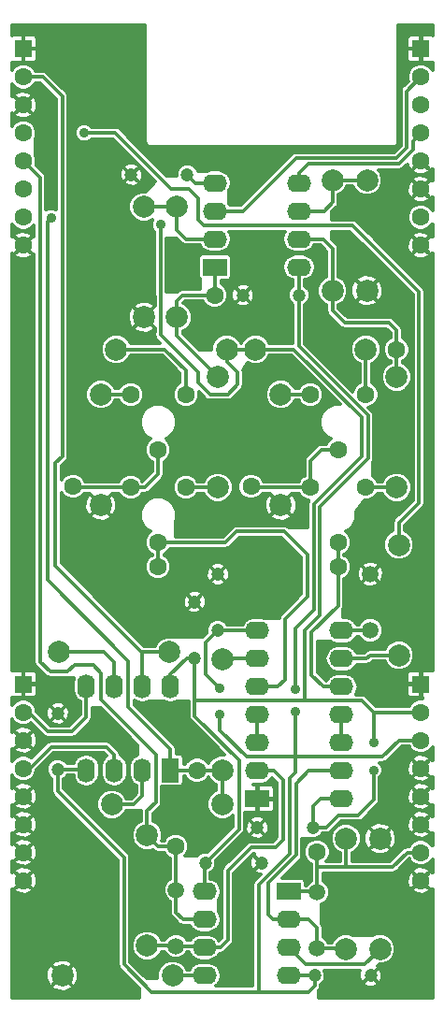
<source format=gbl>
G04 #@! TF.FileFunction,Copper,L2,Bot,Signal*
%FSLAX46Y46*%
G04 Gerber Fmt 4.6, Leading zero omitted, Abs format (unit mm)*
G04 Created by KiCad (PCBNEW (2016-08-20 BZR 7083)-product) date Wed Apr 22 08:43:57 2020*
%MOMM*%
%LPD*%
G01*
G04 APERTURE LIST*
%ADD10C,0.100000*%
%ADD11C,1.200000*%
%ADD12R,2.200000X1.600000*%
%ADD13O,2.200000X1.600000*%
%ADD14C,1.600000*%
%ADD15R,1.600000X1.600000*%
%ADD16C,1.500000*%
%ADD17C,2.000000*%
%ADD18R,1.600000X2.200000*%
%ADD19O,1.600000X2.200000*%
%ADD20C,6.000000*%
%ADD21C,0.900000*%
%ADD22C,0.300000*%
G04 APERTURE END LIST*
D10*
D11*
X17000000Y31260000D03*
X17000000Y36340000D03*
X4600000Y26240000D03*
X4600000Y21160000D03*
X26440000Y64100000D03*
X21360000Y64100000D03*
X11260000Y75000000D03*
X16340000Y75000000D03*
X19100000Y33760000D03*
X19100000Y38840000D03*
X22660000Y15900000D03*
X27740000Y15900000D03*
D12*
X22690000Y18480000D03*
D13*
X22690000Y21020000D03*
X22690000Y23560000D03*
X22690000Y26100000D03*
X22690000Y28640000D03*
X22690000Y31180000D03*
X22690000Y33720000D03*
X30310000Y33720000D03*
X30310000Y31180000D03*
X30310000Y28640000D03*
X30310000Y26100000D03*
X30310000Y23560000D03*
X30310000Y21020000D03*
X30310000Y18480000D03*
D14*
X17200000Y21100000D03*
X15300000Y14200000D03*
X18800000Y64100000D03*
X35300000Y59200000D03*
X28100000Y13700000D03*
X13700000Y39500000D03*
X30000000Y39500000D03*
X1500000Y68610000D03*
X1500000Y71150000D03*
X1500000Y73690000D03*
X1500000Y76230000D03*
X1500000Y78770000D03*
X1500000Y81310000D03*
D15*
X1500000Y86390000D03*
D14*
X1500000Y83850000D03*
X1500000Y11110000D03*
X1500000Y13650000D03*
X1500000Y16190000D03*
X1500000Y18730000D03*
X1500000Y21270000D03*
X1500000Y23810000D03*
D15*
X1500000Y28890000D03*
D14*
X1500000Y26350000D03*
X37500000Y68610000D03*
X37500000Y71150000D03*
X37500000Y73690000D03*
X37500000Y76230000D03*
X37500000Y78770000D03*
X37500000Y81310000D03*
D15*
X37500000Y86390000D03*
D14*
X37500000Y83850000D03*
X37500000Y11110000D03*
X37500000Y13650000D03*
X37500000Y16190000D03*
X37500000Y18730000D03*
X37500000Y21270000D03*
X37500000Y23810000D03*
D15*
X37500000Y28890000D03*
D14*
X37500000Y26350000D03*
D11*
X17960000Y12700000D03*
X23040000Y12700000D03*
X32940000Y2500000D03*
X27860000Y2500000D03*
D12*
X18840000Y66640000D03*
D13*
X18840000Y69180000D03*
X18840000Y71720000D03*
X18840000Y74260000D03*
X26460000Y74260000D03*
X26460000Y71720000D03*
X26460000Y69180000D03*
X26460000Y66640000D03*
D12*
X25510000Y10110000D03*
D13*
X25510000Y7570000D03*
X25510000Y5030000D03*
X25510000Y2490000D03*
X17890000Y2490000D03*
X17890000Y5030000D03*
X17890000Y7570000D03*
X17890000Y10110000D03*
D14*
X6000000Y46800000D03*
X22100000Y46800000D03*
D16*
X15300000Y5160000D03*
X15300000Y10240000D03*
X32900000Y33760000D03*
X32900000Y38840000D03*
X28100000Y4960000D03*
X28100000Y10040000D03*
D17*
X12400000Y62100000D03*
X12400000Y72100000D03*
X32600000Y64500000D03*
X32600000Y74500000D03*
X15400000Y72100000D03*
X15400000Y62100000D03*
X29500000Y74500000D03*
X29500000Y64500000D03*
X19900000Y59200000D03*
X9900000Y59200000D03*
X22500000Y59200000D03*
X32500000Y59200000D03*
X19100000Y56700000D03*
X19100000Y46700000D03*
X35300000Y56700000D03*
X35300000Y46700000D03*
X9500000Y18000000D03*
X19500000Y18000000D03*
X8500000Y55100000D03*
X8500000Y45100000D03*
X24800000Y55100000D03*
X24800000Y45100000D03*
X19500000Y21100000D03*
X19500000Y31100000D03*
X35500000Y31500000D03*
X35500000Y41500000D03*
X33800000Y14900000D03*
X33800000Y4900000D03*
X30700000Y4900000D03*
X30700000Y14900000D03*
X4700000Y31800000D03*
X14700000Y31800000D03*
D18*
X14810000Y21090000D03*
D19*
X12270000Y21090000D03*
X9730000Y21090000D03*
X7190000Y21090000D03*
X7190000Y28710000D03*
X9730000Y28710000D03*
X12270000Y28710000D03*
X14810000Y28710000D03*
D17*
X12700000Y5200000D03*
X12700000Y15200000D03*
X5000000Y2500000D03*
X15000000Y2500000D03*
D14*
X30000000Y50100000D03*
X27500000Y55100000D03*
X32500000Y55100000D03*
X30000000Y41700000D03*
X27500000Y46700000D03*
X32500000Y46700000D03*
X13700000Y50100000D03*
X11200000Y55100000D03*
X16200000Y55100000D03*
X13700000Y41700000D03*
X11200000Y46700000D03*
X16200000Y46700000D03*
D20*
X23600000Y38600000D03*
D21*
X33200000Y23600000D03*
X33200000Y21100000D03*
X17400000Y14000000D03*
X19600000Y15800000D03*
X29700000Y13300000D03*
X1600000Y32200000D03*
X1600000Y46600000D03*
X1600000Y61000000D03*
X37300000Y1100000D03*
X28800000Y1100000D03*
X37400000Y5100000D03*
X29300000Y6800000D03*
X30100000Y11000000D03*
X26300000Y12000000D03*
X12600000Y3000000D03*
X21300000Y2400000D03*
X21800000Y9900000D03*
X4800000Y15500000D03*
X9100000Y12600000D03*
X8800000Y5700000D03*
X14800000Y18700000D03*
X16100000Y6600000D03*
X12100000Y7300000D03*
X13500000Y13200000D03*
X10800000Y16100000D03*
X5700000Y19600000D03*
X18100000Y23100000D03*
X13100000Y26700000D03*
X11100000Y23000000D03*
X8200000Y26200000D03*
X32500000Y29600000D03*
X31100000Y35500000D03*
X15900000Y40500000D03*
X12700000Y33300000D03*
X5600000Y40600000D03*
X16200000Y44900000D03*
X18600000Y43000000D03*
X22200000Y57400000D03*
X25200000Y60400000D03*
X25300000Y58000000D03*
X6600000Y57100000D03*
X13800000Y57800000D03*
X27900000Y53100000D03*
X26100000Y48000000D03*
X21000000Y48400000D03*
X18500000Y53700000D03*
X16600000Y48900000D03*
X12100000Y48600000D03*
X5800000Y48500000D03*
X6700000Y67500000D03*
X7200000Y61600000D03*
X11900000Y69300000D03*
X6200000Y77400000D03*
X4000000Y72600000D03*
X15100000Y68600000D03*
X15300000Y65000000D03*
X17200000Y62900000D03*
X18000000Y59700000D03*
X24200000Y69200000D03*
X34000000Y60500000D03*
X31100000Y56600000D03*
X27700000Y62900000D03*
X28300000Y67800000D03*
X30200000Y69300000D03*
X34900000Y54500000D03*
X33900000Y48700000D03*
X34700000Y44600000D03*
X37600000Y34500000D03*
X37800000Y44200000D03*
X30800000Y72300000D03*
X24400000Y76800000D03*
X20900000Y73100000D03*
X18600000Y76900000D03*
X14600000Y75400000D03*
X11700000Y79000000D03*
X6600000Y80500000D03*
X12000000Y87800000D03*
X26100000Y26400000D03*
X26100000Y28400000D03*
X19300000Y26100000D03*
X19300000Y28500000D03*
X13900000Y70500000D03*
X7000000Y78800000D03*
X4000000Y71100000D03*
D22*
X33200000Y26350000D02*
X32150000Y27400000D01*
X32150000Y27400000D02*
X27000000Y27400000D01*
X33200000Y26350000D02*
X37500000Y26350000D01*
X31800000Y17000000D02*
X33200000Y18400000D01*
X28900000Y15900000D02*
X30000000Y17000000D01*
X30000000Y17000000D02*
X31800000Y17000000D01*
X27740000Y15900000D02*
X28900000Y15900000D01*
X33200000Y26350000D02*
X33200000Y26200000D01*
X33200000Y23600000D02*
X33200000Y26350000D01*
X33200000Y18400000D02*
X33200000Y21100000D01*
X27740000Y15900000D02*
X27740000Y17840000D01*
X27740000Y17840000D02*
X28380000Y18480000D01*
X28380000Y18480000D02*
X30310000Y18480000D01*
X17000000Y27400000D02*
X17000000Y25992890D01*
X21000000Y15740000D02*
X17960000Y12700000D01*
X21000000Y21992890D02*
X21000000Y15740000D01*
X17000000Y25992890D02*
X21000000Y21992890D01*
X32700000Y49300000D02*
X28300000Y44900000D01*
X28300000Y44900000D02*
X28300000Y35100000D01*
X28300000Y35100000D02*
X27000000Y33800000D01*
X27000000Y33800000D02*
X27000000Y27400000D01*
X26440000Y59460000D02*
X32700000Y53200000D01*
X32700000Y53200000D02*
X32700000Y49300000D01*
X26440000Y64100000D02*
X26440000Y59460000D01*
X17000000Y31260000D02*
X16260000Y31260000D01*
X14810000Y29810000D02*
X14810000Y28710000D01*
X16260000Y31260000D02*
X14810000Y29810000D01*
X17000000Y31260000D02*
X17000000Y27400000D01*
X17000000Y27400000D02*
X27000000Y27400000D01*
X17000000Y27400000D02*
X17000000Y27400000D01*
X26440000Y64100000D02*
X26440000Y66620000D01*
X26440000Y66620000D02*
X26460000Y66640000D01*
X17890000Y10110000D02*
X17890000Y12630000D01*
X1600000Y61000000D02*
X1600000Y46600000D01*
X32940000Y2500000D02*
X34340000Y1100000D01*
X34340000Y1100000D02*
X37300000Y1100000D01*
X32940000Y2500000D02*
X31540000Y1100000D01*
X31540000Y1100000D02*
X28800000Y1100000D01*
X37500000Y11110000D02*
X36490000Y10100000D01*
X35700000Y6800000D02*
X37400000Y5100000D01*
X29300000Y6800000D02*
X35700000Y6800000D01*
X31000000Y10100000D02*
X30100000Y11000000D01*
X36490000Y10100000D02*
X31000000Y10100000D01*
X21800000Y2900000D02*
X21300000Y2400000D01*
X21800000Y9900000D02*
X21800000Y2900000D01*
X5000000Y2500000D02*
X8200000Y5700000D01*
X7700000Y12600000D02*
X4800000Y15500000D01*
X9100000Y12600000D02*
X7700000Y12600000D01*
X8200000Y5700000D02*
X8800000Y5700000D01*
X12100000Y11800000D02*
X12100000Y7300000D01*
X13500000Y13200000D02*
X12100000Y11800000D01*
X9200000Y16100000D02*
X10800000Y16100000D01*
X5700000Y19600000D02*
X9200000Y16100000D01*
X14500000Y26700000D02*
X18100000Y23100000D01*
X13100000Y26700000D02*
X14500000Y26700000D01*
X8200000Y25900000D02*
X11100000Y23000000D01*
X8200000Y26200000D02*
X8200000Y25900000D01*
X37500000Y28890000D02*
X33210000Y28890000D01*
X33210000Y28890000D02*
X32500000Y29600000D01*
X17000000Y36340000D02*
X15900000Y37440000D01*
X15900000Y37440000D02*
X15900000Y40500000D01*
X8500000Y45100000D02*
X5600000Y42200000D01*
X13960000Y33300000D02*
X17000000Y36340000D01*
X12700000Y33300000D02*
X13960000Y33300000D01*
X5600000Y42200000D02*
X5600000Y40600000D01*
X24800000Y45100000D02*
X23400000Y43700000D01*
X19300000Y43700000D02*
X18600000Y43000000D01*
X23400000Y43700000D02*
X19300000Y43700000D01*
X24800000Y45100000D02*
X23800000Y46100000D01*
X23800000Y46100000D02*
X23400000Y46100000D01*
X24800000Y45100000D02*
X25800000Y46100000D01*
X25800000Y46100000D02*
X26200000Y46100000D01*
X18500000Y53700000D02*
X20400000Y53700000D01*
X22200000Y55500000D02*
X22200000Y57400000D01*
X20400000Y53700000D02*
X22200000Y55500000D01*
X13800000Y57800000D02*
X13800000Y55300000D01*
X26100000Y51300000D02*
X27900000Y53100000D01*
X26100000Y48000000D02*
X26100000Y51300000D01*
X21000000Y51200000D02*
X21000000Y48400000D01*
X18500000Y53700000D02*
X21000000Y51200000D01*
X16600000Y52500000D02*
X16600000Y48900000D01*
X13800000Y55300000D02*
X16600000Y52500000D01*
X6600000Y57100000D02*
X6600000Y49300000D01*
X6600000Y49300000D02*
X5800000Y48500000D01*
X8500000Y45100000D02*
X9500000Y46100000D01*
X9500000Y46100000D02*
X9700000Y46100000D01*
X8500000Y45100000D02*
X7500000Y46100000D01*
X7500000Y46100000D02*
X7200000Y46100000D01*
X7200000Y61600000D02*
X6700000Y62100000D01*
X6700000Y62100000D02*
X6700000Y67500000D01*
X7200000Y57700000D02*
X6600000Y57100000D01*
X7200000Y61600000D02*
X7200000Y57700000D01*
X6200000Y75000000D02*
X11900000Y69300000D01*
X6200000Y77400000D02*
X6200000Y75000000D01*
X1500000Y81310000D02*
X4000000Y78810000D01*
X4000000Y78810000D02*
X4000000Y72600000D01*
X15300000Y68400000D02*
X15100000Y68600000D01*
X15300000Y65000000D02*
X15300000Y68400000D01*
X12400000Y62100000D02*
X13399998Y61100002D01*
X13399998Y60799998D02*
X12900000Y60300000D01*
X13399998Y61100002D02*
X13399998Y60799998D01*
X12400000Y62100000D02*
X13399998Y63099998D01*
X13399998Y64000002D02*
X12800000Y64600000D01*
X13399998Y63099998D02*
X13399998Y64000002D01*
X21360000Y64100000D02*
X18000000Y60740000D01*
X18000000Y60740000D02*
X18000000Y59700000D01*
X21360000Y64100000D02*
X24200000Y66940000D01*
X24200000Y66940000D02*
X24200000Y69200000D01*
X27700000Y65200000D02*
X27700000Y62900000D01*
X28300000Y65800000D02*
X27700000Y65200000D01*
X28300000Y67800000D02*
X28300000Y65800000D01*
X34900000Y49700000D02*
X34900000Y54500000D01*
X33900000Y48700000D02*
X34900000Y49700000D01*
X32900000Y38840000D02*
X33900000Y39840000D01*
X33900000Y43800000D02*
X34700000Y44600000D01*
X33900000Y39840000D02*
X33900000Y43800000D01*
X37240000Y34500000D02*
X32900000Y38840000D01*
X37600000Y34500000D02*
X37240000Y34500000D01*
X38200000Y44600000D02*
X37800000Y44200000D01*
X38200000Y64900000D02*
X38200000Y44600000D01*
X30800000Y72300000D02*
X38200000Y64900000D01*
X1500000Y86390000D02*
X10590000Y86390000D01*
X24400000Y76600000D02*
X24400000Y76800000D01*
X20900000Y73100000D02*
X24400000Y76600000D01*
X16100000Y76900000D02*
X18600000Y76900000D01*
X14600000Y75400000D02*
X16100000Y76900000D01*
X10200000Y80500000D02*
X11700000Y79000000D01*
X6600000Y80500000D02*
X10200000Y80500000D01*
X10590000Y86390000D02*
X12000000Y87800000D01*
X13100000Y1000000D02*
X10600000Y3500000D01*
X10600000Y13200000D02*
X4600000Y19200000D01*
X10600000Y3500000D02*
X10600000Y13200000D01*
X26100000Y22300000D02*
X26100000Y20900000D01*
X22799998Y1000000D02*
X22800000Y1000000D01*
X22799998Y10707108D02*
X22799998Y1000000D01*
X25600000Y13507110D02*
X22799998Y10707108D01*
X25600000Y20400000D02*
X25600000Y13507110D01*
X26100000Y20900000D02*
X25600000Y20400000D01*
X32099998Y49507108D02*
X27799998Y45207108D01*
X25992890Y59200000D02*
X32099998Y53092892D01*
X32099998Y53092892D02*
X32099998Y49507108D01*
X22500000Y59200000D02*
X25992890Y59200000D01*
X26100000Y26400000D02*
X26100000Y22300000D01*
X26100000Y33900000D02*
X26100000Y28400000D01*
X27799998Y35599998D02*
X26100000Y33900000D01*
X27799998Y45207108D02*
X27799998Y35599998D01*
X19300000Y26100000D02*
X19300000Y24700000D01*
X19300000Y24700000D02*
X21700000Y22300000D01*
X21700000Y22300000D02*
X26100000Y22300000D01*
X19100000Y33760000D02*
X18000000Y32660000D01*
X18000000Y29800000D02*
X19300000Y28500000D01*
X18000000Y32660000D02*
X18000000Y29800000D01*
X35510000Y23810000D02*
X37500000Y23810000D01*
X26100000Y22300000D02*
X34000000Y22300000D01*
X34000000Y22300000D02*
X35510000Y23810000D01*
X20900000Y56000000D02*
X20000000Y55100000D01*
X13900000Y70500000D02*
X13900000Y60500000D01*
X13900000Y60500000D02*
X17300000Y57100000D01*
X17300000Y57100000D02*
X17300000Y56200000D01*
X17300000Y56200000D02*
X18400000Y55100000D01*
X18400000Y55100000D02*
X20000000Y55100000D01*
X19900000Y58100000D02*
X19900000Y59200000D01*
X20900000Y57100000D02*
X19900000Y58100000D01*
X20900000Y56000000D02*
X20900000Y57100000D01*
X16340000Y75000000D02*
X17080000Y74260000D01*
X17080000Y74260000D02*
X18840000Y74260000D01*
X4600000Y21160000D02*
X7120000Y21160000D01*
X7120000Y21160000D02*
X7190000Y21090000D01*
X19900000Y59200000D02*
X22500000Y59200000D01*
X19100000Y33760000D02*
X22650000Y33760000D01*
X22650000Y33760000D02*
X22690000Y33720000D01*
X27860000Y2500000D02*
X27860000Y1560000D01*
X27860000Y1560000D02*
X27300000Y1000000D01*
X27300000Y1000000D02*
X22800000Y1000000D01*
X4600000Y19200000D02*
X4600000Y21160000D01*
X22800000Y1000000D02*
X13100000Y1000000D01*
X27860000Y2500000D02*
X27850000Y2490000D01*
X27850000Y2490000D02*
X25510000Y2490000D01*
X22690000Y21020000D02*
X24180000Y21020000D01*
X19330000Y5030000D02*
X17890000Y5030000D01*
X20000000Y5700000D02*
X19330000Y5030000D01*
X20000000Y12000000D02*
X20000000Y5700000D01*
X22100000Y14100000D02*
X20000000Y12000000D01*
X24300000Y14100000D02*
X22100000Y14100000D01*
X25000000Y14800000D02*
X24300000Y14100000D01*
X25000000Y20200000D02*
X25000000Y14800000D01*
X24180000Y21020000D02*
X25000000Y20200000D01*
X15300000Y5160000D02*
X17760000Y5160000D01*
X12700000Y5200000D02*
X15260000Y5200000D01*
X15260000Y5200000D02*
X15300000Y5160000D01*
X30310000Y33720000D02*
X32860000Y33720000D01*
X32860000Y33720000D02*
X32900000Y33760000D01*
X30310000Y21020000D02*
X27320000Y21020000D01*
X24130000Y7570000D02*
X25510000Y7570000D01*
X23700000Y8000000D02*
X24130000Y7570000D01*
X23700000Y10900000D02*
X23700000Y8000000D01*
X26200000Y13400000D02*
X23700000Y10900000D01*
X26200000Y19900000D02*
X26200000Y13400000D01*
X27320000Y21020000D02*
X26200000Y19900000D01*
X28100000Y4960000D02*
X30640000Y4960000D01*
X30640000Y4960000D02*
X30700000Y4900000D01*
X25510000Y7570000D02*
X27330000Y7570000D01*
X28100000Y6800000D02*
X28100000Y4960000D01*
X27330000Y7570000D02*
X28100000Y6800000D01*
X12270000Y21090000D02*
X12270000Y18770000D01*
X11500000Y18000000D02*
X9500000Y18000000D01*
X12270000Y18770000D02*
X11500000Y18000000D01*
X9730000Y28710000D02*
X9730000Y30870000D01*
X8800000Y31800000D02*
X4700000Y31800000D01*
X9730000Y30870000D02*
X8800000Y31800000D01*
X15400000Y72100000D02*
X12400000Y72100000D01*
X18840000Y69180000D02*
X16220000Y69180000D01*
X15400000Y70000000D02*
X15400000Y72100000D01*
X16220000Y69180000D02*
X15400000Y70000000D01*
X37500000Y83850000D02*
X36200000Y82550000D01*
X21420000Y71720000D02*
X18840000Y71720000D01*
X26200002Y76500002D02*
X21420000Y71720000D01*
X35292892Y76500002D02*
X26200002Y76500002D01*
X36200000Y77407110D02*
X35292892Y76500002D01*
X36200000Y82550000D02*
X36200000Y77407110D01*
X29500000Y74500000D02*
X32600000Y74500000D01*
X26460000Y71720000D02*
X28720000Y71720000D01*
X29500000Y72500000D02*
X29500000Y74500000D01*
X28720000Y71720000D02*
X29500000Y72500000D01*
X35300000Y59200000D02*
X35300000Y60900000D01*
X29500000Y62700000D02*
X29500000Y64500000D01*
X30600000Y61600000D02*
X29500000Y62700000D01*
X34600000Y61600000D02*
X30600000Y61600000D01*
X35300000Y60900000D02*
X34600000Y61600000D01*
X35300000Y59200000D02*
X35300000Y56700000D01*
X26460000Y69180000D02*
X28620000Y69180000D01*
X28620000Y69180000D02*
X29500000Y68300000D01*
X29500000Y68300000D02*
X29500000Y64500000D01*
X22690000Y26100000D02*
X22690000Y23560000D01*
X30000000Y41700000D02*
X30000000Y39500000D01*
X30310000Y28640000D02*
X28660000Y28640000D01*
X30000000Y36000000D02*
X30000000Y39500000D01*
X27600000Y33600000D02*
X30000000Y36000000D01*
X27600000Y29700000D02*
X27600000Y33600000D01*
X28660000Y28640000D02*
X27600000Y29700000D01*
X16200000Y55100000D02*
X16200000Y57300000D01*
X14300000Y59200000D02*
X9900000Y59200000D01*
X16200000Y57300000D02*
X14300000Y59200000D01*
X32500000Y59200000D02*
X32500000Y55100000D01*
X19100000Y46700000D02*
X16200000Y46700000D01*
X32500000Y46700000D02*
X35300000Y46700000D01*
X11200000Y46700000D02*
X6100000Y46700000D01*
X6100000Y46700000D02*
X6000000Y46800000D01*
X13700000Y50100000D02*
X13700000Y47900000D01*
X12500000Y46700000D02*
X11200000Y46700000D01*
X13700000Y47900000D02*
X12500000Y46700000D01*
X11200000Y55100000D02*
X8500000Y55100000D01*
X30000000Y50100000D02*
X28500000Y50100000D01*
X27500000Y49100000D02*
X27500000Y46700000D01*
X28500000Y50100000D02*
X27500000Y49100000D01*
X27500000Y46700000D02*
X22200000Y46700000D01*
X22200000Y46700000D02*
X22100000Y46800000D01*
X27500000Y55100000D02*
X24800000Y55100000D01*
X15400000Y62100000D02*
X15400000Y60400000D01*
X15400000Y60400000D02*
X19100000Y56700000D01*
X18800000Y64100000D02*
X15900000Y64100000D01*
X15400000Y63600000D02*
X15400000Y62100000D01*
X15900000Y64100000D02*
X15400000Y63600000D01*
X18800000Y64100000D02*
X18840000Y64140000D01*
X18840000Y64140000D02*
X18840000Y66640000D01*
X31300000Y70400000D02*
X17800000Y70400000D01*
X9800000Y78800000D02*
X7000000Y78800000D01*
X14900000Y73700000D02*
X9800000Y78800000D01*
X16500000Y73700000D02*
X14900000Y73700000D01*
X17300000Y72900000D02*
X16500000Y73700000D01*
X17300000Y70900000D02*
X17300000Y72900000D01*
X17800000Y70400000D02*
X17300000Y70900000D01*
X35500000Y41500000D02*
X35500000Y43500000D01*
X37300000Y64400000D02*
X31300000Y70400000D01*
X37300000Y45300000D02*
X37300000Y64400000D01*
X35500000Y43500000D02*
X37300000Y45300000D01*
X11000000Y26800000D02*
X11000000Y31000000D01*
X11000000Y31000000D02*
X3700000Y38300000D01*
X3700000Y38300000D02*
X3700000Y70800000D01*
X14810000Y22990000D02*
X11000000Y26800000D01*
X14810000Y21090000D02*
X14810000Y22990000D01*
X3700000Y70800000D02*
X4000000Y71100000D01*
X17200000Y21100000D02*
X14820000Y21100000D01*
X14820000Y21100000D02*
X14810000Y21090000D01*
X19500000Y21100000D02*
X17200000Y21100000D01*
X19500000Y18000000D02*
X19500000Y21100000D01*
X14700000Y31800000D02*
X12270000Y31800000D01*
X12270000Y28710000D02*
X12270000Y31800000D01*
X4400000Y39600000D02*
X4400000Y48900000D01*
X12270000Y31730000D02*
X4400000Y39600000D01*
X4400000Y48900000D02*
X5000000Y49500000D01*
X3250000Y83850000D02*
X1500000Y83850000D01*
X5000000Y49500000D02*
X5000000Y82100000D01*
X5000000Y82100000D02*
X3250000Y83850000D01*
X15300000Y14200000D02*
X13700000Y14200000D01*
X13700000Y14200000D02*
X12700000Y15200000D01*
X15300000Y10240000D02*
X15300000Y14200000D01*
X12700000Y15200000D02*
X12700000Y17400000D01*
X12700000Y17400000D02*
X13500000Y18200000D01*
X13500000Y18200000D02*
X13500000Y22500000D01*
X13500000Y22500000D02*
X8500000Y27500000D01*
X8500000Y27500000D02*
X8500000Y29900000D01*
X8500000Y29900000D02*
X7800000Y30600000D01*
X7800000Y30600000D02*
X6100000Y30600000D01*
X6100000Y30600000D02*
X5500000Y30000000D01*
X5500000Y30000000D02*
X3900000Y30000000D01*
X3900000Y30000000D02*
X3000000Y30900000D01*
X3000000Y30900000D02*
X3000000Y74730000D01*
X3000000Y74730000D02*
X1500000Y76230000D01*
X17890000Y7570000D02*
X15930000Y7570000D01*
X15300000Y8200000D02*
X15300000Y10240000D01*
X15930000Y7570000D02*
X15300000Y8200000D01*
X27300000Y76000000D02*
X35500000Y76000000D01*
X36800000Y77300000D02*
X36800000Y78070000D01*
X35500000Y76000000D02*
X36800000Y77300000D01*
X26460000Y74260000D02*
X26460000Y75160000D01*
X36800000Y78070000D02*
X37500000Y78770000D01*
X26460000Y75160000D02*
X27300000Y76000000D01*
X13700000Y39500000D02*
X13700000Y41700000D01*
X22690000Y28640000D02*
X24540000Y28640000D01*
X19800000Y41700000D02*
X13700000Y41700000D01*
X20800000Y42700000D02*
X19800000Y41700000D01*
X25100000Y42700000D02*
X20800000Y42700000D01*
X27200000Y40600000D02*
X25100000Y42700000D01*
X27200000Y36800000D02*
X27200000Y40600000D01*
X25200000Y34800000D02*
X27200000Y36800000D01*
X25200000Y29300000D02*
X25200000Y34800000D01*
X24540000Y28640000D02*
X25200000Y29300000D01*
X30310000Y31180000D02*
X32580000Y31180000D01*
X32900000Y31500000D02*
X35500000Y31500000D01*
X32580000Y31180000D02*
X32900000Y31500000D01*
X30700000Y14900000D02*
X30700000Y12300000D01*
X34900000Y12300000D02*
X30700000Y12300000D01*
X30700000Y12300000D02*
X28100000Y12300000D01*
X36250000Y13650000D02*
X34900000Y12300000D01*
X37500000Y13650000D02*
X36250000Y13650000D01*
X28100000Y13700000D02*
X28100000Y12300000D01*
X28100000Y12300000D02*
X28100000Y10040000D01*
X25510000Y10110000D02*
X28030000Y10110000D01*
X28030000Y10110000D02*
X28100000Y10040000D01*
X1500000Y21270000D02*
X2070000Y21270000D01*
X2070000Y21270000D02*
X4000000Y23200000D01*
X9730000Y22470000D02*
X9730000Y21090000D01*
X9000000Y23200000D02*
X9730000Y22470000D01*
X4000000Y23200000D02*
X9000000Y23200000D01*
X1500000Y26350000D02*
X1950000Y26350000D01*
X1950000Y26350000D02*
X3700000Y24600000D01*
X7190000Y28710000D02*
X7190000Y25890000D01*
X5900000Y24600000D02*
X3700000Y24600000D01*
X7190000Y25890000D02*
X5900000Y24600000D01*
X22690000Y31180000D02*
X19580000Y31180000D01*
X19580000Y31180000D02*
X19500000Y31100000D01*
X30310000Y26100000D02*
X30310000Y23560000D01*
X32400000Y3500000D02*
X33800000Y4900000D01*
X25510000Y5030000D02*
X27040000Y3500000D01*
X27040000Y3500000D02*
X32400000Y3500000D01*
X15000000Y2500000D02*
X17880000Y2500000D01*
G36*
X36482097Y12971143D02*
X36819367Y12633283D01*
X37260258Y12450209D01*
X37737647Y12449793D01*
X38178857Y12632097D01*
X38516717Y12969367D01*
X38525000Y12989315D01*
X38525000Y11871506D01*
X38337786Y11935058D01*
X37512728Y11110000D01*
X38337786Y10284942D01*
X38525000Y10348494D01*
X38525000Y475000D01*
X28250000Y475000D01*
X28250000Y1172724D01*
X28368134Y1349524D01*
X28375968Y1388909D01*
X28410001Y1560000D01*
X28410000Y1560005D01*
X28410000Y1645254D01*
X28425714Y1651747D01*
X28580649Y1806412D01*
X32259140Y1806412D01*
X32307250Y1613783D01*
X32694555Y1439099D01*
X33119228Y1425927D01*
X33516614Y1576274D01*
X33572750Y1613783D01*
X33620860Y1806412D01*
X32940000Y2487272D01*
X32259140Y1806412D01*
X28580649Y1806412D01*
X28707264Y1932806D01*
X28859826Y2300215D01*
X28860173Y2698040D01*
X28756065Y2950000D01*
X31971358Y2950000D01*
X31879099Y2745445D01*
X31865927Y2320772D01*
X32016274Y1923386D01*
X32053783Y1867250D01*
X32246412Y1819140D01*
X32927272Y2500000D01*
X32952728Y2500000D01*
X33633588Y1819140D01*
X33826217Y1867250D01*
X34000901Y2254555D01*
X34014073Y2679228D01*
X33863726Y3076614D01*
X33826217Y3132750D01*
X33633588Y3180860D01*
X32952728Y2500000D01*
X32927272Y2500000D01*
X32913130Y2514142D01*
X32925858Y2526870D01*
X32940000Y2512728D01*
X33620860Y3193588D01*
X33577866Y3365734D01*
X33706066Y3493934D01*
X33710171Y3500077D01*
X34077256Y3499757D01*
X34592000Y3712445D01*
X34986170Y4105928D01*
X35199757Y4620301D01*
X35200243Y5177256D01*
X34987555Y5692000D01*
X34594072Y6086170D01*
X34079699Y6299757D01*
X33522744Y6300243D01*
X33159128Y6150000D01*
X31340353Y6150000D01*
X30979699Y6299757D01*
X30422744Y6300243D01*
X29908000Y6087555D01*
X29513830Y5694072D01*
X29437396Y5510000D01*
X29117046Y5510000D01*
X29075491Y5610572D01*
X28752273Y5934354D01*
X28650000Y5976822D01*
X28650000Y6800000D01*
X28608134Y7010476D01*
X28488909Y7188909D01*
X28488906Y7188911D01*
X28450000Y7227817D01*
X28450000Y8940315D01*
X28750572Y9064509D01*
X29074354Y9387727D01*
X29249800Y9810247D01*
X29250199Y10267746D01*
X29248353Y10272214D01*
X36674942Y10272214D01*
X36747386Y10058804D01*
X37206950Y9850809D01*
X37711129Y9834514D01*
X38183164Y10012401D01*
X38252614Y10058804D01*
X38325058Y10272214D01*
X37500000Y11097272D01*
X36674942Y10272214D01*
X29248353Y10272214D01*
X29075491Y10690572D01*
X28867555Y10898871D01*
X36224514Y10898871D01*
X36402401Y10426836D01*
X36448804Y10357386D01*
X36662214Y10284942D01*
X37487272Y11110000D01*
X36662214Y11935058D01*
X36448804Y11862614D01*
X36240809Y11403050D01*
X36224514Y10898871D01*
X28867555Y10898871D01*
X28752273Y11014354D01*
X28650000Y11056822D01*
X28650000Y11750000D01*
X34900000Y11750000D01*
X35110476Y11791866D01*
X35288909Y11911091D01*
X35325604Y11947786D01*
X36674942Y11947786D01*
X37500000Y11122728D01*
X38325058Y11947786D01*
X38252614Y12161196D01*
X37793050Y12369191D01*
X37288871Y12385486D01*
X36816836Y12207599D01*
X36747386Y12161196D01*
X36674942Y11947786D01*
X35325604Y11947786D01*
X36443170Y13065352D01*
X36482097Y12971143D01*
X36482097Y12971143D01*
G37*
X36482097Y12971143D02*
X36819367Y12633283D01*
X37260258Y12450209D01*
X37737647Y12449793D01*
X38178857Y12632097D01*
X38516717Y12969367D01*
X38525000Y12989315D01*
X38525000Y11871506D01*
X38337786Y11935058D01*
X37512728Y11110000D01*
X38337786Y10284942D01*
X38525000Y10348494D01*
X38525000Y475000D01*
X28250000Y475000D01*
X28250000Y1172724D01*
X28368134Y1349524D01*
X28375968Y1388909D01*
X28410001Y1560000D01*
X28410000Y1560005D01*
X28410000Y1645254D01*
X28425714Y1651747D01*
X28580649Y1806412D01*
X32259140Y1806412D01*
X32307250Y1613783D01*
X32694555Y1439099D01*
X33119228Y1425927D01*
X33516614Y1576274D01*
X33572750Y1613783D01*
X33620860Y1806412D01*
X32940000Y2487272D01*
X32259140Y1806412D01*
X28580649Y1806412D01*
X28707264Y1932806D01*
X28859826Y2300215D01*
X28860173Y2698040D01*
X28756065Y2950000D01*
X31971358Y2950000D01*
X31879099Y2745445D01*
X31865927Y2320772D01*
X32016274Y1923386D01*
X32053783Y1867250D01*
X32246412Y1819140D01*
X32927272Y2500000D01*
X32952728Y2500000D01*
X33633588Y1819140D01*
X33826217Y1867250D01*
X34000901Y2254555D01*
X34014073Y2679228D01*
X33863726Y3076614D01*
X33826217Y3132750D01*
X33633588Y3180860D01*
X32952728Y2500000D01*
X32927272Y2500000D01*
X32913130Y2514142D01*
X32925858Y2526870D01*
X32940000Y2512728D01*
X33620860Y3193588D01*
X33577866Y3365734D01*
X33706066Y3493934D01*
X33710171Y3500077D01*
X34077256Y3499757D01*
X34592000Y3712445D01*
X34986170Y4105928D01*
X35199757Y4620301D01*
X35200243Y5177256D01*
X34987555Y5692000D01*
X34594072Y6086170D01*
X34079699Y6299757D01*
X33522744Y6300243D01*
X33159128Y6150000D01*
X31340353Y6150000D01*
X30979699Y6299757D01*
X30422744Y6300243D01*
X29908000Y6087555D01*
X29513830Y5694072D01*
X29437396Y5510000D01*
X29117046Y5510000D01*
X29075491Y5610572D01*
X28752273Y5934354D01*
X28650000Y5976822D01*
X28650000Y6800000D01*
X28608134Y7010476D01*
X28488909Y7188909D01*
X28488906Y7188911D01*
X28450000Y7227817D01*
X28450000Y8940315D01*
X28750572Y9064509D01*
X29074354Y9387727D01*
X29249800Y9810247D01*
X29250199Y10267746D01*
X29248353Y10272214D01*
X36674942Y10272214D01*
X36747386Y10058804D01*
X37206950Y9850809D01*
X37711129Y9834514D01*
X38183164Y10012401D01*
X38252614Y10058804D01*
X38325058Y10272214D01*
X37500000Y11097272D01*
X36674942Y10272214D01*
X29248353Y10272214D01*
X29075491Y10690572D01*
X28867555Y10898871D01*
X36224514Y10898871D01*
X36402401Y10426836D01*
X36448804Y10357386D01*
X36662214Y10284942D01*
X37487272Y11110000D01*
X36662214Y11935058D01*
X36448804Y11862614D01*
X36240809Y11403050D01*
X36224514Y10898871D01*
X28867555Y10898871D01*
X28752273Y11014354D01*
X28650000Y11056822D01*
X28650000Y11750000D01*
X34900000Y11750000D01*
X35110476Y11791866D01*
X35288909Y11911091D01*
X35325604Y11947786D01*
X36674942Y11947786D01*
X37500000Y11122728D01*
X38325058Y11947786D01*
X38252614Y12161196D01*
X37793050Y12369191D01*
X37288871Y12385486D01*
X36816836Y12207599D01*
X36747386Y12161196D01*
X36674942Y11947786D01*
X35325604Y11947786D01*
X36443170Y13065352D01*
X36482097Y12971143D01*
G36*
X11850000Y23372182D02*
X11850000Y22535843D01*
X11810780Y22528042D01*
X11421472Y22267915D01*
X11161345Y21878607D01*
X11070000Y21419387D01*
X11070000Y20760613D01*
X11161345Y20301393D01*
X11421472Y19912085D01*
X11720000Y19712615D01*
X11720000Y18997817D01*
X11272182Y18550000D01*
X10787547Y18550000D01*
X10687555Y18792000D01*
X10294072Y19186170D01*
X9779699Y19399757D01*
X9222744Y19400243D01*
X8708000Y19187555D01*
X8313830Y18794072D01*
X8100243Y18279699D01*
X8099757Y17722744D01*
X8312445Y17208000D01*
X8705928Y16813830D01*
X9220301Y16600243D01*
X9777256Y16599757D01*
X10292000Y16812445D01*
X10686170Y17205928D01*
X10787518Y17450000D01*
X12159946Y17450000D01*
X12150000Y17400000D01*
X12150000Y16487547D01*
X11908000Y16387555D01*
X11513830Y15994072D01*
X11300243Y15479699D01*
X11299757Y14922744D01*
X11512445Y14408000D01*
X11905928Y14013830D01*
X12420301Y13800243D01*
X12977256Y13799757D01*
X13221504Y13900678D01*
X13311089Y13811094D01*
X13311091Y13811091D01*
X13451031Y13717586D01*
X13489524Y13691866D01*
X13700000Y13649999D01*
X13700005Y13650000D01*
X14228854Y13650000D01*
X14282097Y13521143D01*
X14619367Y13183283D01*
X14750000Y13129039D01*
X14750000Y11257046D01*
X14649428Y11215491D01*
X14325646Y10892273D01*
X14150200Y10469753D01*
X14149801Y10012254D01*
X14324509Y9589428D01*
X14647727Y9265646D01*
X14750000Y9223178D01*
X14750000Y8200000D01*
X14791866Y7989524D01*
X14911091Y7811091D01*
X15541089Y7181094D01*
X15541091Y7181091D01*
X15646319Y7110780D01*
X15719524Y7061866D01*
X15930000Y7019999D01*
X15930005Y7020000D01*
X16512615Y7020000D01*
X16712085Y6721472D01*
X17101393Y6461345D01*
X17560613Y6370000D01*
X18219387Y6370000D01*
X18678607Y6461345D01*
X19067915Y6721472D01*
X19328042Y7110780D01*
X19419387Y7570000D01*
X19328042Y8029220D01*
X19150000Y8295679D01*
X19150000Y9384321D01*
X19328042Y9650780D01*
X19419387Y10110000D01*
X19328042Y10569220D01*
X19067915Y10958528D01*
X18678607Y11218655D01*
X18440000Y11266117D01*
X18440000Y11816331D01*
X18525714Y11851747D01*
X18807264Y12132806D01*
X18959826Y12500215D01*
X18960173Y12898040D01*
X18953064Y12915246D01*
X21244230Y15206412D01*
X21979140Y15206412D01*
X22027250Y15013783D01*
X22414555Y14839099D01*
X22839228Y14825927D01*
X23236614Y14976274D01*
X23292750Y15013783D01*
X23340860Y15206412D01*
X22660000Y15887272D01*
X21979140Y15206412D01*
X21244230Y15206412D01*
X21388909Y15351091D01*
X21508134Y15529524D01*
X21546175Y15720772D01*
X21585927Y15720772D01*
X21736274Y15323386D01*
X21773783Y15267250D01*
X21966412Y15219140D01*
X22647272Y15900000D01*
X22672728Y15900000D01*
X23353588Y15219140D01*
X23546217Y15267250D01*
X23720901Y15654555D01*
X23734073Y16079228D01*
X23583726Y16476614D01*
X23546217Y16532750D01*
X23353588Y16580860D01*
X22672728Y15900000D01*
X22647272Y15900000D01*
X21966412Y16580860D01*
X21773783Y16532750D01*
X21599099Y16145445D01*
X21585927Y15720772D01*
X21546175Y15720772D01*
X21550000Y15740000D01*
X21550000Y16593588D01*
X21979140Y16593588D01*
X22660000Y15912728D01*
X23340860Y16593588D01*
X23292750Y16786217D01*
X22905445Y16960901D01*
X22480772Y16974073D01*
X22083386Y16823726D01*
X22027250Y16786217D01*
X21979140Y16593588D01*
X21550000Y16593588D01*
X21550000Y17212000D01*
X22564000Y17212000D01*
X22681000Y17329000D01*
X22681000Y18471000D01*
X22699000Y18471000D01*
X22699000Y17329000D01*
X22816000Y17212000D01*
X23883091Y17212000D01*
X24055101Y17283249D01*
X24186751Y17414899D01*
X24258000Y17586909D01*
X24258000Y18354000D01*
X24141000Y18471000D01*
X22699000Y18471000D01*
X22681000Y18471000D01*
X22661000Y18471000D01*
X22661000Y18489000D01*
X22681000Y18489000D01*
X22681000Y19631000D01*
X22699000Y19631000D01*
X22699000Y18489000D01*
X24141000Y18489000D01*
X24258000Y18606000D01*
X24258000Y19373091D01*
X24186751Y19545101D01*
X24055101Y19676751D01*
X23883091Y19748000D01*
X22816000Y19748000D01*
X22699000Y19631000D01*
X22681000Y19631000D01*
X22564000Y19748000D01*
X22350000Y19748000D01*
X22350000Y19822111D01*
X22360613Y19820000D01*
X23019387Y19820000D01*
X23478607Y19911345D01*
X23867915Y20171472D01*
X24021241Y20400941D01*
X24450000Y19972182D01*
X24450000Y15027817D01*
X24072182Y14650000D01*
X22100000Y14650000D01*
X21889524Y14608134D01*
X21711091Y14488909D01*
X21711089Y14488906D01*
X19611091Y12388909D01*
X19491866Y12210476D01*
X19450000Y12000000D01*
X19450000Y5927818D01*
X19201214Y5679032D01*
X19067915Y5878528D01*
X18678607Y6138655D01*
X18219387Y6230000D01*
X17560613Y6230000D01*
X17101393Y6138655D01*
X16712085Y5878528D01*
X16599478Y5710000D01*
X16317046Y5710000D01*
X16275491Y5810572D01*
X15952273Y6134354D01*
X15529753Y6309800D01*
X15072254Y6310199D01*
X14649428Y6135491D01*
X14325646Y5812273D01*
X14299788Y5750000D01*
X13987547Y5750000D01*
X13887555Y5992000D01*
X13494072Y6386170D01*
X12979699Y6599757D01*
X12422744Y6600243D01*
X11908000Y6387555D01*
X11513830Y5994072D01*
X11300243Y5479699D01*
X11299757Y4922744D01*
X11512445Y4408000D01*
X11905928Y4013830D01*
X12420301Y3800243D01*
X12977256Y3799757D01*
X13492000Y4012445D01*
X13886170Y4405928D01*
X13987518Y4650000D01*
X14266426Y4650000D01*
X14324509Y4509428D01*
X14647727Y4185646D01*
X15070247Y4010200D01*
X15527746Y4009801D01*
X15950572Y4184509D01*
X16274354Y4507727D01*
X16316822Y4610000D01*
X16444157Y4610000D01*
X16451958Y4570780D01*
X16712085Y4181472D01*
X17101393Y3921345D01*
X17560613Y3830000D01*
X18219387Y3830000D01*
X18678607Y3921345D01*
X19067915Y4181472D01*
X19267385Y4480000D01*
X19330000Y4480000D01*
X19540476Y4521866D01*
X19718909Y4641091D01*
X20388909Y5311091D01*
X20508134Y5489524D01*
X20550000Y5700000D01*
X20550000Y11772182D01*
X21298589Y12520772D01*
X21965927Y12520772D01*
X22116274Y12123386D01*
X22153783Y12067250D01*
X22346412Y12019140D01*
X23027272Y12700000D01*
X22346412Y13380860D01*
X22153783Y13332750D01*
X21979099Y12945445D01*
X21965927Y12520772D01*
X21298589Y12520772D01*
X22327817Y13550000D01*
X22398205Y13550000D01*
X22359140Y13393588D01*
X23040000Y12712728D01*
X23054142Y12726870D01*
X23066870Y12714142D01*
X23052728Y12700000D01*
X23066870Y12685858D01*
X23054142Y12673130D01*
X23040000Y12687272D01*
X22359140Y12006412D01*
X22407250Y11813783D01*
X22794555Y11639099D01*
X22949369Y11634297D01*
X22411089Y11096017D01*
X22291864Y10917584D01*
X22249998Y10707108D01*
X22249998Y1550000D01*
X18931017Y1550000D01*
X19067915Y1641472D01*
X19328042Y2030780D01*
X19419387Y2490000D01*
X19328042Y2949220D01*
X19067915Y3338528D01*
X18678607Y3598655D01*
X18219387Y3690000D01*
X17560613Y3690000D01*
X17101393Y3598655D01*
X16712085Y3338528D01*
X16519297Y3050000D01*
X16287547Y3050000D01*
X16187555Y3292000D01*
X15794072Y3686170D01*
X15279699Y3899757D01*
X14722744Y3900243D01*
X14208000Y3687555D01*
X13813830Y3294072D01*
X13600243Y2779699D01*
X13599781Y2250000D01*
X12627818Y2250000D01*
X11150000Y3727818D01*
X11150000Y13200000D01*
X11108134Y13410476D01*
X10988909Y13588909D01*
X10988906Y13588911D01*
X5150000Y19427818D01*
X5150000Y20305254D01*
X5165714Y20311747D01*
X5447264Y20592806D01*
X5454404Y20610000D01*
X6019959Y20610000D01*
X6081345Y20301393D01*
X6341472Y19912085D01*
X6730780Y19651958D01*
X7190000Y19560613D01*
X7649220Y19651958D01*
X8038528Y19912085D01*
X8298655Y20301393D01*
X8390000Y20760613D01*
X8390000Y21419387D01*
X8298655Y21878607D01*
X8038528Y22267915D01*
X7649220Y22528042D01*
X7190000Y22619387D01*
X6730780Y22528042D01*
X6341472Y22267915D01*
X6081345Y21878607D01*
X6047807Y21710000D01*
X5454746Y21710000D01*
X5448253Y21725714D01*
X5167194Y22007264D01*
X4799785Y22159826D01*
X4401960Y22160173D01*
X4034286Y22008253D01*
X3752736Y21727194D01*
X3600174Y21359785D01*
X3599827Y20961960D01*
X3751747Y20594286D01*
X4032806Y20312736D01*
X4050000Y20305596D01*
X4050000Y19200000D01*
X4091866Y18989524D01*
X4211091Y18811091D01*
X10050000Y12972183D01*
X10050000Y3500000D01*
X10091866Y3289524D01*
X10211091Y3111091D01*
X11950000Y1372182D01*
X11950000Y475000D01*
X475000Y475000D01*
X475000Y1518019D01*
X4030747Y1518019D01*
X4127524Y1283827D01*
X4659346Y1042521D01*
X5243030Y1023102D01*
X5789715Y1228529D01*
X5872476Y1283827D01*
X5969253Y1518019D01*
X5000000Y2487272D01*
X4030747Y1518019D01*
X475000Y1518019D01*
X475000Y2256970D01*
X3523102Y2256970D01*
X3728529Y1710285D01*
X3783827Y1627524D01*
X4018019Y1530747D01*
X4987272Y2500000D01*
X5012728Y2500000D01*
X5981981Y1530747D01*
X6216173Y1627524D01*
X6457479Y2159346D01*
X6476898Y2743030D01*
X6271471Y3289715D01*
X6216173Y3372476D01*
X5981981Y3469253D01*
X5012728Y2500000D01*
X4987272Y2500000D01*
X4018019Y3469253D01*
X3783827Y3372476D01*
X3542521Y2840654D01*
X3523102Y2256970D01*
X475000Y2256970D01*
X475000Y3481981D01*
X4030747Y3481981D01*
X5000000Y2512728D01*
X5969253Y3481981D01*
X5872476Y3716173D01*
X5340654Y3957479D01*
X4756970Y3976898D01*
X4210285Y3771471D01*
X4127524Y3716173D01*
X4030747Y3481981D01*
X475000Y3481981D01*
X475000Y10272214D01*
X674942Y10272214D01*
X747386Y10058804D01*
X1206950Y9850809D01*
X1711129Y9834514D01*
X2183164Y10012401D01*
X2252614Y10058804D01*
X2325058Y10272214D01*
X1500000Y11097272D01*
X674942Y10272214D01*
X475000Y10272214D01*
X475000Y10348494D01*
X662214Y10284942D01*
X1487272Y11110000D01*
X1512728Y11110000D01*
X2337786Y10284942D01*
X2551196Y10357386D01*
X2759191Y10816950D01*
X2775486Y11321129D01*
X2597599Y11793164D01*
X2551196Y11862614D01*
X2337786Y11935058D01*
X1512728Y11110000D01*
X1487272Y11110000D01*
X662214Y11935058D01*
X475000Y11871506D01*
X475000Y11947786D01*
X674942Y11947786D01*
X1500000Y11122728D01*
X2325058Y11947786D01*
X2252614Y12161196D01*
X1793050Y12369191D01*
X1288871Y12385486D01*
X816836Y12207599D01*
X747386Y12161196D01*
X674942Y11947786D01*
X475000Y11947786D01*
X475000Y12812214D01*
X674942Y12812214D01*
X747386Y12598804D01*
X1206950Y12390809D01*
X1711129Y12374514D01*
X2183164Y12552401D01*
X2252614Y12598804D01*
X2325058Y12812214D01*
X1500000Y13637272D01*
X674942Y12812214D01*
X475000Y12812214D01*
X475000Y12888494D01*
X662214Y12824942D01*
X1487272Y13650000D01*
X1512728Y13650000D01*
X2337786Y12824942D01*
X2551196Y12897386D01*
X2759191Y13356950D01*
X2775486Y13861129D01*
X2597599Y14333164D01*
X2551196Y14402614D01*
X2337786Y14475058D01*
X1512728Y13650000D01*
X1487272Y13650000D01*
X662214Y14475058D01*
X475000Y14411506D01*
X475000Y14487786D01*
X674942Y14487786D01*
X1500000Y13662728D01*
X2325058Y14487786D01*
X2252614Y14701196D01*
X1793050Y14909191D01*
X1288871Y14925486D01*
X816836Y14747599D01*
X747386Y14701196D01*
X674942Y14487786D01*
X475000Y14487786D01*
X475000Y15352214D01*
X674942Y15352214D01*
X747386Y15138804D01*
X1206950Y14930809D01*
X1711129Y14914514D01*
X2183164Y15092401D01*
X2252614Y15138804D01*
X2325058Y15352214D01*
X1500000Y16177272D01*
X674942Y15352214D01*
X475000Y15352214D01*
X475000Y15428494D01*
X662214Y15364942D01*
X1487272Y16190000D01*
X1512728Y16190000D01*
X2337786Y15364942D01*
X2551196Y15437386D01*
X2759191Y15896950D01*
X2775486Y16401129D01*
X2597599Y16873164D01*
X2551196Y16942614D01*
X2337786Y17015058D01*
X1512728Y16190000D01*
X1487272Y16190000D01*
X662214Y17015058D01*
X475000Y16951506D01*
X475000Y17027786D01*
X674942Y17027786D01*
X1500000Y16202728D01*
X2325058Y17027786D01*
X2252614Y17241196D01*
X1793050Y17449191D01*
X1288871Y17465486D01*
X816836Y17287599D01*
X747386Y17241196D01*
X674942Y17027786D01*
X475000Y17027786D01*
X475000Y17892214D01*
X674942Y17892214D01*
X747386Y17678804D01*
X1206950Y17470809D01*
X1711129Y17454514D01*
X2183164Y17632401D01*
X2252614Y17678804D01*
X2325058Y17892214D01*
X1500000Y18717272D01*
X674942Y17892214D01*
X475000Y17892214D01*
X475000Y17968494D01*
X662214Y17904942D01*
X1487272Y18730000D01*
X1512728Y18730000D01*
X2337786Y17904942D01*
X2551196Y17977386D01*
X2759191Y18436950D01*
X2775486Y18941129D01*
X2597599Y19413164D01*
X2551196Y19482614D01*
X2337786Y19555058D01*
X1512728Y18730000D01*
X1487272Y18730000D01*
X662214Y19555058D01*
X475000Y19491506D01*
X475000Y19567786D01*
X674942Y19567786D01*
X1500000Y18742728D01*
X2325058Y19567786D01*
X2252614Y19781196D01*
X1793050Y19989191D01*
X1288871Y20005486D01*
X816836Y19827599D01*
X747386Y19781196D01*
X674942Y19567786D01*
X475000Y19567786D01*
X475000Y20608319D01*
X482097Y20591143D01*
X819367Y20253283D01*
X1260258Y20070209D01*
X1737647Y20069793D01*
X2178857Y20252097D01*
X2516717Y20589367D01*
X2699791Y21030258D01*
X2699871Y21122053D01*
X4227818Y22650000D01*
X8772182Y22650000D01*
X9045001Y22377181D01*
X8881472Y22267915D01*
X8621345Y21878607D01*
X8530000Y21419387D01*
X8530000Y20760613D01*
X8621345Y20301393D01*
X8881472Y19912085D01*
X9270780Y19651958D01*
X9730000Y19560613D01*
X10189220Y19651958D01*
X10578528Y19912085D01*
X10838655Y20301393D01*
X10930000Y20760613D01*
X10930000Y21419387D01*
X10838655Y21878607D01*
X10578528Y22267915D01*
X10280000Y22467385D01*
X10280000Y22470000D01*
X10238134Y22680476D01*
X10118909Y22858909D01*
X9388909Y23588909D01*
X9210476Y23708134D01*
X9000000Y23750000D01*
X4000000Y23750000D01*
X3789524Y23708134D01*
X3611091Y23588909D01*
X2244710Y22222528D01*
X2180633Y22286717D01*
X1739742Y22469791D01*
X1262353Y22470207D01*
X821143Y22287903D01*
X483283Y21950633D01*
X475000Y21930685D01*
X475000Y22972214D01*
X674942Y22972214D01*
X747386Y22758804D01*
X1206950Y22550809D01*
X1711129Y22534514D01*
X2183164Y22712401D01*
X2252614Y22758804D01*
X2325058Y22972214D01*
X1500000Y23797272D01*
X674942Y22972214D01*
X475000Y22972214D01*
X475000Y23048494D01*
X662214Y22984942D01*
X1487272Y23810000D01*
X1512728Y23810000D01*
X2337786Y22984942D01*
X2551196Y23057386D01*
X2759191Y23516950D01*
X2775486Y24021129D01*
X2597599Y24493164D01*
X2551196Y24562614D01*
X2337786Y24635058D01*
X1512728Y23810000D01*
X1487272Y23810000D01*
X662214Y24635058D01*
X475000Y24571506D01*
X475000Y24647786D01*
X674942Y24647786D01*
X1500000Y23822728D01*
X2325058Y24647786D01*
X2252614Y24861196D01*
X1793050Y25069191D01*
X1288871Y25085486D01*
X816836Y24907599D01*
X747386Y24861196D01*
X674942Y24647786D01*
X475000Y24647786D01*
X475000Y25688319D01*
X482097Y25671143D01*
X819367Y25333283D01*
X1260258Y25150209D01*
X1737647Y25149793D01*
X2178857Y25332097D01*
X2184476Y25337706D01*
X3311091Y24211091D01*
X3489524Y24091866D01*
X3700000Y24049999D01*
X3700005Y24050000D01*
X5900000Y24050000D01*
X6110476Y24091866D01*
X6288909Y24211091D01*
X7578906Y25501089D01*
X7578909Y25501091D01*
X7698134Y25679524D01*
X7740000Y25890000D01*
X7740000Y26750000D01*
X8472182Y26750000D01*
X11850000Y23372182D01*
X11850000Y23372182D01*
G37*
X11850000Y23372182D02*
X11850000Y22535843D01*
X11810780Y22528042D01*
X11421472Y22267915D01*
X11161345Y21878607D01*
X11070000Y21419387D01*
X11070000Y20760613D01*
X11161345Y20301393D01*
X11421472Y19912085D01*
X11720000Y19712615D01*
X11720000Y18997817D01*
X11272182Y18550000D01*
X10787547Y18550000D01*
X10687555Y18792000D01*
X10294072Y19186170D01*
X9779699Y19399757D01*
X9222744Y19400243D01*
X8708000Y19187555D01*
X8313830Y18794072D01*
X8100243Y18279699D01*
X8099757Y17722744D01*
X8312445Y17208000D01*
X8705928Y16813830D01*
X9220301Y16600243D01*
X9777256Y16599757D01*
X10292000Y16812445D01*
X10686170Y17205928D01*
X10787518Y17450000D01*
X12159946Y17450000D01*
X12150000Y17400000D01*
X12150000Y16487547D01*
X11908000Y16387555D01*
X11513830Y15994072D01*
X11300243Y15479699D01*
X11299757Y14922744D01*
X11512445Y14408000D01*
X11905928Y14013830D01*
X12420301Y13800243D01*
X12977256Y13799757D01*
X13221504Y13900678D01*
X13311089Y13811094D01*
X13311091Y13811091D01*
X13451031Y13717586D01*
X13489524Y13691866D01*
X13700000Y13649999D01*
X13700005Y13650000D01*
X14228854Y13650000D01*
X14282097Y13521143D01*
X14619367Y13183283D01*
X14750000Y13129039D01*
X14750000Y11257046D01*
X14649428Y11215491D01*
X14325646Y10892273D01*
X14150200Y10469753D01*
X14149801Y10012254D01*
X14324509Y9589428D01*
X14647727Y9265646D01*
X14750000Y9223178D01*
X14750000Y8200000D01*
X14791866Y7989524D01*
X14911091Y7811091D01*
X15541089Y7181094D01*
X15541091Y7181091D01*
X15646319Y7110780D01*
X15719524Y7061866D01*
X15930000Y7019999D01*
X15930005Y7020000D01*
X16512615Y7020000D01*
X16712085Y6721472D01*
X17101393Y6461345D01*
X17560613Y6370000D01*
X18219387Y6370000D01*
X18678607Y6461345D01*
X19067915Y6721472D01*
X19328042Y7110780D01*
X19419387Y7570000D01*
X19328042Y8029220D01*
X19150000Y8295679D01*
X19150000Y9384321D01*
X19328042Y9650780D01*
X19419387Y10110000D01*
X19328042Y10569220D01*
X19067915Y10958528D01*
X18678607Y11218655D01*
X18440000Y11266117D01*
X18440000Y11816331D01*
X18525714Y11851747D01*
X18807264Y12132806D01*
X18959826Y12500215D01*
X18960173Y12898040D01*
X18953064Y12915246D01*
X21244230Y15206412D01*
X21979140Y15206412D01*
X22027250Y15013783D01*
X22414555Y14839099D01*
X22839228Y14825927D01*
X23236614Y14976274D01*
X23292750Y15013783D01*
X23340860Y15206412D01*
X22660000Y15887272D01*
X21979140Y15206412D01*
X21244230Y15206412D01*
X21388909Y15351091D01*
X21508134Y15529524D01*
X21546175Y15720772D01*
X21585927Y15720772D01*
X21736274Y15323386D01*
X21773783Y15267250D01*
X21966412Y15219140D01*
X22647272Y15900000D01*
X22672728Y15900000D01*
X23353588Y15219140D01*
X23546217Y15267250D01*
X23720901Y15654555D01*
X23734073Y16079228D01*
X23583726Y16476614D01*
X23546217Y16532750D01*
X23353588Y16580860D01*
X22672728Y15900000D01*
X22647272Y15900000D01*
X21966412Y16580860D01*
X21773783Y16532750D01*
X21599099Y16145445D01*
X21585927Y15720772D01*
X21546175Y15720772D01*
X21550000Y15740000D01*
X21550000Y16593588D01*
X21979140Y16593588D01*
X22660000Y15912728D01*
X23340860Y16593588D01*
X23292750Y16786217D01*
X22905445Y16960901D01*
X22480772Y16974073D01*
X22083386Y16823726D01*
X22027250Y16786217D01*
X21979140Y16593588D01*
X21550000Y16593588D01*
X21550000Y17212000D01*
X22564000Y17212000D01*
X22681000Y17329000D01*
X22681000Y18471000D01*
X22699000Y18471000D01*
X22699000Y17329000D01*
X22816000Y17212000D01*
X23883091Y17212000D01*
X24055101Y17283249D01*
X24186751Y17414899D01*
X24258000Y17586909D01*
X24258000Y18354000D01*
X24141000Y18471000D01*
X22699000Y18471000D01*
X22681000Y18471000D01*
X22661000Y18471000D01*
X22661000Y18489000D01*
X22681000Y18489000D01*
X22681000Y19631000D01*
X22699000Y19631000D01*
X22699000Y18489000D01*
X24141000Y18489000D01*
X24258000Y18606000D01*
X24258000Y19373091D01*
X24186751Y19545101D01*
X24055101Y19676751D01*
X23883091Y19748000D01*
X22816000Y19748000D01*
X22699000Y19631000D01*
X22681000Y19631000D01*
X22564000Y19748000D01*
X22350000Y19748000D01*
X22350000Y19822111D01*
X22360613Y19820000D01*
X23019387Y19820000D01*
X23478607Y19911345D01*
X23867915Y20171472D01*
X24021241Y20400941D01*
X24450000Y19972182D01*
X24450000Y15027817D01*
X24072182Y14650000D01*
X22100000Y14650000D01*
X21889524Y14608134D01*
X21711091Y14488909D01*
X21711089Y14488906D01*
X19611091Y12388909D01*
X19491866Y12210476D01*
X19450000Y12000000D01*
X19450000Y5927818D01*
X19201214Y5679032D01*
X19067915Y5878528D01*
X18678607Y6138655D01*
X18219387Y6230000D01*
X17560613Y6230000D01*
X17101393Y6138655D01*
X16712085Y5878528D01*
X16599478Y5710000D01*
X16317046Y5710000D01*
X16275491Y5810572D01*
X15952273Y6134354D01*
X15529753Y6309800D01*
X15072254Y6310199D01*
X14649428Y6135491D01*
X14325646Y5812273D01*
X14299788Y5750000D01*
X13987547Y5750000D01*
X13887555Y5992000D01*
X13494072Y6386170D01*
X12979699Y6599757D01*
X12422744Y6600243D01*
X11908000Y6387555D01*
X11513830Y5994072D01*
X11300243Y5479699D01*
X11299757Y4922744D01*
X11512445Y4408000D01*
X11905928Y4013830D01*
X12420301Y3800243D01*
X12977256Y3799757D01*
X13492000Y4012445D01*
X13886170Y4405928D01*
X13987518Y4650000D01*
X14266426Y4650000D01*
X14324509Y4509428D01*
X14647727Y4185646D01*
X15070247Y4010200D01*
X15527746Y4009801D01*
X15950572Y4184509D01*
X16274354Y4507727D01*
X16316822Y4610000D01*
X16444157Y4610000D01*
X16451958Y4570780D01*
X16712085Y4181472D01*
X17101393Y3921345D01*
X17560613Y3830000D01*
X18219387Y3830000D01*
X18678607Y3921345D01*
X19067915Y4181472D01*
X19267385Y4480000D01*
X19330000Y4480000D01*
X19540476Y4521866D01*
X19718909Y4641091D01*
X20388909Y5311091D01*
X20508134Y5489524D01*
X20550000Y5700000D01*
X20550000Y11772182D01*
X21298589Y12520772D01*
X21965927Y12520772D01*
X22116274Y12123386D01*
X22153783Y12067250D01*
X22346412Y12019140D01*
X23027272Y12700000D01*
X22346412Y13380860D01*
X22153783Y13332750D01*
X21979099Y12945445D01*
X21965927Y12520772D01*
X21298589Y12520772D01*
X22327817Y13550000D01*
X22398205Y13550000D01*
X22359140Y13393588D01*
X23040000Y12712728D01*
X23054142Y12726870D01*
X23066870Y12714142D01*
X23052728Y12700000D01*
X23066870Y12685858D01*
X23054142Y12673130D01*
X23040000Y12687272D01*
X22359140Y12006412D01*
X22407250Y11813783D01*
X22794555Y11639099D01*
X22949369Y11634297D01*
X22411089Y11096017D01*
X22291864Y10917584D01*
X22249998Y10707108D01*
X22249998Y1550000D01*
X18931017Y1550000D01*
X19067915Y1641472D01*
X19328042Y2030780D01*
X19419387Y2490000D01*
X19328042Y2949220D01*
X19067915Y3338528D01*
X18678607Y3598655D01*
X18219387Y3690000D01*
X17560613Y3690000D01*
X17101393Y3598655D01*
X16712085Y3338528D01*
X16519297Y3050000D01*
X16287547Y3050000D01*
X16187555Y3292000D01*
X15794072Y3686170D01*
X15279699Y3899757D01*
X14722744Y3900243D01*
X14208000Y3687555D01*
X13813830Y3294072D01*
X13600243Y2779699D01*
X13599781Y2250000D01*
X12627818Y2250000D01*
X11150000Y3727818D01*
X11150000Y13200000D01*
X11108134Y13410476D01*
X10988909Y13588909D01*
X10988906Y13588911D01*
X5150000Y19427818D01*
X5150000Y20305254D01*
X5165714Y20311747D01*
X5447264Y20592806D01*
X5454404Y20610000D01*
X6019959Y20610000D01*
X6081345Y20301393D01*
X6341472Y19912085D01*
X6730780Y19651958D01*
X7190000Y19560613D01*
X7649220Y19651958D01*
X8038528Y19912085D01*
X8298655Y20301393D01*
X8390000Y20760613D01*
X8390000Y21419387D01*
X8298655Y21878607D01*
X8038528Y22267915D01*
X7649220Y22528042D01*
X7190000Y22619387D01*
X6730780Y22528042D01*
X6341472Y22267915D01*
X6081345Y21878607D01*
X6047807Y21710000D01*
X5454746Y21710000D01*
X5448253Y21725714D01*
X5167194Y22007264D01*
X4799785Y22159826D01*
X4401960Y22160173D01*
X4034286Y22008253D01*
X3752736Y21727194D01*
X3600174Y21359785D01*
X3599827Y20961960D01*
X3751747Y20594286D01*
X4032806Y20312736D01*
X4050000Y20305596D01*
X4050000Y19200000D01*
X4091866Y18989524D01*
X4211091Y18811091D01*
X10050000Y12972183D01*
X10050000Y3500000D01*
X10091866Y3289524D01*
X10211091Y3111091D01*
X11950000Y1372182D01*
X11950000Y475000D01*
X475000Y475000D01*
X475000Y1518019D01*
X4030747Y1518019D01*
X4127524Y1283827D01*
X4659346Y1042521D01*
X5243030Y1023102D01*
X5789715Y1228529D01*
X5872476Y1283827D01*
X5969253Y1518019D01*
X5000000Y2487272D01*
X4030747Y1518019D01*
X475000Y1518019D01*
X475000Y2256970D01*
X3523102Y2256970D01*
X3728529Y1710285D01*
X3783827Y1627524D01*
X4018019Y1530747D01*
X4987272Y2500000D01*
X5012728Y2500000D01*
X5981981Y1530747D01*
X6216173Y1627524D01*
X6457479Y2159346D01*
X6476898Y2743030D01*
X6271471Y3289715D01*
X6216173Y3372476D01*
X5981981Y3469253D01*
X5012728Y2500000D01*
X4987272Y2500000D01*
X4018019Y3469253D01*
X3783827Y3372476D01*
X3542521Y2840654D01*
X3523102Y2256970D01*
X475000Y2256970D01*
X475000Y3481981D01*
X4030747Y3481981D01*
X5000000Y2512728D01*
X5969253Y3481981D01*
X5872476Y3716173D01*
X5340654Y3957479D01*
X4756970Y3976898D01*
X4210285Y3771471D01*
X4127524Y3716173D01*
X4030747Y3481981D01*
X475000Y3481981D01*
X475000Y10272214D01*
X674942Y10272214D01*
X747386Y10058804D01*
X1206950Y9850809D01*
X1711129Y9834514D01*
X2183164Y10012401D01*
X2252614Y10058804D01*
X2325058Y10272214D01*
X1500000Y11097272D01*
X674942Y10272214D01*
X475000Y10272214D01*
X475000Y10348494D01*
X662214Y10284942D01*
X1487272Y11110000D01*
X1512728Y11110000D01*
X2337786Y10284942D01*
X2551196Y10357386D01*
X2759191Y10816950D01*
X2775486Y11321129D01*
X2597599Y11793164D01*
X2551196Y11862614D01*
X2337786Y11935058D01*
X1512728Y11110000D01*
X1487272Y11110000D01*
X662214Y11935058D01*
X475000Y11871506D01*
X475000Y11947786D01*
X674942Y11947786D01*
X1500000Y11122728D01*
X2325058Y11947786D01*
X2252614Y12161196D01*
X1793050Y12369191D01*
X1288871Y12385486D01*
X816836Y12207599D01*
X747386Y12161196D01*
X674942Y11947786D01*
X475000Y11947786D01*
X475000Y12812214D01*
X674942Y12812214D01*
X747386Y12598804D01*
X1206950Y12390809D01*
X1711129Y12374514D01*
X2183164Y12552401D01*
X2252614Y12598804D01*
X2325058Y12812214D01*
X1500000Y13637272D01*
X674942Y12812214D01*
X475000Y12812214D01*
X475000Y12888494D01*
X662214Y12824942D01*
X1487272Y13650000D01*
X1512728Y13650000D01*
X2337786Y12824942D01*
X2551196Y12897386D01*
X2759191Y13356950D01*
X2775486Y13861129D01*
X2597599Y14333164D01*
X2551196Y14402614D01*
X2337786Y14475058D01*
X1512728Y13650000D01*
X1487272Y13650000D01*
X662214Y14475058D01*
X475000Y14411506D01*
X475000Y14487786D01*
X674942Y14487786D01*
X1500000Y13662728D01*
X2325058Y14487786D01*
X2252614Y14701196D01*
X1793050Y14909191D01*
X1288871Y14925486D01*
X816836Y14747599D01*
X747386Y14701196D01*
X674942Y14487786D01*
X475000Y14487786D01*
X475000Y15352214D01*
X674942Y15352214D01*
X747386Y15138804D01*
X1206950Y14930809D01*
X1711129Y14914514D01*
X2183164Y15092401D01*
X2252614Y15138804D01*
X2325058Y15352214D01*
X1500000Y16177272D01*
X674942Y15352214D01*
X475000Y15352214D01*
X475000Y15428494D01*
X662214Y15364942D01*
X1487272Y16190000D01*
X1512728Y16190000D01*
X2337786Y15364942D01*
X2551196Y15437386D01*
X2759191Y15896950D01*
X2775486Y16401129D01*
X2597599Y16873164D01*
X2551196Y16942614D01*
X2337786Y17015058D01*
X1512728Y16190000D01*
X1487272Y16190000D01*
X662214Y17015058D01*
X475000Y16951506D01*
X475000Y17027786D01*
X674942Y17027786D01*
X1500000Y16202728D01*
X2325058Y17027786D01*
X2252614Y17241196D01*
X1793050Y17449191D01*
X1288871Y17465486D01*
X816836Y17287599D01*
X747386Y17241196D01*
X674942Y17027786D01*
X475000Y17027786D01*
X475000Y17892214D01*
X674942Y17892214D01*
X747386Y17678804D01*
X1206950Y17470809D01*
X1711129Y17454514D01*
X2183164Y17632401D01*
X2252614Y17678804D01*
X2325058Y17892214D01*
X1500000Y18717272D01*
X674942Y17892214D01*
X475000Y17892214D01*
X475000Y17968494D01*
X662214Y17904942D01*
X1487272Y18730000D01*
X1512728Y18730000D01*
X2337786Y17904942D01*
X2551196Y17977386D01*
X2759191Y18436950D01*
X2775486Y18941129D01*
X2597599Y19413164D01*
X2551196Y19482614D01*
X2337786Y19555058D01*
X1512728Y18730000D01*
X1487272Y18730000D01*
X662214Y19555058D01*
X475000Y19491506D01*
X475000Y19567786D01*
X674942Y19567786D01*
X1500000Y18742728D01*
X2325058Y19567786D01*
X2252614Y19781196D01*
X1793050Y19989191D01*
X1288871Y20005486D01*
X816836Y19827599D01*
X747386Y19781196D01*
X674942Y19567786D01*
X475000Y19567786D01*
X475000Y20608319D01*
X482097Y20591143D01*
X819367Y20253283D01*
X1260258Y20070209D01*
X1737647Y20069793D01*
X2178857Y20252097D01*
X2516717Y20589367D01*
X2699791Y21030258D01*
X2699871Y21122053D01*
X4227818Y22650000D01*
X8772182Y22650000D01*
X9045001Y22377181D01*
X8881472Y22267915D01*
X8621345Y21878607D01*
X8530000Y21419387D01*
X8530000Y20760613D01*
X8621345Y20301393D01*
X8881472Y19912085D01*
X9270780Y19651958D01*
X9730000Y19560613D01*
X10189220Y19651958D01*
X10578528Y19912085D01*
X10838655Y20301393D01*
X10930000Y20760613D01*
X10930000Y21419387D01*
X10838655Y21878607D01*
X10578528Y22267915D01*
X10280000Y22467385D01*
X10280000Y22470000D01*
X10238134Y22680476D01*
X10118909Y22858909D01*
X9388909Y23588909D01*
X9210476Y23708134D01*
X9000000Y23750000D01*
X4000000Y23750000D01*
X3789524Y23708134D01*
X3611091Y23588909D01*
X2244710Y22222528D01*
X2180633Y22286717D01*
X1739742Y22469791D01*
X1262353Y22470207D01*
X821143Y22287903D01*
X483283Y21950633D01*
X475000Y21930685D01*
X475000Y22972214D01*
X674942Y22972214D01*
X747386Y22758804D01*
X1206950Y22550809D01*
X1711129Y22534514D01*
X2183164Y22712401D01*
X2252614Y22758804D01*
X2325058Y22972214D01*
X1500000Y23797272D01*
X674942Y22972214D01*
X475000Y22972214D01*
X475000Y23048494D01*
X662214Y22984942D01*
X1487272Y23810000D01*
X1512728Y23810000D01*
X2337786Y22984942D01*
X2551196Y23057386D01*
X2759191Y23516950D01*
X2775486Y24021129D01*
X2597599Y24493164D01*
X2551196Y24562614D01*
X2337786Y24635058D01*
X1512728Y23810000D01*
X1487272Y23810000D01*
X662214Y24635058D01*
X475000Y24571506D01*
X475000Y24647786D01*
X674942Y24647786D01*
X1500000Y23822728D01*
X2325058Y24647786D01*
X2252614Y24861196D01*
X1793050Y25069191D01*
X1288871Y25085486D01*
X816836Y24907599D01*
X747386Y24861196D01*
X674942Y24647786D01*
X475000Y24647786D01*
X475000Y25688319D01*
X482097Y25671143D01*
X819367Y25333283D01*
X1260258Y25150209D01*
X1737647Y25149793D01*
X2178857Y25332097D01*
X2184476Y25337706D01*
X3311091Y24211091D01*
X3489524Y24091866D01*
X3700000Y24049999D01*
X3700005Y24050000D01*
X5900000Y24050000D01*
X6110476Y24091866D01*
X6288909Y24211091D01*
X7578906Y25501089D01*
X7578909Y25501091D01*
X7698134Y25679524D01*
X7740000Y25890000D01*
X7740000Y26750000D01*
X8472182Y26750000D01*
X11850000Y23372182D01*
G36*
X27861595Y14899894D02*
X27421143Y14717903D01*
X27083283Y14380633D01*
X26900209Y13939742D01*
X26899793Y13462353D01*
X27082097Y13021143D01*
X27419367Y12683283D01*
X27550000Y12629039D01*
X27550000Y11057046D01*
X27449428Y11015491D01*
X27125646Y10692273D01*
X27112245Y10660000D01*
X27017836Y10660000D01*
X27017836Y10910000D01*
X26986791Y11066072D01*
X26898384Y11198384D01*
X26766072Y11286791D01*
X26610000Y11317836D01*
X24895654Y11317836D01*
X26588909Y13011091D01*
X26708134Y13189524D01*
X26750000Y13400000D01*
X26750000Y14850000D01*
X27600000Y14850000D01*
X27657403Y14861418D01*
X27706066Y14893934D01*
X27710137Y14900026D01*
X27861595Y14899894D01*
X27861595Y14899894D01*
G37*
X27861595Y14899894D02*
X27421143Y14717903D01*
X27083283Y14380633D01*
X26900209Y13939742D01*
X26899793Y13462353D01*
X27082097Y13021143D01*
X27419367Y12683283D01*
X27550000Y12629039D01*
X27550000Y11057046D01*
X27449428Y11015491D01*
X27125646Y10692273D01*
X27112245Y10660000D01*
X27017836Y10660000D01*
X27017836Y10910000D01*
X26986791Y11066072D01*
X26898384Y11198384D01*
X26766072Y11286791D01*
X26610000Y11317836D01*
X24895654Y11317836D01*
X26588909Y13011091D01*
X26708134Y13189524D01*
X26750000Y13400000D01*
X26750000Y14850000D01*
X27600000Y14850000D01*
X27657403Y14861418D01*
X27706066Y14893934D01*
X27710137Y14900026D01*
X27861595Y14899894D01*
G36*
X36482097Y23131143D02*
X36819367Y22793283D01*
X37260258Y22610209D01*
X37737647Y22609793D01*
X38178857Y22792097D01*
X38516717Y23129367D01*
X38525000Y23149315D01*
X38525000Y22031506D01*
X38337786Y22095058D01*
X37512728Y21270000D01*
X38337786Y20444942D01*
X38525000Y20508494D01*
X38525000Y19491506D01*
X38337786Y19555058D01*
X37512728Y18730000D01*
X38337786Y17904942D01*
X38525000Y17968494D01*
X38525000Y16951506D01*
X38337786Y17015058D01*
X37512728Y16190000D01*
X38337786Y15364942D01*
X38525000Y15428494D01*
X38525000Y14311681D01*
X38517903Y14328857D01*
X38180633Y14666717D01*
X37739742Y14849791D01*
X37262353Y14850207D01*
X36821143Y14667903D01*
X36483283Y14330633D01*
X36429039Y14200000D01*
X36250000Y14200000D01*
X36039524Y14158134D01*
X35861091Y14038909D01*
X34672182Y12850000D01*
X31250000Y12850000D01*
X31250000Y13612453D01*
X31492000Y13712445D01*
X31697932Y13918019D01*
X32830747Y13918019D01*
X32927524Y13683827D01*
X33459346Y13442521D01*
X34043030Y13423102D01*
X34589715Y13628529D01*
X34672476Y13683827D01*
X34769253Y13918019D01*
X33800000Y14887272D01*
X32830747Y13918019D01*
X31697932Y13918019D01*
X31886170Y14105928D01*
X32099757Y14620301D01*
X32099788Y14656970D01*
X32323102Y14656970D01*
X32528529Y14110285D01*
X32583827Y14027524D01*
X32818019Y13930747D01*
X33787272Y14900000D01*
X33812728Y14900000D01*
X34781981Y13930747D01*
X35016173Y14027524D01*
X35257479Y14559346D01*
X35276898Y15143030D01*
X35198294Y15352214D01*
X36674942Y15352214D01*
X36747386Y15138804D01*
X37206950Y14930809D01*
X37711129Y14914514D01*
X38183164Y15092401D01*
X38252614Y15138804D01*
X38325058Y15352214D01*
X37500000Y16177272D01*
X36674942Y15352214D01*
X35198294Y15352214D01*
X35071471Y15689715D01*
X35016173Y15772476D01*
X34781981Y15869253D01*
X33812728Y14900000D01*
X33787272Y14900000D01*
X32818019Y15869253D01*
X32583827Y15772476D01*
X32342521Y15240654D01*
X32323102Y14656970D01*
X32099788Y14656970D01*
X32100243Y15177256D01*
X31887555Y15692000D01*
X31697906Y15881981D01*
X32830747Y15881981D01*
X33800000Y14912728D01*
X34769253Y15881981D01*
X34729215Y15978871D01*
X36224514Y15978871D01*
X36402401Y15506836D01*
X36448804Y15437386D01*
X36662214Y15364942D01*
X37487272Y16190000D01*
X36662214Y17015058D01*
X36448804Y16942614D01*
X36240809Y16483050D01*
X36224514Y15978871D01*
X34729215Y15978871D01*
X34672476Y16116173D01*
X34140654Y16357479D01*
X33556970Y16376898D01*
X33010285Y16171471D01*
X32927524Y16116173D01*
X32830747Y15881981D01*
X31697906Y15881981D01*
X31494072Y16086170D01*
X30979699Y16299757D01*
X30422744Y16300243D01*
X29908000Y16087555D01*
X29513830Y15694072D01*
X29300243Y15179699D01*
X29299757Y14622744D01*
X29512445Y14108000D01*
X29905928Y13713830D01*
X30150000Y13612482D01*
X30150000Y12850000D01*
X28947054Y12850000D01*
X29116717Y13019367D01*
X29299791Y13460258D01*
X29300207Y13937647D01*
X29117903Y14378857D01*
X28780633Y14716717D01*
X28339742Y14899791D01*
X27938798Y14900140D01*
X28305714Y15051747D01*
X28587264Y15332806D01*
X28594404Y15350000D01*
X28900000Y15350000D01*
X29110476Y15391866D01*
X29288909Y15511091D01*
X30227818Y16450000D01*
X31800000Y16450000D01*
X32010476Y16491866D01*
X32188909Y16611091D01*
X32605604Y17027786D01*
X36674942Y17027786D01*
X37500000Y16202728D01*
X38325058Y17027786D01*
X38252614Y17241196D01*
X37793050Y17449191D01*
X37288871Y17465486D01*
X36816836Y17287599D01*
X36747386Y17241196D01*
X36674942Y17027786D01*
X32605604Y17027786D01*
X33470032Y17892214D01*
X36674942Y17892214D01*
X36747386Y17678804D01*
X37206950Y17470809D01*
X37711129Y17454514D01*
X38183164Y17632401D01*
X38252614Y17678804D01*
X38325058Y17892214D01*
X37500000Y18717272D01*
X36674942Y17892214D01*
X33470032Y17892214D01*
X33588909Y18011091D01*
X33708134Y18189524D01*
X33750000Y18400000D01*
X33750000Y18518871D01*
X36224514Y18518871D01*
X36402401Y18046836D01*
X36448804Y17977386D01*
X36662214Y17904942D01*
X37487272Y18730000D01*
X36662214Y19555058D01*
X36448804Y19482614D01*
X36240809Y19023050D01*
X36224514Y18518871D01*
X33750000Y18518871D01*
X33750000Y19567786D01*
X36674942Y19567786D01*
X37500000Y18742728D01*
X38325058Y19567786D01*
X38252614Y19781196D01*
X37793050Y19989191D01*
X37288871Y20005486D01*
X36816836Y19827599D01*
X36747386Y19781196D01*
X36674942Y19567786D01*
X33750000Y19567786D01*
X33750000Y20432214D01*
X36674942Y20432214D01*
X36747386Y20218804D01*
X37206950Y20010809D01*
X37711129Y19994514D01*
X38183164Y20172401D01*
X38252614Y20218804D01*
X38325058Y20432214D01*
X37500000Y21257272D01*
X36674942Y20432214D01*
X33750000Y20432214D01*
X33750000Y20448008D01*
X33920174Y20617885D01*
X34049852Y20930183D01*
X34049964Y21058871D01*
X36224514Y21058871D01*
X36402401Y20586836D01*
X36448804Y20517386D01*
X36662214Y20444942D01*
X37487272Y21270000D01*
X36662214Y22095058D01*
X36448804Y22022614D01*
X36240809Y21563050D01*
X36224514Y21058871D01*
X34049964Y21058871D01*
X34050147Y21268334D01*
X33921015Y21580857D01*
X33752167Y21750000D01*
X34000000Y21750000D01*
X34210476Y21791866D01*
X34388909Y21911091D01*
X34585603Y22107786D01*
X36674942Y22107786D01*
X37500000Y21282728D01*
X38325058Y22107786D01*
X38252614Y22321196D01*
X37793050Y22529191D01*
X37288871Y22545486D01*
X36816836Y22367599D01*
X36747386Y22321196D01*
X36674942Y22107786D01*
X34585603Y22107786D01*
X35737817Y23260000D01*
X36428854Y23260000D01*
X36482097Y23131143D01*
X36482097Y23131143D01*
G37*
X36482097Y23131143D02*
X36819367Y22793283D01*
X37260258Y22610209D01*
X37737647Y22609793D01*
X38178857Y22792097D01*
X38516717Y23129367D01*
X38525000Y23149315D01*
X38525000Y22031506D01*
X38337786Y22095058D01*
X37512728Y21270000D01*
X38337786Y20444942D01*
X38525000Y20508494D01*
X38525000Y19491506D01*
X38337786Y19555058D01*
X37512728Y18730000D01*
X38337786Y17904942D01*
X38525000Y17968494D01*
X38525000Y16951506D01*
X38337786Y17015058D01*
X37512728Y16190000D01*
X38337786Y15364942D01*
X38525000Y15428494D01*
X38525000Y14311681D01*
X38517903Y14328857D01*
X38180633Y14666717D01*
X37739742Y14849791D01*
X37262353Y14850207D01*
X36821143Y14667903D01*
X36483283Y14330633D01*
X36429039Y14200000D01*
X36250000Y14200000D01*
X36039524Y14158134D01*
X35861091Y14038909D01*
X34672182Y12850000D01*
X31250000Y12850000D01*
X31250000Y13612453D01*
X31492000Y13712445D01*
X31697932Y13918019D01*
X32830747Y13918019D01*
X32927524Y13683827D01*
X33459346Y13442521D01*
X34043030Y13423102D01*
X34589715Y13628529D01*
X34672476Y13683827D01*
X34769253Y13918019D01*
X33800000Y14887272D01*
X32830747Y13918019D01*
X31697932Y13918019D01*
X31886170Y14105928D01*
X32099757Y14620301D01*
X32099788Y14656970D01*
X32323102Y14656970D01*
X32528529Y14110285D01*
X32583827Y14027524D01*
X32818019Y13930747D01*
X33787272Y14900000D01*
X33812728Y14900000D01*
X34781981Y13930747D01*
X35016173Y14027524D01*
X35257479Y14559346D01*
X35276898Y15143030D01*
X35198294Y15352214D01*
X36674942Y15352214D01*
X36747386Y15138804D01*
X37206950Y14930809D01*
X37711129Y14914514D01*
X38183164Y15092401D01*
X38252614Y15138804D01*
X38325058Y15352214D01*
X37500000Y16177272D01*
X36674942Y15352214D01*
X35198294Y15352214D01*
X35071471Y15689715D01*
X35016173Y15772476D01*
X34781981Y15869253D01*
X33812728Y14900000D01*
X33787272Y14900000D01*
X32818019Y15869253D01*
X32583827Y15772476D01*
X32342521Y15240654D01*
X32323102Y14656970D01*
X32099788Y14656970D01*
X32100243Y15177256D01*
X31887555Y15692000D01*
X31697906Y15881981D01*
X32830747Y15881981D01*
X33800000Y14912728D01*
X34769253Y15881981D01*
X34729215Y15978871D01*
X36224514Y15978871D01*
X36402401Y15506836D01*
X36448804Y15437386D01*
X36662214Y15364942D01*
X37487272Y16190000D01*
X36662214Y17015058D01*
X36448804Y16942614D01*
X36240809Y16483050D01*
X36224514Y15978871D01*
X34729215Y15978871D01*
X34672476Y16116173D01*
X34140654Y16357479D01*
X33556970Y16376898D01*
X33010285Y16171471D01*
X32927524Y16116173D01*
X32830747Y15881981D01*
X31697906Y15881981D01*
X31494072Y16086170D01*
X30979699Y16299757D01*
X30422744Y16300243D01*
X29908000Y16087555D01*
X29513830Y15694072D01*
X29300243Y15179699D01*
X29299757Y14622744D01*
X29512445Y14108000D01*
X29905928Y13713830D01*
X30150000Y13612482D01*
X30150000Y12850000D01*
X28947054Y12850000D01*
X29116717Y13019367D01*
X29299791Y13460258D01*
X29300207Y13937647D01*
X29117903Y14378857D01*
X28780633Y14716717D01*
X28339742Y14899791D01*
X27938798Y14900140D01*
X28305714Y15051747D01*
X28587264Y15332806D01*
X28594404Y15350000D01*
X28900000Y15350000D01*
X29110476Y15391866D01*
X29288909Y15511091D01*
X30227818Y16450000D01*
X31800000Y16450000D01*
X32010476Y16491866D01*
X32188909Y16611091D01*
X32605604Y17027786D01*
X36674942Y17027786D01*
X37500000Y16202728D01*
X38325058Y17027786D01*
X38252614Y17241196D01*
X37793050Y17449191D01*
X37288871Y17465486D01*
X36816836Y17287599D01*
X36747386Y17241196D01*
X36674942Y17027786D01*
X32605604Y17027786D01*
X33470032Y17892214D01*
X36674942Y17892214D01*
X36747386Y17678804D01*
X37206950Y17470809D01*
X37711129Y17454514D01*
X38183164Y17632401D01*
X38252614Y17678804D01*
X38325058Y17892214D01*
X37500000Y18717272D01*
X36674942Y17892214D01*
X33470032Y17892214D01*
X33588909Y18011091D01*
X33708134Y18189524D01*
X33750000Y18400000D01*
X33750000Y18518871D01*
X36224514Y18518871D01*
X36402401Y18046836D01*
X36448804Y17977386D01*
X36662214Y17904942D01*
X37487272Y18730000D01*
X36662214Y19555058D01*
X36448804Y19482614D01*
X36240809Y19023050D01*
X36224514Y18518871D01*
X33750000Y18518871D01*
X33750000Y19567786D01*
X36674942Y19567786D01*
X37500000Y18742728D01*
X38325058Y19567786D01*
X38252614Y19781196D01*
X37793050Y19989191D01*
X37288871Y20005486D01*
X36816836Y19827599D01*
X36747386Y19781196D01*
X36674942Y19567786D01*
X33750000Y19567786D01*
X33750000Y20432214D01*
X36674942Y20432214D01*
X36747386Y20218804D01*
X37206950Y20010809D01*
X37711129Y19994514D01*
X38183164Y20172401D01*
X38252614Y20218804D01*
X38325058Y20432214D01*
X37500000Y21257272D01*
X36674942Y20432214D01*
X33750000Y20432214D01*
X33750000Y20448008D01*
X33920174Y20617885D01*
X34049852Y20930183D01*
X34049964Y21058871D01*
X36224514Y21058871D01*
X36402401Y20586836D01*
X36448804Y20517386D01*
X36662214Y20444942D01*
X37487272Y21270000D01*
X36662214Y22095058D01*
X36448804Y22022614D01*
X36240809Y21563050D01*
X36224514Y21058871D01*
X34049964Y21058871D01*
X34050147Y21268334D01*
X33921015Y21580857D01*
X33752167Y21750000D01*
X34000000Y21750000D01*
X34210476Y21791866D01*
X34388909Y21911091D01*
X34585603Y22107786D01*
X36674942Y22107786D01*
X37500000Y21282728D01*
X38325058Y22107786D01*
X38252614Y22321196D01*
X37793050Y22529191D01*
X37288871Y22545486D01*
X36816836Y22367599D01*
X36747386Y22321196D01*
X36674942Y22107786D01*
X34585603Y22107786D01*
X35737817Y23260000D01*
X36428854Y23260000D01*
X36482097Y23131143D01*
G36*
X16182097Y20421143D02*
X16519367Y20083283D01*
X16960258Y19900209D01*
X17437647Y19899793D01*
X17878857Y20082097D01*
X18216717Y20419367D01*
X18241634Y20479375D01*
X18312445Y20308000D01*
X18705928Y19913830D01*
X18950000Y19812482D01*
X18950000Y19287547D01*
X18708000Y19187555D01*
X18313830Y18794072D01*
X18100243Y18279699D01*
X18099757Y17722744D01*
X18312445Y17208000D01*
X18705928Y16813830D01*
X19220301Y16600243D01*
X19777256Y16599757D01*
X20292000Y16812445D01*
X20450000Y16970170D01*
X20450000Y15967818D01*
X18175488Y13693306D01*
X18159785Y13699826D01*
X17761960Y13700173D01*
X17394286Y13548253D01*
X17195687Y13350000D01*
X16147054Y13350000D01*
X16316717Y13519367D01*
X16499791Y13960258D01*
X16500207Y14437647D01*
X16317903Y14878857D01*
X15980633Y15216717D01*
X15539742Y15399791D01*
X15062353Y15400207D01*
X14621143Y15217903D01*
X14283283Y14880633D01*
X14229039Y14750000D01*
X14029042Y14750000D01*
X14099757Y14920301D01*
X14100243Y15477256D01*
X13887555Y15992000D01*
X13494072Y16386170D01*
X13250000Y16487518D01*
X13250000Y17172182D01*
X13888909Y17811091D01*
X14008134Y17989524D01*
X14050000Y18200000D01*
X14050000Y19582164D01*
X15610000Y19582164D01*
X15766072Y19613209D01*
X15898384Y19701616D01*
X15986791Y19833928D01*
X16017836Y19990000D01*
X16017836Y20550000D01*
X16128854Y20550000D01*
X16182097Y20421143D01*
X16182097Y20421143D01*
G37*
X16182097Y20421143D02*
X16519367Y20083283D01*
X16960258Y19900209D01*
X17437647Y19899793D01*
X17878857Y20082097D01*
X18216717Y20419367D01*
X18241634Y20479375D01*
X18312445Y20308000D01*
X18705928Y19913830D01*
X18950000Y19812482D01*
X18950000Y19287547D01*
X18708000Y19187555D01*
X18313830Y18794072D01*
X18100243Y18279699D01*
X18099757Y17722744D01*
X18312445Y17208000D01*
X18705928Y16813830D01*
X19220301Y16600243D01*
X19777256Y16599757D01*
X20292000Y16812445D01*
X20450000Y16970170D01*
X20450000Y15967818D01*
X18175488Y13693306D01*
X18159785Y13699826D01*
X17761960Y13700173D01*
X17394286Y13548253D01*
X17195687Y13350000D01*
X16147054Y13350000D01*
X16316717Y13519367D01*
X16499791Y13960258D01*
X16500207Y14437647D01*
X16317903Y14878857D01*
X15980633Y15216717D01*
X15539742Y15399791D01*
X15062353Y15400207D01*
X14621143Y15217903D01*
X14283283Y14880633D01*
X14229039Y14750000D01*
X14029042Y14750000D01*
X14099757Y14920301D01*
X14100243Y15477256D01*
X13887555Y15992000D01*
X13494072Y16386170D01*
X13250000Y16487518D01*
X13250000Y17172182D01*
X13888909Y17811091D01*
X14008134Y17989524D01*
X14050000Y18200000D01*
X14050000Y19582164D01*
X15610000Y19582164D01*
X15766072Y19613209D01*
X15898384Y19701616D01*
X15986791Y19833928D01*
X16017836Y19990000D01*
X16017836Y20550000D01*
X16128854Y20550000D01*
X16182097Y20421143D01*
G36*
X11810780Y27271958D02*
X12270000Y27180613D01*
X12729220Y27271958D01*
X12846018Y27350000D01*
X14233982Y27350000D01*
X14350780Y27271958D01*
X14810000Y27180613D01*
X15269220Y27271958D01*
X15386018Y27350000D01*
X16450000Y27350000D01*
X16450000Y25992890D01*
X16491866Y25782414D01*
X16611091Y25603981D01*
X19715259Y22499813D01*
X19222744Y22500243D01*
X18708000Y22287555D01*
X18313830Y21894072D01*
X18241886Y21720813D01*
X18217903Y21778857D01*
X17880633Y22116717D01*
X17439742Y22299791D01*
X16962353Y22300207D01*
X16521143Y22117903D01*
X16183283Y21780633D01*
X16129039Y21650000D01*
X16017836Y21650000D01*
X16017836Y22190000D01*
X15986791Y22346072D01*
X15898384Y22478384D01*
X15766072Y22566791D01*
X15610000Y22597836D01*
X15360000Y22597836D01*
X15360000Y22989995D01*
X15360001Y22990000D01*
X15318134Y23200476D01*
X15218543Y23349524D01*
X15198909Y23378909D01*
X15198906Y23378911D01*
X11550000Y27027818D01*
X11550000Y27446205D01*
X11810780Y27271958D01*
X11810780Y27271958D01*
G37*
X11810780Y27271958D02*
X12270000Y27180613D01*
X12729220Y27271958D01*
X12846018Y27350000D01*
X14233982Y27350000D01*
X14350780Y27271958D01*
X14810000Y27180613D01*
X15269220Y27271958D01*
X15386018Y27350000D01*
X16450000Y27350000D01*
X16450000Y25992890D01*
X16491866Y25782414D01*
X16611091Y25603981D01*
X19715259Y22499813D01*
X19222744Y22500243D01*
X18708000Y22287555D01*
X18313830Y21894072D01*
X18241886Y21720813D01*
X18217903Y21778857D01*
X17880633Y22116717D01*
X17439742Y22299791D01*
X16962353Y22300207D01*
X16521143Y22117903D01*
X16183283Y21780633D01*
X16129039Y21650000D01*
X16017836Y21650000D01*
X16017836Y22190000D01*
X15986791Y22346072D01*
X15898384Y22478384D01*
X15766072Y22566791D01*
X15610000Y22597836D01*
X15360000Y22597836D01*
X15360000Y22989995D01*
X15360001Y22990000D01*
X15318134Y23200476D01*
X15218543Y23349524D01*
X15198909Y23378909D01*
X15198906Y23378911D01*
X11550000Y27027818D01*
X11550000Y27446205D01*
X11810780Y27271958D01*
G36*
X482097Y70471143D02*
X819367Y70133283D01*
X1260258Y69950209D01*
X1737647Y69949793D01*
X2178857Y70132097D01*
X2450000Y70402767D01*
X2450000Y69396966D01*
X2337786Y69435058D01*
X1512728Y68610000D01*
X2337786Y67784942D01*
X2450000Y67823034D01*
X2450000Y30900000D01*
X2491866Y30689524D01*
X2611091Y30511091D01*
X3511091Y29611091D01*
X3689524Y29491866D01*
X3900000Y29450000D01*
X6071676Y29450000D01*
X5990000Y29039387D01*
X5990000Y28380613D01*
X6081345Y27921393D01*
X6341472Y27532085D01*
X6640000Y27332615D01*
X6640000Y26117817D01*
X5672182Y25150000D01*
X3927818Y25150000D01*
X3531406Y25546412D01*
X3919140Y25546412D01*
X3967250Y25353783D01*
X4354555Y25179099D01*
X4779228Y25165927D01*
X5176614Y25316274D01*
X5232750Y25353783D01*
X5280860Y25546412D01*
X4600000Y26227272D01*
X3919140Y25546412D01*
X3531406Y25546412D01*
X3017046Y26060772D01*
X3525927Y26060772D01*
X3676274Y25663386D01*
X3713783Y25607250D01*
X3906412Y25559140D01*
X4587272Y26240000D01*
X4612728Y26240000D01*
X5293588Y25559140D01*
X5486217Y25607250D01*
X5660901Y25994555D01*
X5674073Y26419228D01*
X5523726Y26816614D01*
X5486217Y26872750D01*
X5293588Y26920860D01*
X4612728Y26240000D01*
X4587272Y26240000D01*
X3906412Y26920860D01*
X3713783Y26872750D01*
X3539099Y26485445D01*
X3525927Y26060772D01*
X3017046Y26060772D01*
X2700024Y26377794D01*
X2700207Y26587647D01*
X2557268Y26933588D01*
X3919140Y26933588D01*
X4600000Y26252728D01*
X5280860Y26933588D01*
X5232750Y27126217D01*
X4845445Y27300901D01*
X4420772Y27314073D01*
X4023386Y27163726D01*
X3967250Y27126217D01*
X3919140Y26933588D01*
X2557268Y26933588D01*
X2517903Y27028857D01*
X2180633Y27366717D01*
X1739742Y27549791D01*
X1262353Y27550207D01*
X821143Y27367903D01*
X483283Y27030633D01*
X475000Y27010685D01*
X475000Y27676639D01*
X606909Y27622000D01*
X1374000Y27622000D01*
X1491000Y27739000D01*
X1491000Y28881000D01*
X1509000Y28881000D01*
X1509000Y27739000D01*
X1626000Y27622000D01*
X2393091Y27622000D01*
X2565101Y27693249D01*
X2696751Y27824899D01*
X2768000Y27996909D01*
X2768000Y28764000D01*
X2651000Y28881000D01*
X1509000Y28881000D01*
X1491000Y28881000D01*
X1471000Y28881000D01*
X1471000Y28899000D01*
X1491000Y28899000D01*
X1491000Y30041000D01*
X1509000Y30041000D01*
X1509000Y28899000D01*
X2651000Y28899000D01*
X2768000Y29016000D01*
X2768000Y29783091D01*
X2696751Y29955101D01*
X2565101Y30086751D01*
X2393091Y30158000D01*
X1626000Y30158000D01*
X1509000Y30041000D01*
X1491000Y30041000D01*
X1374000Y30158000D01*
X606909Y30158000D01*
X475000Y30103361D01*
X475000Y67772214D01*
X674942Y67772214D01*
X747386Y67558804D01*
X1206950Y67350809D01*
X1711129Y67334514D01*
X2183164Y67512401D01*
X2252614Y67558804D01*
X2325058Y67772214D01*
X1500000Y68597272D01*
X674942Y67772214D01*
X475000Y67772214D01*
X475000Y67848494D01*
X662214Y67784942D01*
X1487272Y68610000D01*
X662214Y69435058D01*
X475000Y69371506D01*
X475000Y69447786D01*
X674942Y69447786D01*
X1500000Y68622728D01*
X2325058Y69447786D01*
X2252614Y69661196D01*
X1793050Y69869191D01*
X1288871Y69885486D01*
X816836Y69707599D01*
X747386Y69661196D01*
X674942Y69447786D01*
X475000Y69447786D01*
X475000Y70488319D01*
X482097Y70471143D01*
X482097Y70471143D01*
G37*
X482097Y70471143D02*
X819367Y70133283D01*
X1260258Y69950209D01*
X1737647Y69949793D01*
X2178857Y70132097D01*
X2450000Y70402767D01*
X2450000Y69396966D01*
X2337786Y69435058D01*
X1512728Y68610000D01*
X2337786Y67784942D01*
X2450000Y67823034D01*
X2450000Y30900000D01*
X2491866Y30689524D01*
X2611091Y30511091D01*
X3511091Y29611091D01*
X3689524Y29491866D01*
X3900000Y29450000D01*
X6071676Y29450000D01*
X5990000Y29039387D01*
X5990000Y28380613D01*
X6081345Y27921393D01*
X6341472Y27532085D01*
X6640000Y27332615D01*
X6640000Y26117817D01*
X5672182Y25150000D01*
X3927818Y25150000D01*
X3531406Y25546412D01*
X3919140Y25546412D01*
X3967250Y25353783D01*
X4354555Y25179099D01*
X4779228Y25165927D01*
X5176614Y25316274D01*
X5232750Y25353783D01*
X5280860Y25546412D01*
X4600000Y26227272D01*
X3919140Y25546412D01*
X3531406Y25546412D01*
X3017046Y26060772D01*
X3525927Y26060772D01*
X3676274Y25663386D01*
X3713783Y25607250D01*
X3906412Y25559140D01*
X4587272Y26240000D01*
X4612728Y26240000D01*
X5293588Y25559140D01*
X5486217Y25607250D01*
X5660901Y25994555D01*
X5674073Y26419228D01*
X5523726Y26816614D01*
X5486217Y26872750D01*
X5293588Y26920860D01*
X4612728Y26240000D01*
X4587272Y26240000D01*
X3906412Y26920860D01*
X3713783Y26872750D01*
X3539099Y26485445D01*
X3525927Y26060772D01*
X3017046Y26060772D01*
X2700024Y26377794D01*
X2700207Y26587647D01*
X2557268Y26933588D01*
X3919140Y26933588D01*
X4600000Y26252728D01*
X5280860Y26933588D01*
X5232750Y27126217D01*
X4845445Y27300901D01*
X4420772Y27314073D01*
X4023386Y27163726D01*
X3967250Y27126217D01*
X3919140Y26933588D01*
X2557268Y26933588D01*
X2517903Y27028857D01*
X2180633Y27366717D01*
X1739742Y27549791D01*
X1262353Y27550207D01*
X821143Y27367903D01*
X483283Y27030633D01*
X475000Y27010685D01*
X475000Y27676639D01*
X606909Y27622000D01*
X1374000Y27622000D01*
X1491000Y27739000D01*
X1491000Y28881000D01*
X1509000Y28881000D01*
X1509000Y27739000D01*
X1626000Y27622000D01*
X2393091Y27622000D01*
X2565101Y27693249D01*
X2696751Y27824899D01*
X2768000Y27996909D01*
X2768000Y28764000D01*
X2651000Y28881000D01*
X1509000Y28881000D01*
X1491000Y28881000D01*
X1471000Y28881000D01*
X1471000Y28899000D01*
X1491000Y28899000D01*
X1491000Y30041000D01*
X1509000Y30041000D01*
X1509000Y28899000D01*
X2651000Y28899000D01*
X2768000Y29016000D01*
X2768000Y29783091D01*
X2696751Y29955101D01*
X2565101Y30086751D01*
X2393091Y30158000D01*
X1626000Y30158000D01*
X1509000Y30041000D01*
X1491000Y30041000D01*
X1374000Y30158000D01*
X606909Y30158000D01*
X475000Y30103361D01*
X475000Y67772214D01*
X674942Y67772214D01*
X747386Y67558804D01*
X1206950Y67350809D01*
X1711129Y67334514D01*
X2183164Y67512401D01*
X2252614Y67558804D01*
X2325058Y67772214D01*
X1500000Y68597272D01*
X674942Y67772214D01*
X475000Y67772214D01*
X475000Y67848494D01*
X662214Y67784942D01*
X1487272Y68610000D01*
X662214Y69435058D01*
X475000Y69371506D01*
X475000Y69447786D01*
X674942Y69447786D01*
X1500000Y68622728D01*
X2325058Y69447786D01*
X2252614Y69661196D01*
X1793050Y69869191D01*
X1288871Y69885486D01*
X816836Y69707599D01*
X747386Y69661196D01*
X674942Y69447786D01*
X475000Y69447786D01*
X475000Y70488319D01*
X482097Y70471143D01*
G36*
X37526870Y76244142D02*
X37512728Y76230000D01*
X38337786Y75404942D01*
X38525000Y75468494D01*
X38525000Y74451506D01*
X38337786Y74515058D01*
X37512728Y73690000D01*
X38337786Y72864942D01*
X38525000Y72928494D01*
X38525000Y71811681D01*
X38517903Y71828857D01*
X38180633Y72166717D01*
X37739742Y72349791D01*
X37262353Y72350207D01*
X36821143Y72167903D01*
X36483283Y71830633D01*
X36300209Y71389742D01*
X36299793Y70912353D01*
X36482097Y70471143D01*
X36819367Y70133283D01*
X37260258Y69950209D01*
X37737647Y69949793D01*
X38178857Y70132097D01*
X38516717Y70469367D01*
X38525000Y70489315D01*
X38525000Y69371506D01*
X38337786Y69435058D01*
X37512728Y68610000D01*
X38337786Y67784942D01*
X38525000Y67848494D01*
X38525000Y30103361D01*
X38393091Y30158000D01*
X37626000Y30158000D01*
X37509000Y30041000D01*
X37509000Y28899000D01*
X37529000Y28899000D01*
X37529000Y28881000D01*
X37509000Y28881000D01*
X37509000Y27739000D01*
X37626000Y27622000D01*
X37650000Y27622000D01*
X37650000Y27549869D01*
X37262353Y27550207D01*
X36821143Y27367903D01*
X36483283Y27030633D01*
X36429039Y26900000D01*
X33427818Y26900000D01*
X32538909Y27788909D01*
X32360476Y27908134D01*
X32150000Y27950000D01*
X31593840Y27950000D01*
X31748042Y28180780D01*
X31839387Y28640000D01*
X31814722Y28764000D01*
X36232000Y28764000D01*
X36232000Y27996909D01*
X36303249Y27824899D01*
X36434899Y27693249D01*
X36606909Y27622000D01*
X37374000Y27622000D01*
X37491000Y27739000D01*
X37491000Y28881000D01*
X36349000Y28881000D01*
X36232000Y28764000D01*
X31814722Y28764000D01*
X31748042Y29099220D01*
X31487915Y29488528D01*
X31098607Y29748655D01*
X30925487Y29783091D01*
X36232000Y29783091D01*
X36232000Y29016000D01*
X36349000Y28899000D01*
X37491000Y28899000D01*
X37491000Y30041000D01*
X37374000Y30158000D01*
X36606909Y30158000D01*
X36434899Y30086751D01*
X36303249Y29955101D01*
X36232000Y29783091D01*
X30925487Y29783091D01*
X30639387Y29840000D01*
X29980613Y29840000D01*
X29521393Y29748655D01*
X29132085Y29488528D01*
X28932615Y29190000D01*
X28887817Y29190000D01*
X28150000Y29927818D01*
X28150000Y31180000D01*
X28780613Y31180000D01*
X28871958Y30720780D01*
X29132085Y30331472D01*
X29521393Y30071345D01*
X29980613Y29980000D01*
X30639387Y29980000D01*
X31098607Y30071345D01*
X31487915Y30331472D01*
X31687385Y30630000D01*
X32580000Y30630000D01*
X32790476Y30671866D01*
X32968909Y30791091D01*
X33127818Y30950000D01*
X34212453Y30950000D01*
X34312445Y30708000D01*
X34705928Y30313830D01*
X35220301Y30100243D01*
X35777256Y30099757D01*
X36292000Y30312445D01*
X36686170Y30705928D01*
X36899757Y31220301D01*
X36900243Y31777256D01*
X36687555Y32292000D01*
X36294072Y32686170D01*
X35779699Y32899757D01*
X35222744Y32900243D01*
X34708000Y32687555D01*
X34313830Y32294072D01*
X34212482Y32050000D01*
X32900000Y32050000D01*
X32689524Y32008134D01*
X32511091Y31888909D01*
X32511089Y31888906D01*
X32352183Y31730000D01*
X31687385Y31730000D01*
X31487915Y32028528D01*
X31098607Y32288655D01*
X30639387Y32380000D01*
X29980613Y32380000D01*
X29521393Y32288655D01*
X29132085Y32028528D01*
X28871958Y31639220D01*
X28780613Y31180000D01*
X28150000Y31180000D01*
X28150000Y32750000D01*
X29313881Y32750000D01*
X29521393Y32611345D01*
X29980613Y32520000D01*
X30639387Y32520000D01*
X31098607Y32611345D01*
X31487915Y32871472D01*
X31687385Y33170000D01*
X31899481Y33170000D01*
X31924509Y33109428D01*
X32247727Y32785646D01*
X32670247Y32610200D01*
X33127746Y32609801D01*
X33550572Y32784509D01*
X33874354Y33107727D01*
X34049800Y33530247D01*
X34050199Y33987746D01*
X33875491Y34410572D01*
X33552273Y34734354D01*
X33129753Y34909800D01*
X32672254Y34910199D01*
X32249428Y34735491D01*
X31925646Y34412273D01*
X31866569Y34270000D01*
X31687385Y34270000D01*
X31487915Y34568528D01*
X31098607Y34828655D01*
X30639387Y34920000D01*
X30450000Y34920000D01*
X30450000Y35702520D01*
X30508134Y35789524D01*
X30512301Y35810474D01*
X30550001Y36000000D01*
X30550000Y36000005D01*
X30550000Y38038264D01*
X32110992Y38038264D01*
X32177352Y37830049D01*
X32618852Y37630381D01*
X33103154Y37614867D01*
X33556527Y37785869D01*
X33622648Y37830049D01*
X33689008Y38038264D01*
X32900000Y38827272D01*
X32110992Y38038264D01*
X30550000Y38038264D01*
X30550000Y38428854D01*
X30678857Y38482097D01*
X30833876Y38636846D01*
X31674867Y38636846D01*
X31845869Y38183473D01*
X31890049Y38117352D01*
X32098264Y38050992D01*
X32887272Y38840000D01*
X32912728Y38840000D01*
X33701736Y38050992D01*
X33909951Y38117352D01*
X34109619Y38558852D01*
X34125133Y39043154D01*
X33954131Y39496527D01*
X33909951Y39562648D01*
X33701736Y39629008D01*
X32912728Y38840000D01*
X32887272Y38840000D01*
X32098264Y39629008D01*
X31890049Y39562648D01*
X31690381Y39121148D01*
X31674867Y38636846D01*
X30833876Y38636846D01*
X31016717Y38819367D01*
X31199791Y39260258D01*
X31200123Y39641736D01*
X32110992Y39641736D01*
X32900000Y38852728D01*
X33689008Y39641736D01*
X33622648Y39849951D01*
X33181148Y40049619D01*
X32696846Y40065133D01*
X32243473Y39894131D01*
X32177352Y39849951D01*
X32110992Y39641736D01*
X31200123Y39641736D01*
X31200207Y39737647D01*
X31017903Y40178857D01*
X30680633Y40516717D01*
X30550000Y40570961D01*
X30550000Y40628854D01*
X30678857Y40682097D01*
X31016717Y41019367D01*
X31199791Y41460258D01*
X31200207Y41937647D01*
X31017903Y42378857D01*
X30695324Y42702000D01*
X30933429Y42800383D01*
X31397986Y43264130D01*
X31649713Y43870355D01*
X31650260Y44497964D01*
X32344072Y45500136D01*
X32737647Y45499793D01*
X33178857Y45682097D01*
X33516717Y46019367D01*
X33570961Y46150000D01*
X34012453Y46150000D01*
X34112445Y45908000D01*
X34505928Y45513830D01*
X35020301Y45300243D01*
X35577256Y45299757D01*
X36092000Y45512445D01*
X36486170Y45905928D01*
X36699757Y46420301D01*
X36700243Y46977256D01*
X36487555Y47492000D01*
X36094072Y47886170D01*
X35579699Y48099757D01*
X35022744Y48100243D01*
X34508000Y47887555D01*
X34113830Y47494072D01*
X34012482Y47250000D01*
X33571146Y47250000D01*
X33517903Y47378857D01*
X33180633Y47716717D01*
X33150000Y47729437D01*
X33150000Y49000000D01*
X33149614Y49001942D01*
X33208134Y49089524D01*
X33213838Y49118199D01*
X33250001Y49300000D01*
X33250000Y49300005D01*
X33250000Y53200000D01*
X33208134Y53410476D01*
X33088909Y53588909D01*
X32766219Y53911599D01*
X33178857Y54082097D01*
X33516717Y54419367D01*
X33699791Y54860258D01*
X33700207Y55337647D01*
X33517903Y55778857D01*
X33180633Y56116717D01*
X33050000Y56170961D01*
X33050000Y57912453D01*
X33292000Y58012445D01*
X33686170Y58405928D01*
X33899757Y58920301D01*
X33900243Y59477256D01*
X33687555Y59992000D01*
X33294072Y60386170D01*
X32779699Y60599757D01*
X32222744Y60600243D01*
X31708000Y60387555D01*
X31313830Y59994072D01*
X31100243Y59479699D01*
X31099757Y58922744D01*
X31312445Y58408000D01*
X31705928Y58013830D01*
X31950000Y57912482D01*
X31950000Y56171146D01*
X31821143Y56117903D01*
X31483283Y55780633D01*
X31311319Y55366499D01*
X26990000Y59687818D01*
X26990000Y63245254D01*
X27005714Y63251747D01*
X27287264Y63532806D01*
X27439826Y63900215D01*
X27440173Y64298040D01*
X27288253Y64665714D01*
X27007194Y64947264D01*
X26990000Y64954404D01*
X26990000Y65479905D01*
X27248607Y65531345D01*
X27637915Y65791472D01*
X27898042Y66180780D01*
X27989387Y66640000D01*
X27898042Y67099220D01*
X27637915Y67488528D01*
X27248607Y67748655D01*
X26789387Y67840000D01*
X26130613Y67840000D01*
X25671393Y67748655D01*
X25282085Y67488528D01*
X25021958Y67099220D01*
X24930613Y66640000D01*
X25021958Y66180780D01*
X25282085Y65791472D01*
X25671393Y65531345D01*
X25890000Y65487861D01*
X25890000Y64954746D01*
X25874286Y64948253D01*
X25592736Y64667194D01*
X25440174Y64299785D01*
X25439827Y63901960D01*
X25591747Y63534286D01*
X25872806Y63252736D01*
X25890000Y63245596D01*
X25890000Y59750000D01*
X23787547Y59750000D01*
X23687555Y59992000D01*
X23294072Y60386170D01*
X22779699Y60599757D01*
X22222744Y60600243D01*
X21708000Y60387555D01*
X21313830Y59994072D01*
X21212482Y59750000D01*
X21187547Y59750000D01*
X21087555Y59992000D01*
X20694072Y60386170D01*
X20179699Y60599757D01*
X19622744Y60600243D01*
X19108000Y60387555D01*
X18713830Y59994072D01*
X18500243Y59479699D01*
X18499955Y59150000D01*
X17427818Y59150000D01*
X15950000Y60627818D01*
X15950000Y60812453D01*
X16192000Y60912445D01*
X16586170Y61305928D01*
X16799757Y61820301D01*
X16800243Y62377256D01*
X16587555Y62892000D01*
X16194072Y63286170D01*
X15960836Y63383018D01*
X16127818Y63550000D01*
X17728854Y63550000D01*
X17782097Y63421143D01*
X18119367Y63083283D01*
X18560258Y62900209D01*
X19037647Y62899793D01*
X19478857Y63082097D01*
X19803739Y63406412D01*
X20679140Y63406412D01*
X20727250Y63213783D01*
X21114555Y63039099D01*
X21539228Y63025927D01*
X21936614Y63176274D01*
X21992750Y63213783D01*
X22040860Y63406412D01*
X21360000Y64087272D01*
X20679140Y63406412D01*
X19803739Y63406412D01*
X19816717Y63419367D01*
X19999791Y63860258D01*
X19999843Y63920772D01*
X20285927Y63920772D01*
X20436274Y63523386D01*
X20473783Y63467250D01*
X20666412Y63419140D01*
X21347272Y64100000D01*
X21372728Y64100000D01*
X22053588Y63419140D01*
X22246217Y63467250D01*
X22420901Y63854555D01*
X22434073Y64279228D01*
X22283726Y64676614D01*
X22246217Y64732750D01*
X22053588Y64780860D01*
X21372728Y64100000D01*
X21347272Y64100000D01*
X20666412Y64780860D01*
X20473783Y64732750D01*
X20299099Y64345445D01*
X20285927Y63920772D01*
X19999843Y63920772D01*
X20000207Y64337647D01*
X19817903Y64778857D01*
X19803198Y64793588D01*
X20679140Y64793588D01*
X21360000Y64112728D01*
X22040860Y64793588D01*
X21992750Y64986217D01*
X21605445Y65160901D01*
X21180772Y65174073D01*
X20783386Y65023726D01*
X20727250Y64986217D01*
X20679140Y64793588D01*
X19803198Y64793588D01*
X19480633Y65116717D01*
X19390000Y65154351D01*
X19390000Y65432164D01*
X19940000Y65432164D01*
X20096072Y65463209D01*
X20228384Y65551616D01*
X20316791Y65683928D01*
X20347836Y65840000D01*
X20347836Y67440000D01*
X20316791Y67596072D01*
X20228384Y67728384D01*
X20096072Y67816791D01*
X19940000Y67847836D01*
X17740000Y67847836D01*
X17583928Y67816791D01*
X17451616Y67728384D01*
X17363209Y67596072D01*
X17332164Y67440000D01*
X17332164Y65840000D01*
X17363209Y65683928D01*
X17450000Y65554035D01*
X17450000Y64650000D01*
X15900005Y64650000D01*
X15900000Y64650001D01*
X15689524Y64608134D01*
X15511091Y64488909D01*
X15472182Y64450000D01*
X14450000Y64450000D01*
X14450000Y69250000D01*
X15372182Y69250000D01*
X15831091Y68791091D01*
X16009524Y68671866D01*
X16220000Y68630000D01*
X17462615Y68630000D01*
X17662085Y68331472D01*
X18051393Y68071345D01*
X18510613Y67980000D01*
X19169387Y67980000D01*
X19628607Y68071345D01*
X20017915Y68331472D01*
X20278042Y68720780D01*
X20369387Y69180000D01*
X20278042Y69639220D01*
X20137203Y69850000D01*
X25162797Y69850000D01*
X25021958Y69639220D01*
X24930613Y69180000D01*
X25021958Y68720780D01*
X25282085Y68331472D01*
X25671393Y68071345D01*
X26130613Y67980000D01*
X26789387Y67980000D01*
X27248607Y68071345D01*
X27637915Y68331472D01*
X27837385Y68630000D01*
X28392182Y68630000D01*
X28950000Y68072182D01*
X28950000Y65787547D01*
X28708000Y65687555D01*
X28313830Y65294072D01*
X28100243Y64779699D01*
X28099757Y64222744D01*
X28312445Y63708000D01*
X28705928Y63313830D01*
X28950000Y63212482D01*
X28950000Y62700000D01*
X28991866Y62489524D01*
X29111091Y62311091D01*
X30211091Y61211091D01*
X30389524Y61091866D01*
X30600000Y61050000D01*
X34372182Y61050000D01*
X34750000Y60672183D01*
X34750000Y60271146D01*
X34621143Y60217903D01*
X34283283Y59880633D01*
X34100209Y59439742D01*
X34099793Y58962353D01*
X34282097Y58521143D01*
X34619367Y58183283D01*
X34750000Y58129039D01*
X34750000Y57987547D01*
X34508000Y57887555D01*
X34113830Y57494072D01*
X33900243Y56979699D01*
X33899757Y56422744D01*
X34112445Y55908000D01*
X34505928Y55513830D01*
X35020301Y55300243D01*
X35577256Y55299757D01*
X36092000Y55512445D01*
X36486170Y55905928D01*
X36699757Y56420301D01*
X36700243Y56977256D01*
X36487555Y57492000D01*
X36094072Y57886170D01*
X35850000Y57987518D01*
X35850000Y58128854D01*
X35978857Y58182097D01*
X36316717Y58519367D01*
X36499791Y58960258D01*
X36500207Y59437647D01*
X36317903Y59878857D01*
X35980633Y60216717D01*
X35850000Y60270961D01*
X35850000Y60900000D01*
X35808134Y61110476D01*
X35688909Y61288909D01*
X35688906Y61288911D01*
X34988909Y61988909D01*
X34810476Y62108134D01*
X34600000Y62150000D01*
X30827818Y62150000D01*
X30050000Y62927818D01*
X30050000Y63212453D01*
X30292000Y63312445D01*
X30497932Y63518019D01*
X31630747Y63518019D01*
X31727524Y63283827D01*
X32259346Y63042521D01*
X32843030Y63023102D01*
X33389715Y63228529D01*
X33472476Y63283827D01*
X33569253Y63518019D01*
X32600000Y64487272D01*
X31630747Y63518019D01*
X30497932Y63518019D01*
X30686170Y63705928D01*
X30899757Y64220301D01*
X30899788Y64256970D01*
X31123102Y64256970D01*
X31328529Y63710285D01*
X31383827Y63627524D01*
X31618019Y63530747D01*
X32587272Y64500000D01*
X32612728Y64500000D01*
X33581981Y63530747D01*
X33816173Y63627524D01*
X34057479Y64159346D01*
X34076898Y64743030D01*
X33871471Y65289715D01*
X33816173Y65372476D01*
X33581981Y65469253D01*
X32612728Y64500000D01*
X32587272Y64500000D01*
X31618019Y65469253D01*
X31383827Y65372476D01*
X31142521Y64840654D01*
X31123102Y64256970D01*
X30899788Y64256970D01*
X30900243Y64777256D01*
X30687555Y65292000D01*
X30497906Y65481981D01*
X31630747Y65481981D01*
X32600000Y64512728D01*
X33569253Y65481981D01*
X33472476Y65716173D01*
X32940654Y65957479D01*
X32356970Y65976898D01*
X31810285Y65771471D01*
X31727524Y65716173D01*
X31630747Y65481981D01*
X30497906Y65481981D01*
X30294072Y65686170D01*
X30050000Y65787518D01*
X30050000Y68300000D01*
X30008134Y68510476D01*
X29888909Y68688909D01*
X29450000Y69127818D01*
X29450000Y69850000D01*
X31072182Y69850000D01*
X36750000Y64172183D01*
X36750000Y45527817D01*
X35111091Y43888909D01*
X34991866Y43710476D01*
X34950000Y43500000D01*
X34950000Y42787547D01*
X34708000Y42687555D01*
X34313830Y42294072D01*
X34100243Y41779699D01*
X34099757Y41222744D01*
X34312445Y40708000D01*
X34705928Y40313830D01*
X35220301Y40100243D01*
X35777256Y40099757D01*
X36292000Y40312445D01*
X36686170Y40705928D01*
X36899757Y41220301D01*
X36900243Y41777256D01*
X36687555Y42292000D01*
X36294072Y42686170D01*
X36050000Y42787518D01*
X36050000Y43272182D01*
X37688906Y44911089D01*
X37688909Y44911091D01*
X37808134Y45089524D01*
X37850000Y45300000D01*
X37850000Y64400000D01*
X37808134Y64610476D01*
X37688909Y64788909D01*
X37688906Y64788911D01*
X34705604Y67772214D01*
X36674942Y67772214D01*
X36747386Y67558804D01*
X37206950Y67350809D01*
X37711129Y67334514D01*
X38183164Y67512401D01*
X38252614Y67558804D01*
X38325058Y67772214D01*
X37500000Y68597272D01*
X36674942Y67772214D01*
X34705604Y67772214D01*
X34078947Y68398871D01*
X36224514Y68398871D01*
X36402401Y67926836D01*
X36448804Y67857386D01*
X36662214Y67784942D01*
X37487272Y68610000D01*
X36662214Y69435058D01*
X36448804Y69362614D01*
X36240809Y68903050D01*
X36224514Y68398871D01*
X34078947Y68398871D01*
X33030032Y69447786D01*
X36674942Y69447786D01*
X37500000Y68622728D01*
X38325058Y69447786D01*
X38252614Y69661196D01*
X37793050Y69869191D01*
X37288871Y69885486D01*
X36816836Y69707599D01*
X36747386Y69661196D01*
X36674942Y69447786D01*
X33030032Y69447786D01*
X31688909Y70788909D01*
X31510476Y70908134D01*
X31300000Y70950000D01*
X29450000Y70950000D01*
X29450000Y71672182D01*
X29888906Y72111089D01*
X29888909Y72111091D01*
X30008134Y72289524D01*
X30020122Y72349791D01*
X30050001Y72500000D01*
X30050000Y72500005D01*
X30050000Y72852214D01*
X36674942Y72852214D01*
X36747386Y72638804D01*
X37206950Y72430809D01*
X37711129Y72414514D01*
X38183164Y72592401D01*
X38252614Y72638804D01*
X38325058Y72852214D01*
X37500000Y73677272D01*
X36674942Y72852214D01*
X30050000Y72852214D01*
X30050000Y73212453D01*
X30292000Y73312445D01*
X30686170Y73705928D01*
X30787518Y73950000D01*
X31312453Y73950000D01*
X31412445Y73708000D01*
X31805928Y73313830D01*
X32320301Y73100243D01*
X32877256Y73099757D01*
X33392000Y73312445D01*
X33558716Y73478871D01*
X36224514Y73478871D01*
X36402401Y73006836D01*
X36448804Y72937386D01*
X36662214Y72864942D01*
X37487272Y73690000D01*
X36662214Y74515058D01*
X36448804Y74442614D01*
X36240809Y73983050D01*
X36224514Y73478871D01*
X33558716Y73478871D01*
X33786170Y73705928D01*
X33999757Y74220301D01*
X34000025Y74527786D01*
X36674942Y74527786D01*
X37500000Y73702728D01*
X38325058Y74527786D01*
X38252614Y74741196D01*
X37793050Y74949191D01*
X37288871Y74965486D01*
X36816836Y74787599D01*
X36747386Y74741196D01*
X36674942Y74527786D01*
X34000025Y74527786D01*
X34000243Y74777256D01*
X33787555Y75292000D01*
X33687516Y75392214D01*
X36674942Y75392214D01*
X36747386Y75178804D01*
X37206950Y74970809D01*
X37711129Y74954514D01*
X38183164Y75132401D01*
X38252614Y75178804D01*
X38325058Y75392214D01*
X37500000Y76217272D01*
X36674942Y75392214D01*
X33687516Y75392214D01*
X33629830Y75450000D01*
X35500000Y75450000D01*
X35710476Y75491866D01*
X35888909Y75611091D01*
X36244269Y75966451D01*
X36402401Y75546836D01*
X36448804Y75477386D01*
X36662214Y75404942D01*
X37487272Y76230000D01*
X37473130Y76244142D01*
X37485858Y76256870D01*
X37500000Y76242728D01*
X37514142Y76256870D01*
X37526870Y76244142D01*
X37526870Y76244142D01*
G37*
X37526870Y76244142D02*
X37512728Y76230000D01*
X38337786Y75404942D01*
X38525000Y75468494D01*
X38525000Y74451506D01*
X38337786Y74515058D01*
X37512728Y73690000D01*
X38337786Y72864942D01*
X38525000Y72928494D01*
X38525000Y71811681D01*
X38517903Y71828857D01*
X38180633Y72166717D01*
X37739742Y72349791D01*
X37262353Y72350207D01*
X36821143Y72167903D01*
X36483283Y71830633D01*
X36300209Y71389742D01*
X36299793Y70912353D01*
X36482097Y70471143D01*
X36819367Y70133283D01*
X37260258Y69950209D01*
X37737647Y69949793D01*
X38178857Y70132097D01*
X38516717Y70469367D01*
X38525000Y70489315D01*
X38525000Y69371506D01*
X38337786Y69435058D01*
X37512728Y68610000D01*
X38337786Y67784942D01*
X38525000Y67848494D01*
X38525000Y30103361D01*
X38393091Y30158000D01*
X37626000Y30158000D01*
X37509000Y30041000D01*
X37509000Y28899000D01*
X37529000Y28899000D01*
X37529000Y28881000D01*
X37509000Y28881000D01*
X37509000Y27739000D01*
X37626000Y27622000D01*
X37650000Y27622000D01*
X37650000Y27549869D01*
X37262353Y27550207D01*
X36821143Y27367903D01*
X36483283Y27030633D01*
X36429039Y26900000D01*
X33427818Y26900000D01*
X32538909Y27788909D01*
X32360476Y27908134D01*
X32150000Y27950000D01*
X31593840Y27950000D01*
X31748042Y28180780D01*
X31839387Y28640000D01*
X31814722Y28764000D01*
X36232000Y28764000D01*
X36232000Y27996909D01*
X36303249Y27824899D01*
X36434899Y27693249D01*
X36606909Y27622000D01*
X37374000Y27622000D01*
X37491000Y27739000D01*
X37491000Y28881000D01*
X36349000Y28881000D01*
X36232000Y28764000D01*
X31814722Y28764000D01*
X31748042Y29099220D01*
X31487915Y29488528D01*
X31098607Y29748655D01*
X30925487Y29783091D01*
X36232000Y29783091D01*
X36232000Y29016000D01*
X36349000Y28899000D01*
X37491000Y28899000D01*
X37491000Y30041000D01*
X37374000Y30158000D01*
X36606909Y30158000D01*
X36434899Y30086751D01*
X36303249Y29955101D01*
X36232000Y29783091D01*
X30925487Y29783091D01*
X30639387Y29840000D01*
X29980613Y29840000D01*
X29521393Y29748655D01*
X29132085Y29488528D01*
X28932615Y29190000D01*
X28887817Y29190000D01*
X28150000Y29927818D01*
X28150000Y31180000D01*
X28780613Y31180000D01*
X28871958Y30720780D01*
X29132085Y30331472D01*
X29521393Y30071345D01*
X29980613Y29980000D01*
X30639387Y29980000D01*
X31098607Y30071345D01*
X31487915Y30331472D01*
X31687385Y30630000D01*
X32580000Y30630000D01*
X32790476Y30671866D01*
X32968909Y30791091D01*
X33127818Y30950000D01*
X34212453Y30950000D01*
X34312445Y30708000D01*
X34705928Y30313830D01*
X35220301Y30100243D01*
X35777256Y30099757D01*
X36292000Y30312445D01*
X36686170Y30705928D01*
X36899757Y31220301D01*
X36900243Y31777256D01*
X36687555Y32292000D01*
X36294072Y32686170D01*
X35779699Y32899757D01*
X35222744Y32900243D01*
X34708000Y32687555D01*
X34313830Y32294072D01*
X34212482Y32050000D01*
X32900000Y32050000D01*
X32689524Y32008134D01*
X32511091Y31888909D01*
X32511089Y31888906D01*
X32352183Y31730000D01*
X31687385Y31730000D01*
X31487915Y32028528D01*
X31098607Y32288655D01*
X30639387Y32380000D01*
X29980613Y32380000D01*
X29521393Y32288655D01*
X29132085Y32028528D01*
X28871958Y31639220D01*
X28780613Y31180000D01*
X28150000Y31180000D01*
X28150000Y32750000D01*
X29313881Y32750000D01*
X29521393Y32611345D01*
X29980613Y32520000D01*
X30639387Y32520000D01*
X31098607Y32611345D01*
X31487915Y32871472D01*
X31687385Y33170000D01*
X31899481Y33170000D01*
X31924509Y33109428D01*
X32247727Y32785646D01*
X32670247Y32610200D01*
X33127746Y32609801D01*
X33550572Y32784509D01*
X33874354Y33107727D01*
X34049800Y33530247D01*
X34050199Y33987746D01*
X33875491Y34410572D01*
X33552273Y34734354D01*
X33129753Y34909800D01*
X32672254Y34910199D01*
X32249428Y34735491D01*
X31925646Y34412273D01*
X31866569Y34270000D01*
X31687385Y34270000D01*
X31487915Y34568528D01*
X31098607Y34828655D01*
X30639387Y34920000D01*
X30450000Y34920000D01*
X30450000Y35702520D01*
X30508134Y35789524D01*
X30512301Y35810474D01*
X30550001Y36000000D01*
X30550000Y36000005D01*
X30550000Y38038264D01*
X32110992Y38038264D01*
X32177352Y37830049D01*
X32618852Y37630381D01*
X33103154Y37614867D01*
X33556527Y37785869D01*
X33622648Y37830049D01*
X33689008Y38038264D01*
X32900000Y38827272D01*
X32110992Y38038264D01*
X30550000Y38038264D01*
X30550000Y38428854D01*
X30678857Y38482097D01*
X30833876Y38636846D01*
X31674867Y38636846D01*
X31845869Y38183473D01*
X31890049Y38117352D01*
X32098264Y38050992D01*
X32887272Y38840000D01*
X32912728Y38840000D01*
X33701736Y38050992D01*
X33909951Y38117352D01*
X34109619Y38558852D01*
X34125133Y39043154D01*
X33954131Y39496527D01*
X33909951Y39562648D01*
X33701736Y39629008D01*
X32912728Y38840000D01*
X32887272Y38840000D01*
X32098264Y39629008D01*
X31890049Y39562648D01*
X31690381Y39121148D01*
X31674867Y38636846D01*
X30833876Y38636846D01*
X31016717Y38819367D01*
X31199791Y39260258D01*
X31200123Y39641736D01*
X32110992Y39641736D01*
X32900000Y38852728D01*
X33689008Y39641736D01*
X33622648Y39849951D01*
X33181148Y40049619D01*
X32696846Y40065133D01*
X32243473Y39894131D01*
X32177352Y39849951D01*
X32110992Y39641736D01*
X31200123Y39641736D01*
X31200207Y39737647D01*
X31017903Y40178857D01*
X30680633Y40516717D01*
X30550000Y40570961D01*
X30550000Y40628854D01*
X30678857Y40682097D01*
X31016717Y41019367D01*
X31199791Y41460258D01*
X31200207Y41937647D01*
X31017903Y42378857D01*
X30695324Y42702000D01*
X30933429Y42800383D01*
X31397986Y43264130D01*
X31649713Y43870355D01*
X31650260Y44497964D01*
X32344072Y45500136D01*
X32737647Y45499793D01*
X33178857Y45682097D01*
X33516717Y46019367D01*
X33570961Y46150000D01*
X34012453Y46150000D01*
X34112445Y45908000D01*
X34505928Y45513830D01*
X35020301Y45300243D01*
X35577256Y45299757D01*
X36092000Y45512445D01*
X36486170Y45905928D01*
X36699757Y46420301D01*
X36700243Y46977256D01*
X36487555Y47492000D01*
X36094072Y47886170D01*
X35579699Y48099757D01*
X35022744Y48100243D01*
X34508000Y47887555D01*
X34113830Y47494072D01*
X34012482Y47250000D01*
X33571146Y47250000D01*
X33517903Y47378857D01*
X33180633Y47716717D01*
X33150000Y47729437D01*
X33150000Y49000000D01*
X33149614Y49001942D01*
X33208134Y49089524D01*
X33213838Y49118199D01*
X33250001Y49300000D01*
X33250000Y49300005D01*
X33250000Y53200000D01*
X33208134Y53410476D01*
X33088909Y53588909D01*
X32766219Y53911599D01*
X33178857Y54082097D01*
X33516717Y54419367D01*
X33699791Y54860258D01*
X33700207Y55337647D01*
X33517903Y55778857D01*
X33180633Y56116717D01*
X33050000Y56170961D01*
X33050000Y57912453D01*
X33292000Y58012445D01*
X33686170Y58405928D01*
X33899757Y58920301D01*
X33900243Y59477256D01*
X33687555Y59992000D01*
X33294072Y60386170D01*
X32779699Y60599757D01*
X32222744Y60600243D01*
X31708000Y60387555D01*
X31313830Y59994072D01*
X31100243Y59479699D01*
X31099757Y58922744D01*
X31312445Y58408000D01*
X31705928Y58013830D01*
X31950000Y57912482D01*
X31950000Y56171146D01*
X31821143Y56117903D01*
X31483283Y55780633D01*
X31311319Y55366499D01*
X26990000Y59687818D01*
X26990000Y63245254D01*
X27005714Y63251747D01*
X27287264Y63532806D01*
X27439826Y63900215D01*
X27440173Y64298040D01*
X27288253Y64665714D01*
X27007194Y64947264D01*
X26990000Y64954404D01*
X26990000Y65479905D01*
X27248607Y65531345D01*
X27637915Y65791472D01*
X27898042Y66180780D01*
X27989387Y66640000D01*
X27898042Y67099220D01*
X27637915Y67488528D01*
X27248607Y67748655D01*
X26789387Y67840000D01*
X26130613Y67840000D01*
X25671393Y67748655D01*
X25282085Y67488528D01*
X25021958Y67099220D01*
X24930613Y66640000D01*
X25021958Y66180780D01*
X25282085Y65791472D01*
X25671393Y65531345D01*
X25890000Y65487861D01*
X25890000Y64954746D01*
X25874286Y64948253D01*
X25592736Y64667194D01*
X25440174Y64299785D01*
X25439827Y63901960D01*
X25591747Y63534286D01*
X25872806Y63252736D01*
X25890000Y63245596D01*
X25890000Y59750000D01*
X23787547Y59750000D01*
X23687555Y59992000D01*
X23294072Y60386170D01*
X22779699Y60599757D01*
X22222744Y60600243D01*
X21708000Y60387555D01*
X21313830Y59994072D01*
X21212482Y59750000D01*
X21187547Y59750000D01*
X21087555Y59992000D01*
X20694072Y60386170D01*
X20179699Y60599757D01*
X19622744Y60600243D01*
X19108000Y60387555D01*
X18713830Y59994072D01*
X18500243Y59479699D01*
X18499955Y59150000D01*
X17427818Y59150000D01*
X15950000Y60627818D01*
X15950000Y60812453D01*
X16192000Y60912445D01*
X16586170Y61305928D01*
X16799757Y61820301D01*
X16800243Y62377256D01*
X16587555Y62892000D01*
X16194072Y63286170D01*
X15960836Y63383018D01*
X16127818Y63550000D01*
X17728854Y63550000D01*
X17782097Y63421143D01*
X18119367Y63083283D01*
X18560258Y62900209D01*
X19037647Y62899793D01*
X19478857Y63082097D01*
X19803739Y63406412D01*
X20679140Y63406412D01*
X20727250Y63213783D01*
X21114555Y63039099D01*
X21539228Y63025927D01*
X21936614Y63176274D01*
X21992750Y63213783D01*
X22040860Y63406412D01*
X21360000Y64087272D01*
X20679140Y63406412D01*
X19803739Y63406412D01*
X19816717Y63419367D01*
X19999791Y63860258D01*
X19999843Y63920772D01*
X20285927Y63920772D01*
X20436274Y63523386D01*
X20473783Y63467250D01*
X20666412Y63419140D01*
X21347272Y64100000D01*
X21372728Y64100000D01*
X22053588Y63419140D01*
X22246217Y63467250D01*
X22420901Y63854555D01*
X22434073Y64279228D01*
X22283726Y64676614D01*
X22246217Y64732750D01*
X22053588Y64780860D01*
X21372728Y64100000D01*
X21347272Y64100000D01*
X20666412Y64780860D01*
X20473783Y64732750D01*
X20299099Y64345445D01*
X20285927Y63920772D01*
X19999843Y63920772D01*
X20000207Y64337647D01*
X19817903Y64778857D01*
X19803198Y64793588D01*
X20679140Y64793588D01*
X21360000Y64112728D01*
X22040860Y64793588D01*
X21992750Y64986217D01*
X21605445Y65160901D01*
X21180772Y65174073D01*
X20783386Y65023726D01*
X20727250Y64986217D01*
X20679140Y64793588D01*
X19803198Y64793588D01*
X19480633Y65116717D01*
X19390000Y65154351D01*
X19390000Y65432164D01*
X19940000Y65432164D01*
X20096072Y65463209D01*
X20228384Y65551616D01*
X20316791Y65683928D01*
X20347836Y65840000D01*
X20347836Y67440000D01*
X20316791Y67596072D01*
X20228384Y67728384D01*
X20096072Y67816791D01*
X19940000Y67847836D01*
X17740000Y67847836D01*
X17583928Y67816791D01*
X17451616Y67728384D01*
X17363209Y67596072D01*
X17332164Y67440000D01*
X17332164Y65840000D01*
X17363209Y65683928D01*
X17450000Y65554035D01*
X17450000Y64650000D01*
X15900005Y64650000D01*
X15900000Y64650001D01*
X15689524Y64608134D01*
X15511091Y64488909D01*
X15472182Y64450000D01*
X14450000Y64450000D01*
X14450000Y69250000D01*
X15372182Y69250000D01*
X15831091Y68791091D01*
X16009524Y68671866D01*
X16220000Y68630000D01*
X17462615Y68630000D01*
X17662085Y68331472D01*
X18051393Y68071345D01*
X18510613Y67980000D01*
X19169387Y67980000D01*
X19628607Y68071345D01*
X20017915Y68331472D01*
X20278042Y68720780D01*
X20369387Y69180000D01*
X20278042Y69639220D01*
X20137203Y69850000D01*
X25162797Y69850000D01*
X25021958Y69639220D01*
X24930613Y69180000D01*
X25021958Y68720780D01*
X25282085Y68331472D01*
X25671393Y68071345D01*
X26130613Y67980000D01*
X26789387Y67980000D01*
X27248607Y68071345D01*
X27637915Y68331472D01*
X27837385Y68630000D01*
X28392182Y68630000D01*
X28950000Y68072182D01*
X28950000Y65787547D01*
X28708000Y65687555D01*
X28313830Y65294072D01*
X28100243Y64779699D01*
X28099757Y64222744D01*
X28312445Y63708000D01*
X28705928Y63313830D01*
X28950000Y63212482D01*
X28950000Y62700000D01*
X28991866Y62489524D01*
X29111091Y62311091D01*
X30211091Y61211091D01*
X30389524Y61091866D01*
X30600000Y61050000D01*
X34372182Y61050000D01*
X34750000Y60672183D01*
X34750000Y60271146D01*
X34621143Y60217903D01*
X34283283Y59880633D01*
X34100209Y59439742D01*
X34099793Y58962353D01*
X34282097Y58521143D01*
X34619367Y58183283D01*
X34750000Y58129039D01*
X34750000Y57987547D01*
X34508000Y57887555D01*
X34113830Y57494072D01*
X33900243Y56979699D01*
X33899757Y56422744D01*
X34112445Y55908000D01*
X34505928Y55513830D01*
X35020301Y55300243D01*
X35577256Y55299757D01*
X36092000Y55512445D01*
X36486170Y55905928D01*
X36699757Y56420301D01*
X36700243Y56977256D01*
X36487555Y57492000D01*
X36094072Y57886170D01*
X35850000Y57987518D01*
X35850000Y58128854D01*
X35978857Y58182097D01*
X36316717Y58519367D01*
X36499791Y58960258D01*
X36500207Y59437647D01*
X36317903Y59878857D01*
X35980633Y60216717D01*
X35850000Y60270961D01*
X35850000Y60900000D01*
X35808134Y61110476D01*
X35688909Y61288909D01*
X35688906Y61288911D01*
X34988909Y61988909D01*
X34810476Y62108134D01*
X34600000Y62150000D01*
X30827818Y62150000D01*
X30050000Y62927818D01*
X30050000Y63212453D01*
X30292000Y63312445D01*
X30497932Y63518019D01*
X31630747Y63518019D01*
X31727524Y63283827D01*
X32259346Y63042521D01*
X32843030Y63023102D01*
X33389715Y63228529D01*
X33472476Y63283827D01*
X33569253Y63518019D01*
X32600000Y64487272D01*
X31630747Y63518019D01*
X30497932Y63518019D01*
X30686170Y63705928D01*
X30899757Y64220301D01*
X30899788Y64256970D01*
X31123102Y64256970D01*
X31328529Y63710285D01*
X31383827Y63627524D01*
X31618019Y63530747D01*
X32587272Y64500000D01*
X32612728Y64500000D01*
X33581981Y63530747D01*
X33816173Y63627524D01*
X34057479Y64159346D01*
X34076898Y64743030D01*
X33871471Y65289715D01*
X33816173Y65372476D01*
X33581981Y65469253D01*
X32612728Y64500000D01*
X32587272Y64500000D01*
X31618019Y65469253D01*
X31383827Y65372476D01*
X31142521Y64840654D01*
X31123102Y64256970D01*
X30899788Y64256970D01*
X30900243Y64777256D01*
X30687555Y65292000D01*
X30497906Y65481981D01*
X31630747Y65481981D01*
X32600000Y64512728D01*
X33569253Y65481981D01*
X33472476Y65716173D01*
X32940654Y65957479D01*
X32356970Y65976898D01*
X31810285Y65771471D01*
X31727524Y65716173D01*
X31630747Y65481981D01*
X30497906Y65481981D01*
X30294072Y65686170D01*
X30050000Y65787518D01*
X30050000Y68300000D01*
X30008134Y68510476D01*
X29888909Y68688909D01*
X29450000Y69127818D01*
X29450000Y69850000D01*
X31072182Y69850000D01*
X36750000Y64172183D01*
X36750000Y45527817D01*
X35111091Y43888909D01*
X34991866Y43710476D01*
X34950000Y43500000D01*
X34950000Y42787547D01*
X34708000Y42687555D01*
X34313830Y42294072D01*
X34100243Y41779699D01*
X34099757Y41222744D01*
X34312445Y40708000D01*
X34705928Y40313830D01*
X35220301Y40100243D01*
X35777256Y40099757D01*
X36292000Y40312445D01*
X36686170Y40705928D01*
X36899757Y41220301D01*
X36900243Y41777256D01*
X36687555Y42292000D01*
X36294072Y42686170D01*
X36050000Y42787518D01*
X36050000Y43272182D01*
X37688906Y44911089D01*
X37688909Y44911091D01*
X37808134Y45089524D01*
X37850000Y45300000D01*
X37850000Y64400000D01*
X37808134Y64610476D01*
X37688909Y64788909D01*
X37688906Y64788911D01*
X34705604Y67772214D01*
X36674942Y67772214D01*
X36747386Y67558804D01*
X37206950Y67350809D01*
X37711129Y67334514D01*
X38183164Y67512401D01*
X38252614Y67558804D01*
X38325058Y67772214D01*
X37500000Y68597272D01*
X36674942Y67772214D01*
X34705604Y67772214D01*
X34078947Y68398871D01*
X36224514Y68398871D01*
X36402401Y67926836D01*
X36448804Y67857386D01*
X36662214Y67784942D01*
X37487272Y68610000D01*
X36662214Y69435058D01*
X36448804Y69362614D01*
X36240809Y68903050D01*
X36224514Y68398871D01*
X34078947Y68398871D01*
X33030032Y69447786D01*
X36674942Y69447786D01*
X37500000Y68622728D01*
X38325058Y69447786D01*
X38252614Y69661196D01*
X37793050Y69869191D01*
X37288871Y69885486D01*
X36816836Y69707599D01*
X36747386Y69661196D01*
X36674942Y69447786D01*
X33030032Y69447786D01*
X31688909Y70788909D01*
X31510476Y70908134D01*
X31300000Y70950000D01*
X29450000Y70950000D01*
X29450000Y71672182D01*
X29888906Y72111089D01*
X29888909Y72111091D01*
X30008134Y72289524D01*
X30020122Y72349791D01*
X30050001Y72500000D01*
X30050000Y72500005D01*
X30050000Y72852214D01*
X36674942Y72852214D01*
X36747386Y72638804D01*
X37206950Y72430809D01*
X37711129Y72414514D01*
X38183164Y72592401D01*
X38252614Y72638804D01*
X38325058Y72852214D01*
X37500000Y73677272D01*
X36674942Y72852214D01*
X30050000Y72852214D01*
X30050000Y73212453D01*
X30292000Y73312445D01*
X30686170Y73705928D01*
X30787518Y73950000D01*
X31312453Y73950000D01*
X31412445Y73708000D01*
X31805928Y73313830D01*
X32320301Y73100243D01*
X32877256Y73099757D01*
X33392000Y73312445D01*
X33558716Y73478871D01*
X36224514Y73478871D01*
X36402401Y73006836D01*
X36448804Y72937386D01*
X36662214Y72864942D01*
X37487272Y73690000D01*
X36662214Y74515058D01*
X36448804Y74442614D01*
X36240809Y73983050D01*
X36224514Y73478871D01*
X33558716Y73478871D01*
X33786170Y73705928D01*
X33999757Y74220301D01*
X34000025Y74527786D01*
X36674942Y74527786D01*
X37500000Y73702728D01*
X38325058Y74527786D01*
X38252614Y74741196D01*
X37793050Y74949191D01*
X37288871Y74965486D01*
X36816836Y74787599D01*
X36747386Y74741196D01*
X36674942Y74527786D01*
X34000025Y74527786D01*
X34000243Y74777256D01*
X33787555Y75292000D01*
X33687516Y75392214D01*
X36674942Y75392214D01*
X36747386Y75178804D01*
X37206950Y74970809D01*
X37711129Y74954514D01*
X38183164Y75132401D01*
X38252614Y75178804D01*
X38325058Y75392214D01*
X37500000Y76217272D01*
X36674942Y75392214D01*
X33687516Y75392214D01*
X33629830Y75450000D01*
X35500000Y75450000D01*
X35710476Y75491866D01*
X35888909Y75611091D01*
X36244269Y75966451D01*
X36402401Y75546836D01*
X36448804Y75477386D01*
X36662214Y75404942D01*
X37487272Y76230000D01*
X37473130Y76244142D01*
X37485858Y76256870D01*
X37500000Y76242728D01*
X37514142Y76256870D01*
X37526870Y76244142D01*
G36*
X12525000Y78000000D02*
X12561157Y77818225D01*
X12664124Y77664124D01*
X12818225Y77561157D01*
X13000000Y77525000D01*
X35000000Y77525000D01*
X35181775Y77561157D01*
X35335876Y77664124D01*
X35438843Y77818225D01*
X35475000Y78000000D01*
X35475000Y86264000D01*
X36232000Y86264000D01*
X36232000Y85496909D01*
X36303249Y85324899D01*
X36434899Y85193249D01*
X36606909Y85122000D01*
X37374000Y85122000D01*
X37491000Y85239000D01*
X37491000Y86381000D01*
X36349000Y86381000D01*
X36232000Y86264000D01*
X35475000Y86264000D01*
X35475000Y87283091D01*
X36232000Y87283091D01*
X36232000Y86516000D01*
X36349000Y86399000D01*
X37491000Y86399000D01*
X37491000Y87541000D01*
X37374000Y87658000D01*
X36606909Y87658000D01*
X36434899Y87586751D01*
X36303249Y87455101D01*
X36232000Y87283091D01*
X35475000Y87283091D01*
X35475000Y88525000D01*
X38525000Y88525000D01*
X38525000Y87603361D01*
X38393091Y87658000D01*
X37626000Y87658000D01*
X37509000Y87541000D01*
X37509000Y86399000D01*
X37529000Y86399000D01*
X37529000Y86381000D01*
X37509000Y86381000D01*
X37509000Y85239000D01*
X37626000Y85122000D01*
X38393091Y85122000D01*
X38525000Y85176639D01*
X38525000Y84511681D01*
X38517903Y84528857D01*
X38180633Y84866717D01*
X37739742Y85049791D01*
X37262353Y85050207D01*
X36821143Y84867903D01*
X36483283Y84530633D01*
X36300209Y84089742D01*
X36299793Y83612353D01*
X36353808Y83481626D01*
X35811091Y82938909D01*
X35691866Y82760476D01*
X35650000Y82550000D01*
X35650000Y77634927D01*
X35065074Y77050002D01*
X26200007Y77050002D01*
X26200002Y77050003D01*
X25989526Y77008136D01*
X25811093Y76888911D01*
X25811091Y76888908D01*
X21192182Y72270000D01*
X20217385Y72270000D01*
X20150000Y72370849D01*
X20150000Y73609151D01*
X20278042Y73800780D01*
X20369387Y74260000D01*
X20278042Y74719220D01*
X20017915Y75108528D01*
X19628607Y75368655D01*
X19169387Y75460000D01*
X18510613Y75460000D01*
X18051393Y75368655D01*
X18023474Y75350000D01*
X17277384Y75350000D01*
X17188253Y75565714D01*
X16907194Y75847264D01*
X16539785Y75999826D01*
X16141960Y76000173D01*
X15774286Y75848253D01*
X15492736Y75567194D01*
X15340174Y75199785D01*
X15339956Y74950000D01*
X14427818Y74950000D01*
X10188909Y79188909D01*
X10010476Y79308134D01*
X9800000Y79350000D01*
X7651992Y79350000D01*
X7482115Y79520174D01*
X7169817Y79649852D01*
X6831666Y79650147D01*
X6519143Y79521015D01*
X6279826Y79282115D01*
X6150148Y78969817D01*
X6149853Y78631666D01*
X6278985Y78319143D01*
X6517885Y78079826D01*
X6830183Y77950148D01*
X7168334Y77949853D01*
X7480857Y78078985D01*
X7652171Y78250000D01*
X9572182Y78250000D01*
X13455025Y74367157D01*
X12587705Y73499837D01*
X12122744Y73500243D01*
X11608000Y73287555D01*
X11213830Y72894072D01*
X11000243Y72379699D01*
X10999757Y71822744D01*
X11212445Y71308000D01*
X11605928Y70913830D01*
X12120301Y70700243D01*
X12677256Y70699757D01*
X13142384Y70891944D01*
X13050148Y70669817D01*
X13049853Y70331666D01*
X13178985Y70019143D01*
X13350000Y69847829D01*
X13350000Y63128572D01*
X13272476Y63316173D01*
X12740654Y63557479D01*
X12156970Y63576898D01*
X11610285Y63371471D01*
X11527524Y63316173D01*
X11430747Y63081981D01*
X12400000Y62112728D01*
X12414142Y62126870D01*
X12426870Y62114142D01*
X12412728Y62100000D01*
X12426870Y62085858D01*
X12414142Y62073130D01*
X12400000Y62087272D01*
X11430747Y61118019D01*
X11527524Y60883827D01*
X12059346Y60642521D01*
X12643030Y60623102D01*
X13189715Y60828529D01*
X13272476Y60883827D01*
X13350000Y61071428D01*
X13350000Y60500000D01*
X13391866Y60289524D01*
X13511091Y60111091D01*
X13872182Y59750000D01*
X11187547Y59750000D01*
X11087555Y59992000D01*
X10694072Y60386170D01*
X10179699Y60599757D01*
X9622744Y60600243D01*
X9108000Y60387555D01*
X8713830Y59994072D01*
X8500243Y59479699D01*
X8499757Y58922744D01*
X8712445Y58408000D01*
X9105928Y58013830D01*
X9620301Y57800243D01*
X10177256Y57799757D01*
X10692000Y58012445D01*
X11086170Y58405928D01*
X11187518Y58650000D01*
X14072182Y58650000D01*
X15650000Y57072182D01*
X15650000Y56171146D01*
X15521143Y56117903D01*
X15183283Y55780633D01*
X15000209Y55339742D01*
X14999793Y54862353D01*
X15182097Y54421143D01*
X15519367Y54083283D01*
X15960258Y53900209D01*
X16437647Y53899793D01*
X16878857Y54082097D01*
X17216717Y54419367D01*
X17399791Y54860258D01*
X17400193Y55321989D01*
X18011091Y54711091D01*
X18189524Y54591866D01*
X18400000Y54550000D01*
X20000000Y54550000D01*
X20210476Y54591866D01*
X20388909Y54711091D01*
X20500562Y54822744D01*
X23399757Y54822744D01*
X23612445Y54308000D01*
X24005928Y53913830D01*
X24520301Y53700243D01*
X25077256Y53699757D01*
X25592000Y53912445D01*
X25986170Y54305928D01*
X26087518Y54550000D01*
X26428854Y54550000D01*
X26482097Y54421143D01*
X26819367Y54083283D01*
X27260258Y53900209D01*
X27737647Y53899793D01*
X28178857Y54082097D01*
X28516717Y54419367D01*
X28699791Y54860258D01*
X28700207Y55337647D01*
X28517903Y55778857D01*
X28180633Y56116717D01*
X27739742Y56299791D01*
X27262353Y56300207D01*
X26821143Y56117903D01*
X26483283Y55780633D01*
X26429039Y55650000D01*
X26087547Y55650000D01*
X25987555Y55892000D01*
X25594072Y56286170D01*
X25079699Y56499757D01*
X24522744Y56500243D01*
X24008000Y56287555D01*
X23613830Y55894072D01*
X23400243Y55379699D01*
X23399757Y54822744D01*
X20500562Y54822744D01*
X21288909Y55611091D01*
X21408134Y55789524D01*
X21450000Y56000000D01*
X21450000Y57099995D01*
X21450001Y57100000D01*
X21408134Y57310476D01*
X21397686Y57326112D01*
X21823592Y57964971D01*
X22220301Y57800243D01*
X22777256Y57799757D01*
X23292000Y58012445D01*
X23686170Y58405928D01*
X23787518Y58650000D01*
X25765072Y58650000D01*
X30165216Y54249856D01*
X29673235Y54250285D01*
X29066571Y53999617D01*
X28602014Y53535870D01*
X28350287Y52929645D01*
X28349715Y52273235D01*
X28600383Y51666571D01*
X29064130Y51202014D01*
X29305147Y51101935D01*
X28983283Y50780633D01*
X28929039Y50650000D01*
X28500005Y50650000D01*
X28500000Y50650001D01*
X28289524Y50608134D01*
X28111091Y50488909D01*
X28111089Y50488906D01*
X27111091Y49488909D01*
X26991866Y49310476D01*
X26950000Y49100000D01*
X26950000Y47771146D01*
X26821143Y47717903D01*
X26483283Y47380633D01*
X26429039Y47250000D01*
X23212465Y47250000D01*
X23117903Y47478857D01*
X22780633Y47816717D01*
X22339742Y47999791D01*
X21862353Y48000207D01*
X21421143Y47817903D01*
X21083283Y47480633D01*
X20900209Y47039742D01*
X20899793Y46562353D01*
X21082097Y46121143D01*
X21419367Y45783283D01*
X21860258Y45600209D01*
X22337647Y45599793D01*
X22778857Y45782097D01*
X23116717Y46119367D01*
X23129437Y46150000D01*
X23737418Y46150000D01*
X23737344Y46149926D01*
X23818018Y46069252D01*
X23583827Y45972476D01*
X23342521Y45440654D01*
X23323102Y44856970D01*
X23528529Y44310285D01*
X23583827Y44227524D01*
X23818019Y44130747D01*
X24787272Y45100000D01*
X24773130Y45114142D01*
X24785858Y45126870D01*
X24800000Y45112728D01*
X24814142Y45126870D01*
X24826870Y45114142D01*
X24812728Y45100000D01*
X25781981Y44130747D01*
X26016173Y44227524D01*
X26257479Y44759346D01*
X26276898Y45343030D01*
X26071471Y45889715D01*
X26016173Y45972476D01*
X25781982Y46069252D01*
X25862656Y46149926D01*
X25862582Y46150000D01*
X26428854Y46150000D01*
X26482097Y46021143D01*
X26819367Y45683283D01*
X27260258Y45500209D01*
X27347022Y45500133D01*
X27291864Y45417584D01*
X27249998Y45207108D01*
X27249998Y43050000D01*
X25527818Y43050000D01*
X25488909Y43088909D01*
X25310476Y43208134D01*
X25100000Y43250000D01*
X20800005Y43250000D01*
X20800000Y43250001D01*
X20589524Y43208134D01*
X20411091Y43088909D01*
X20411089Y43088906D01*
X19572182Y42250000D01*
X15250000Y42250000D01*
X15250000Y43630220D01*
X15349713Y43870355D01*
X15349928Y44118019D01*
X23830747Y44118019D01*
X23927524Y43883827D01*
X24459346Y43642521D01*
X25043030Y43623102D01*
X25589715Y43828529D01*
X25672476Y43883827D01*
X25769253Y44118019D01*
X24800000Y45087272D01*
X23830747Y44118019D01*
X15349928Y44118019D01*
X15350285Y44526765D01*
X15099617Y45133429D01*
X14635870Y45597986D01*
X14029645Y45849713D01*
X13373235Y45850285D01*
X12766571Y45599617D01*
X12302014Y45135870D01*
X12050287Y44529645D01*
X12049715Y43873235D01*
X12300383Y43266571D01*
X12764130Y42802014D01*
X13005147Y42701935D01*
X12683283Y42380633D01*
X12500209Y41939742D01*
X12499793Y41462353D01*
X12682097Y41021143D01*
X13019367Y40683283D01*
X13150000Y40629039D01*
X13150000Y40571146D01*
X13021143Y40517903D01*
X12683283Y40180633D01*
X12500209Y39739742D01*
X12499793Y39262353D01*
X12682097Y38821143D01*
X13019367Y38483283D01*
X13460258Y38300209D01*
X13937647Y38299793D01*
X14378857Y38482097D01*
X14557844Y38660772D01*
X18025927Y38660772D01*
X18176274Y38263386D01*
X18213783Y38207250D01*
X18406412Y38159140D01*
X19087272Y38840000D01*
X19112728Y38840000D01*
X19793588Y38159140D01*
X19986217Y38207250D01*
X20160901Y38594555D01*
X20174073Y39019228D01*
X20023726Y39416614D01*
X19986217Y39472750D01*
X19793588Y39520860D01*
X19112728Y38840000D01*
X19087272Y38840000D01*
X18406412Y39520860D01*
X18213783Y39472750D01*
X18039099Y39085445D01*
X18025927Y38660772D01*
X14557844Y38660772D01*
X14716717Y38819367D01*
X14899791Y39260258D01*
X14900029Y39533588D01*
X18419140Y39533588D01*
X19100000Y38852728D01*
X19780860Y39533588D01*
X19732750Y39726217D01*
X19345445Y39900901D01*
X18920772Y39914073D01*
X18523386Y39763726D01*
X18467250Y39726217D01*
X18419140Y39533588D01*
X14900029Y39533588D01*
X14900207Y39737647D01*
X14717903Y40178857D01*
X14380633Y40516717D01*
X14250000Y40570961D01*
X14250000Y40628854D01*
X14378857Y40682097D01*
X14716717Y41019367D01*
X14770961Y41150000D01*
X19800000Y41150000D01*
X20010476Y41191866D01*
X20188909Y41311091D01*
X21027817Y42150000D01*
X24872182Y42150000D01*
X26650000Y40372183D01*
X26650000Y37027818D01*
X24811091Y35188909D01*
X24691866Y35010476D01*
X24659946Y34850000D01*
X23371299Y34850000D01*
X23019387Y34920000D01*
X22360613Y34920000D01*
X21901393Y34828655D01*
X21512085Y34568528D01*
X21339342Y34310000D01*
X19954746Y34310000D01*
X19948253Y34325714D01*
X19667194Y34607264D01*
X19299785Y34759826D01*
X18901960Y34760173D01*
X18534286Y34608253D01*
X18252736Y34327194D01*
X18100174Y33959785D01*
X18099827Y33561960D01*
X18106936Y33544754D01*
X17712182Y33150000D01*
X15099527Y33150000D01*
X14979699Y33199757D01*
X14422744Y33200243D01*
X13908000Y32987555D01*
X13513830Y32594072D01*
X13412482Y32350000D01*
X12427818Y32350000D01*
X9131406Y35646412D01*
X16319140Y35646412D01*
X16367250Y35453783D01*
X16754555Y35279099D01*
X17179228Y35265927D01*
X17576614Y35416274D01*
X17632750Y35453783D01*
X17680860Y35646412D01*
X17000000Y36327272D01*
X16319140Y35646412D01*
X9131406Y35646412D01*
X8617046Y36160772D01*
X15925927Y36160772D01*
X16076274Y35763386D01*
X16113783Y35707250D01*
X16306412Y35659140D01*
X16987272Y36340000D01*
X17012728Y36340000D01*
X17693588Y35659140D01*
X17886217Y35707250D01*
X18060901Y36094555D01*
X18074073Y36519228D01*
X17923726Y36916614D01*
X17886217Y36972750D01*
X17693588Y37020860D01*
X17012728Y36340000D01*
X16987272Y36340000D01*
X16306412Y37020860D01*
X16113783Y36972750D01*
X15939099Y36585445D01*
X15925927Y36160772D01*
X8617046Y36160772D01*
X7744230Y37033588D01*
X16319140Y37033588D01*
X17000000Y36352728D01*
X17680860Y37033588D01*
X17632750Y37226217D01*
X17245445Y37400901D01*
X16820772Y37414073D01*
X16423386Y37263726D01*
X16367250Y37226217D01*
X16319140Y37033588D01*
X7744230Y37033588D01*
X6631406Y38146412D01*
X18419140Y38146412D01*
X18467250Y37953783D01*
X18854555Y37779099D01*
X19279228Y37765927D01*
X19676614Y37916274D01*
X19732750Y37953783D01*
X19780860Y38146412D01*
X19100000Y38827272D01*
X18419140Y38146412D01*
X6631406Y38146412D01*
X4950000Y39827818D01*
X4950000Y44118019D01*
X7530747Y44118019D01*
X7627524Y43883827D01*
X8159346Y43642521D01*
X8743030Y43623102D01*
X9289715Y43828529D01*
X9372476Y43883827D01*
X9469253Y44118019D01*
X8500000Y45087272D01*
X7530747Y44118019D01*
X4950000Y44118019D01*
X4950000Y46198824D01*
X4982097Y46121143D01*
X5319367Y45783283D01*
X5760258Y45600209D01*
X6237647Y45599793D01*
X6678857Y45782097D01*
X7016717Y46119367D01*
X7029437Y46150000D01*
X7437418Y46150000D01*
X7437344Y46149926D01*
X7518018Y46069252D01*
X7283827Y45972476D01*
X7042521Y45440654D01*
X7023102Y44856970D01*
X7228529Y44310285D01*
X7283827Y44227524D01*
X7518019Y44130747D01*
X8487272Y45100000D01*
X8473130Y45114142D01*
X8485858Y45126870D01*
X8500000Y45112728D01*
X8514142Y45126870D01*
X8526870Y45114142D01*
X8512728Y45100000D01*
X9481981Y44130747D01*
X9716173Y44227524D01*
X9957479Y44759346D01*
X9976898Y45343030D01*
X9771471Y45889715D01*
X9716173Y45972476D01*
X9481982Y46069252D01*
X9562656Y46149926D01*
X9562582Y46150000D01*
X10128854Y46150000D01*
X10182097Y46021143D01*
X10519367Y45683283D01*
X10960258Y45500209D01*
X11437647Y45499793D01*
X11878857Y45682097D01*
X12216717Y46019367D01*
X12270961Y46150000D01*
X12500000Y46150000D01*
X12710476Y46191866D01*
X12888909Y46311091D01*
X13040171Y46462353D01*
X14999793Y46462353D01*
X15182097Y46021143D01*
X15519367Y45683283D01*
X15960258Y45500209D01*
X16437647Y45499793D01*
X16878857Y45682097D01*
X17216717Y46019367D01*
X17270961Y46150000D01*
X17812453Y46150000D01*
X17912445Y45908000D01*
X18305928Y45513830D01*
X18820301Y45300243D01*
X19377256Y45299757D01*
X19892000Y45512445D01*
X20286170Y45905928D01*
X20499757Y46420301D01*
X20500243Y46977256D01*
X20287555Y47492000D01*
X19894072Y47886170D01*
X19379699Y48099757D01*
X18822744Y48100243D01*
X18308000Y47887555D01*
X17913830Y47494072D01*
X17812482Y47250000D01*
X17271146Y47250000D01*
X17217903Y47378857D01*
X16880633Y47716717D01*
X16439742Y47899791D01*
X15962353Y47900207D01*
X15521143Y47717903D01*
X15183283Y47380633D01*
X15000209Y46939742D01*
X14999793Y46462353D01*
X13040171Y46462353D01*
X14088909Y47511091D01*
X14208134Y47689524D01*
X14250000Y47900000D01*
X14250000Y49028854D01*
X14378857Y49082097D01*
X14716717Y49419367D01*
X14899791Y49860258D01*
X14900207Y50337647D01*
X14717903Y50778857D01*
X14395324Y51102000D01*
X14633429Y51200383D01*
X15097986Y51664130D01*
X15349713Y52270355D01*
X15350285Y52926765D01*
X15099617Y53533429D01*
X14635870Y53997986D01*
X14029645Y54249713D01*
X13373235Y54250285D01*
X12766571Y53999617D01*
X12302014Y53535870D01*
X12050287Y52929645D01*
X12049715Y52273235D01*
X12300383Y51666571D01*
X12764130Y51202014D01*
X13005147Y51101935D01*
X12683283Y50780633D01*
X12500209Y50339742D01*
X12499793Y49862353D01*
X12682097Y49421143D01*
X13019367Y49083283D01*
X13150000Y49029039D01*
X13150000Y48127818D01*
X12272182Y47250000D01*
X12271146Y47250000D01*
X12217903Y47378857D01*
X11880633Y47716717D01*
X11439742Y47899791D01*
X10962353Y47900207D01*
X10521143Y47717903D01*
X10183283Y47380633D01*
X10129039Y47250000D01*
X7112465Y47250000D01*
X7017903Y47478857D01*
X6680633Y47816717D01*
X6239742Y47999791D01*
X5762353Y48000207D01*
X5321143Y47817903D01*
X4983283Y47480633D01*
X4950000Y47400479D01*
X4950000Y48672182D01*
X5388909Y49111091D01*
X5508134Y49289524D01*
X5550000Y49500000D01*
X5550000Y54822744D01*
X7099757Y54822744D01*
X7312445Y54308000D01*
X7705928Y53913830D01*
X8220301Y53700243D01*
X8777256Y53699757D01*
X9292000Y53912445D01*
X9686170Y54305928D01*
X9787518Y54550000D01*
X10128854Y54550000D01*
X10182097Y54421143D01*
X10519367Y54083283D01*
X10960258Y53900209D01*
X11437647Y53899793D01*
X11878857Y54082097D01*
X12216717Y54419367D01*
X12399791Y54860258D01*
X12400207Y55337647D01*
X12217903Y55778857D01*
X11880633Y56116717D01*
X11439742Y56299791D01*
X10962353Y56300207D01*
X10521143Y56117903D01*
X10183283Y55780633D01*
X10129039Y55650000D01*
X9787547Y55650000D01*
X9687555Y55892000D01*
X9294072Y56286170D01*
X8779699Y56499757D01*
X8222744Y56500243D01*
X7708000Y56287555D01*
X7313830Y55894072D01*
X7100243Y55379699D01*
X7099757Y54822744D01*
X5550000Y54822744D01*
X5550000Y61856970D01*
X10923102Y61856970D01*
X11128529Y61310285D01*
X11183827Y61227524D01*
X11418019Y61130747D01*
X12387272Y62100000D01*
X11418019Y63069253D01*
X11183827Y62972476D01*
X10942521Y62440654D01*
X10923102Y61856970D01*
X5550000Y61856970D01*
X5550000Y74306412D01*
X10579140Y74306412D01*
X10627250Y74113783D01*
X11014555Y73939099D01*
X11439228Y73925927D01*
X11836614Y74076274D01*
X11892750Y74113783D01*
X11940860Y74306412D01*
X11260000Y74987272D01*
X10579140Y74306412D01*
X5550000Y74306412D01*
X5550000Y74820772D01*
X10185927Y74820772D01*
X10336274Y74423386D01*
X10373783Y74367250D01*
X10566412Y74319140D01*
X11247272Y75000000D01*
X11272728Y75000000D01*
X11953588Y74319140D01*
X12146217Y74367250D01*
X12320901Y74754555D01*
X12334073Y75179228D01*
X12183726Y75576614D01*
X12146217Y75632750D01*
X11953588Y75680860D01*
X11272728Y75000000D01*
X11247272Y75000000D01*
X10566412Y75680860D01*
X10373783Y75632750D01*
X10199099Y75245445D01*
X10185927Y74820772D01*
X5550000Y74820772D01*
X5550000Y75693588D01*
X10579140Y75693588D01*
X11260000Y75012728D01*
X11940860Y75693588D01*
X11892750Y75886217D01*
X11505445Y76060901D01*
X11080772Y76074073D01*
X10683386Y75923726D01*
X10627250Y75886217D01*
X10579140Y75693588D01*
X5550000Y75693588D01*
X5550000Y82099995D01*
X5550001Y82100000D01*
X5508134Y82310476D01*
X5388909Y82488909D01*
X3638909Y84238909D01*
X3460476Y84358134D01*
X3250000Y84400000D01*
X2571146Y84400000D01*
X2517903Y84528857D01*
X2180633Y84866717D01*
X1739742Y85049791D01*
X1262353Y85050207D01*
X821143Y84867903D01*
X483283Y84530633D01*
X475000Y84510685D01*
X475000Y85176639D01*
X606909Y85122000D01*
X1374000Y85122000D01*
X1491000Y85239000D01*
X1491000Y86381000D01*
X1509000Y86381000D01*
X1509000Y85239000D01*
X1626000Y85122000D01*
X2393091Y85122000D01*
X2565101Y85193249D01*
X2696751Y85324899D01*
X2768000Y85496909D01*
X2768000Y86264000D01*
X2651000Y86381000D01*
X1509000Y86381000D01*
X1491000Y86381000D01*
X1471000Y86381000D01*
X1471000Y86399000D01*
X1491000Y86399000D01*
X1491000Y87541000D01*
X1509000Y87541000D01*
X1509000Y86399000D01*
X2651000Y86399000D01*
X2768000Y86516000D01*
X2768000Y87283091D01*
X2696751Y87455101D01*
X2565101Y87586751D01*
X2393091Y87658000D01*
X1626000Y87658000D01*
X1509000Y87541000D01*
X1491000Y87541000D01*
X1374000Y87658000D01*
X606909Y87658000D01*
X475000Y87603361D01*
X475000Y88525000D01*
X12525000Y88525000D01*
X12525000Y78000000D01*
X12525000Y78000000D01*
G37*
X12525000Y78000000D02*
X12561157Y77818225D01*
X12664124Y77664124D01*
X12818225Y77561157D01*
X13000000Y77525000D01*
X35000000Y77525000D01*
X35181775Y77561157D01*
X35335876Y77664124D01*
X35438843Y77818225D01*
X35475000Y78000000D01*
X35475000Y86264000D01*
X36232000Y86264000D01*
X36232000Y85496909D01*
X36303249Y85324899D01*
X36434899Y85193249D01*
X36606909Y85122000D01*
X37374000Y85122000D01*
X37491000Y85239000D01*
X37491000Y86381000D01*
X36349000Y86381000D01*
X36232000Y86264000D01*
X35475000Y86264000D01*
X35475000Y87283091D01*
X36232000Y87283091D01*
X36232000Y86516000D01*
X36349000Y86399000D01*
X37491000Y86399000D01*
X37491000Y87541000D01*
X37374000Y87658000D01*
X36606909Y87658000D01*
X36434899Y87586751D01*
X36303249Y87455101D01*
X36232000Y87283091D01*
X35475000Y87283091D01*
X35475000Y88525000D01*
X38525000Y88525000D01*
X38525000Y87603361D01*
X38393091Y87658000D01*
X37626000Y87658000D01*
X37509000Y87541000D01*
X37509000Y86399000D01*
X37529000Y86399000D01*
X37529000Y86381000D01*
X37509000Y86381000D01*
X37509000Y85239000D01*
X37626000Y85122000D01*
X38393091Y85122000D01*
X38525000Y85176639D01*
X38525000Y84511681D01*
X38517903Y84528857D01*
X38180633Y84866717D01*
X37739742Y85049791D01*
X37262353Y85050207D01*
X36821143Y84867903D01*
X36483283Y84530633D01*
X36300209Y84089742D01*
X36299793Y83612353D01*
X36353808Y83481626D01*
X35811091Y82938909D01*
X35691866Y82760476D01*
X35650000Y82550000D01*
X35650000Y77634927D01*
X35065074Y77050002D01*
X26200007Y77050002D01*
X26200002Y77050003D01*
X25989526Y77008136D01*
X25811093Y76888911D01*
X25811091Y76888908D01*
X21192182Y72270000D01*
X20217385Y72270000D01*
X20150000Y72370849D01*
X20150000Y73609151D01*
X20278042Y73800780D01*
X20369387Y74260000D01*
X20278042Y74719220D01*
X20017915Y75108528D01*
X19628607Y75368655D01*
X19169387Y75460000D01*
X18510613Y75460000D01*
X18051393Y75368655D01*
X18023474Y75350000D01*
X17277384Y75350000D01*
X17188253Y75565714D01*
X16907194Y75847264D01*
X16539785Y75999826D01*
X16141960Y76000173D01*
X15774286Y75848253D01*
X15492736Y75567194D01*
X15340174Y75199785D01*
X15339956Y74950000D01*
X14427818Y74950000D01*
X10188909Y79188909D01*
X10010476Y79308134D01*
X9800000Y79350000D01*
X7651992Y79350000D01*
X7482115Y79520174D01*
X7169817Y79649852D01*
X6831666Y79650147D01*
X6519143Y79521015D01*
X6279826Y79282115D01*
X6150148Y78969817D01*
X6149853Y78631666D01*
X6278985Y78319143D01*
X6517885Y78079826D01*
X6830183Y77950148D01*
X7168334Y77949853D01*
X7480857Y78078985D01*
X7652171Y78250000D01*
X9572182Y78250000D01*
X13455025Y74367157D01*
X12587705Y73499837D01*
X12122744Y73500243D01*
X11608000Y73287555D01*
X11213830Y72894072D01*
X11000243Y72379699D01*
X10999757Y71822744D01*
X11212445Y71308000D01*
X11605928Y70913830D01*
X12120301Y70700243D01*
X12677256Y70699757D01*
X13142384Y70891944D01*
X13050148Y70669817D01*
X13049853Y70331666D01*
X13178985Y70019143D01*
X13350000Y69847829D01*
X13350000Y63128572D01*
X13272476Y63316173D01*
X12740654Y63557479D01*
X12156970Y63576898D01*
X11610285Y63371471D01*
X11527524Y63316173D01*
X11430747Y63081981D01*
X12400000Y62112728D01*
X12414142Y62126870D01*
X12426870Y62114142D01*
X12412728Y62100000D01*
X12426870Y62085858D01*
X12414142Y62073130D01*
X12400000Y62087272D01*
X11430747Y61118019D01*
X11527524Y60883827D01*
X12059346Y60642521D01*
X12643030Y60623102D01*
X13189715Y60828529D01*
X13272476Y60883827D01*
X13350000Y61071428D01*
X13350000Y60500000D01*
X13391866Y60289524D01*
X13511091Y60111091D01*
X13872182Y59750000D01*
X11187547Y59750000D01*
X11087555Y59992000D01*
X10694072Y60386170D01*
X10179699Y60599757D01*
X9622744Y60600243D01*
X9108000Y60387555D01*
X8713830Y59994072D01*
X8500243Y59479699D01*
X8499757Y58922744D01*
X8712445Y58408000D01*
X9105928Y58013830D01*
X9620301Y57800243D01*
X10177256Y57799757D01*
X10692000Y58012445D01*
X11086170Y58405928D01*
X11187518Y58650000D01*
X14072182Y58650000D01*
X15650000Y57072182D01*
X15650000Y56171146D01*
X15521143Y56117903D01*
X15183283Y55780633D01*
X15000209Y55339742D01*
X14999793Y54862353D01*
X15182097Y54421143D01*
X15519367Y54083283D01*
X15960258Y53900209D01*
X16437647Y53899793D01*
X16878857Y54082097D01*
X17216717Y54419367D01*
X17399791Y54860258D01*
X17400193Y55321989D01*
X18011091Y54711091D01*
X18189524Y54591866D01*
X18400000Y54550000D01*
X20000000Y54550000D01*
X20210476Y54591866D01*
X20388909Y54711091D01*
X20500562Y54822744D01*
X23399757Y54822744D01*
X23612445Y54308000D01*
X24005928Y53913830D01*
X24520301Y53700243D01*
X25077256Y53699757D01*
X25592000Y53912445D01*
X25986170Y54305928D01*
X26087518Y54550000D01*
X26428854Y54550000D01*
X26482097Y54421143D01*
X26819367Y54083283D01*
X27260258Y53900209D01*
X27737647Y53899793D01*
X28178857Y54082097D01*
X28516717Y54419367D01*
X28699791Y54860258D01*
X28700207Y55337647D01*
X28517903Y55778857D01*
X28180633Y56116717D01*
X27739742Y56299791D01*
X27262353Y56300207D01*
X26821143Y56117903D01*
X26483283Y55780633D01*
X26429039Y55650000D01*
X26087547Y55650000D01*
X25987555Y55892000D01*
X25594072Y56286170D01*
X25079699Y56499757D01*
X24522744Y56500243D01*
X24008000Y56287555D01*
X23613830Y55894072D01*
X23400243Y55379699D01*
X23399757Y54822744D01*
X20500562Y54822744D01*
X21288909Y55611091D01*
X21408134Y55789524D01*
X21450000Y56000000D01*
X21450000Y57099995D01*
X21450001Y57100000D01*
X21408134Y57310476D01*
X21397686Y57326112D01*
X21823592Y57964971D01*
X22220301Y57800243D01*
X22777256Y57799757D01*
X23292000Y58012445D01*
X23686170Y58405928D01*
X23787518Y58650000D01*
X25765072Y58650000D01*
X30165216Y54249856D01*
X29673235Y54250285D01*
X29066571Y53999617D01*
X28602014Y53535870D01*
X28350287Y52929645D01*
X28349715Y52273235D01*
X28600383Y51666571D01*
X29064130Y51202014D01*
X29305147Y51101935D01*
X28983283Y50780633D01*
X28929039Y50650000D01*
X28500005Y50650000D01*
X28500000Y50650001D01*
X28289524Y50608134D01*
X28111091Y50488909D01*
X28111089Y50488906D01*
X27111091Y49488909D01*
X26991866Y49310476D01*
X26950000Y49100000D01*
X26950000Y47771146D01*
X26821143Y47717903D01*
X26483283Y47380633D01*
X26429039Y47250000D01*
X23212465Y47250000D01*
X23117903Y47478857D01*
X22780633Y47816717D01*
X22339742Y47999791D01*
X21862353Y48000207D01*
X21421143Y47817903D01*
X21083283Y47480633D01*
X20900209Y47039742D01*
X20899793Y46562353D01*
X21082097Y46121143D01*
X21419367Y45783283D01*
X21860258Y45600209D01*
X22337647Y45599793D01*
X22778857Y45782097D01*
X23116717Y46119367D01*
X23129437Y46150000D01*
X23737418Y46150000D01*
X23737344Y46149926D01*
X23818018Y46069252D01*
X23583827Y45972476D01*
X23342521Y45440654D01*
X23323102Y44856970D01*
X23528529Y44310285D01*
X23583827Y44227524D01*
X23818019Y44130747D01*
X24787272Y45100000D01*
X24773130Y45114142D01*
X24785858Y45126870D01*
X24800000Y45112728D01*
X24814142Y45126870D01*
X24826870Y45114142D01*
X24812728Y45100000D01*
X25781981Y44130747D01*
X26016173Y44227524D01*
X26257479Y44759346D01*
X26276898Y45343030D01*
X26071471Y45889715D01*
X26016173Y45972476D01*
X25781982Y46069252D01*
X25862656Y46149926D01*
X25862582Y46150000D01*
X26428854Y46150000D01*
X26482097Y46021143D01*
X26819367Y45683283D01*
X27260258Y45500209D01*
X27347022Y45500133D01*
X27291864Y45417584D01*
X27249998Y45207108D01*
X27249998Y43050000D01*
X25527818Y43050000D01*
X25488909Y43088909D01*
X25310476Y43208134D01*
X25100000Y43250000D01*
X20800005Y43250000D01*
X20800000Y43250001D01*
X20589524Y43208134D01*
X20411091Y43088909D01*
X20411089Y43088906D01*
X19572182Y42250000D01*
X15250000Y42250000D01*
X15250000Y43630220D01*
X15349713Y43870355D01*
X15349928Y44118019D01*
X23830747Y44118019D01*
X23927524Y43883827D01*
X24459346Y43642521D01*
X25043030Y43623102D01*
X25589715Y43828529D01*
X25672476Y43883827D01*
X25769253Y44118019D01*
X24800000Y45087272D01*
X23830747Y44118019D01*
X15349928Y44118019D01*
X15350285Y44526765D01*
X15099617Y45133429D01*
X14635870Y45597986D01*
X14029645Y45849713D01*
X13373235Y45850285D01*
X12766571Y45599617D01*
X12302014Y45135870D01*
X12050287Y44529645D01*
X12049715Y43873235D01*
X12300383Y43266571D01*
X12764130Y42802014D01*
X13005147Y42701935D01*
X12683283Y42380633D01*
X12500209Y41939742D01*
X12499793Y41462353D01*
X12682097Y41021143D01*
X13019367Y40683283D01*
X13150000Y40629039D01*
X13150000Y40571146D01*
X13021143Y40517903D01*
X12683283Y40180633D01*
X12500209Y39739742D01*
X12499793Y39262353D01*
X12682097Y38821143D01*
X13019367Y38483283D01*
X13460258Y38300209D01*
X13937647Y38299793D01*
X14378857Y38482097D01*
X14557844Y38660772D01*
X18025927Y38660772D01*
X18176274Y38263386D01*
X18213783Y38207250D01*
X18406412Y38159140D01*
X19087272Y38840000D01*
X19112728Y38840000D01*
X19793588Y38159140D01*
X19986217Y38207250D01*
X20160901Y38594555D01*
X20174073Y39019228D01*
X20023726Y39416614D01*
X19986217Y39472750D01*
X19793588Y39520860D01*
X19112728Y38840000D01*
X19087272Y38840000D01*
X18406412Y39520860D01*
X18213783Y39472750D01*
X18039099Y39085445D01*
X18025927Y38660772D01*
X14557844Y38660772D01*
X14716717Y38819367D01*
X14899791Y39260258D01*
X14900029Y39533588D01*
X18419140Y39533588D01*
X19100000Y38852728D01*
X19780860Y39533588D01*
X19732750Y39726217D01*
X19345445Y39900901D01*
X18920772Y39914073D01*
X18523386Y39763726D01*
X18467250Y39726217D01*
X18419140Y39533588D01*
X14900029Y39533588D01*
X14900207Y39737647D01*
X14717903Y40178857D01*
X14380633Y40516717D01*
X14250000Y40570961D01*
X14250000Y40628854D01*
X14378857Y40682097D01*
X14716717Y41019367D01*
X14770961Y41150000D01*
X19800000Y41150000D01*
X20010476Y41191866D01*
X20188909Y41311091D01*
X21027817Y42150000D01*
X24872182Y42150000D01*
X26650000Y40372183D01*
X26650000Y37027818D01*
X24811091Y35188909D01*
X24691866Y35010476D01*
X24659946Y34850000D01*
X23371299Y34850000D01*
X23019387Y34920000D01*
X22360613Y34920000D01*
X21901393Y34828655D01*
X21512085Y34568528D01*
X21339342Y34310000D01*
X19954746Y34310000D01*
X19948253Y34325714D01*
X19667194Y34607264D01*
X19299785Y34759826D01*
X18901960Y34760173D01*
X18534286Y34608253D01*
X18252736Y34327194D01*
X18100174Y33959785D01*
X18099827Y33561960D01*
X18106936Y33544754D01*
X17712182Y33150000D01*
X15099527Y33150000D01*
X14979699Y33199757D01*
X14422744Y33200243D01*
X13908000Y32987555D01*
X13513830Y32594072D01*
X13412482Y32350000D01*
X12427818Y32350000D01*
X9131406Y35646412D01*
X16319140Y35646412D01*
X16367250Y35453783D01*
X16754555Y35279099D01*
X17179228Y35265927D01*
X17576614Y35416274D01*
X17632750Y35453783D01*
X17680860Y35646412D01*
X17000000Y36327272D01*
X16319140Y35646412D01*
X9131406Y35646412D01*
X8617046Y36160772D01*
X15925927Y36160772D01*
X16076274Y35763386D01*
X16113783Y35707250D01*
X16306412Y35659140D01*
X16987272Y36340000D01*
X17012728Y36340000D01*
X17693588Y35659140D01*
X17886217Y35707250D01*
X18060901Y36094555D01*
X18074073Y36519228D01*
X17923726Y36916614D01*
X17886217Y36972750D01*
X17693588Y37020860D01*
X17012728Y36340000D01*
X16987272Y36340000D01*
X16306412Y37020860D01*
X16113783Y36972750D01*
X15939099Y36585445D01*
X15925927Y36160772D01*
X8617046Y36160772D01*
X7744230Y37033588D01*
X16319140Y37033588D01*
X17000000Y36352728D01*
X17680860Y37033588D01*
X17632750Y37226217D01*
X17245445Y37400901D01*
X16820772Y37414073D01*
X16423386Y37263726D01*
X16367250Y37226217D01*
X16319140Y37033588D01*
X7744230Y37033588D01*
X6631406Y38146412D01*
X18419140Y38146412D01*
X18467250Y37953783D01*
X18854555Y37779099D01*
X19279228Y37765927D01*
X19676614Y37916274D01*
X19732750Y37953783D01*
X19780860Y38146412D01*
X19100000Y38827272D01*
X18419140Y38146412D01*
X6631406Y38146412D01*
X4950000Y39827818D01*
X4950000Y44118019D01*
X7530747Y44118019D01*
X7627524Y43883827D01*
X8159346Y43642521D01*
X8743030Y43623102D01*
X9289715Y43828529D01*
X9372476Y43883827D01*
X9469253Y44118019D01*
X8500000Y45087272D01*
X7530747Y44118019D01*
X4950000Y44118019D01*
X4950000Y46198824D01*
X4982097Y46121143D01*
X5319367Y45783283D01*
X5760258Y45600209D01*
X6237647Y45599793D01*
X6678857Y45782097D01*
X7016717Y46119367D01*
X7029437Y46150000D01*
X7437418Y46150000D01*
X7437344Y46149926D01*
X7518018Y46069252D01*
X7283827Y45972476D01*
X7042521Y45440654D01*
X7023102Y44856970D01*
X7228529Y44310285D01*
X7283827Y44227524D01*
X7518019Y44130747D01*
X8487272Y45100000D01*
X8473130Y45114142D01*
X8485858Y45126870D01*
X8500000Y45112728D01*
X8514142Y45126870D01*
X8526870Y45114142D01*
X8512728Y45100000D01*
X9481981Y44130747D01*
X9716173Y44227524D01*
X9957479Y44759346D01*
X9976898Y45343030D01*
X9771471Y45889715D01*
X9716173Y45972476D01*
X9481982Y46069252D01*
X9562656Y46149926D01*
X9562582Y46150000D01*
X10128854Y46150000D01*
X10182097Y46021143D01*
X10519367Y45683283D01*
X10960258Y45500209D01*
X11437647Y45499793D01*
X11878857Y45682097D01*
X12216717Y46019367D01*
X12270961Y46150000D01*
X12500000Y46150000D01*
X12710476Y46191866D01*
X12888909Y46311091D01*
X13040171Y46462353D01*
X14999793Y46462353D01*
X15182097Y46021143D01*
X15519367Y45683283D01*
X15960258Y45500209D01*
X16437647Y45499793D01*
X16878857Y45682097D01*
X17216717Y46019367D01*
X17270961Y46150000D01*
X17812453Y46150000D01*
X17912445Y45908000D01*
X18305928Y45513830D01*
X18820301Y45300243D01*
X19377256Y45299757D01*
X19892000Y45512445D01*
X20286170Y45905928D01*
X20499757Y46420301D01*
X20500243Y46977256D01*
X20287555Y47492000D01*
X19894072Y47886170D01*
X19379699Y48099757D01*
X18822744Y48100243D01*
X18308000Y47887555D01*
X17913830Y47494072D01*
X17812482Y47250000D01*
X17271146Y47250000D01*
X17217903Y47378857D01*
X16880633Y47716717D01*
X16439742Y47899791D01*
X15962353Y47900207D01*
X15521143Y47717903D01*
X15183283Y47380633D01*
X15000209Y46939742D01*
X14999793Y46462353D01*
X13040171Y46462353D01*
X14088909Y47511091D01*
X14208134Y47689524D01*
X14250000Y47900000D01*
X14250000Y49028854D01*
X14378857Y49082097D01*
X14716717Y49419367D01*
X14899791Y49860258D01*
X14900207Y50337647D01*
X14717903Y50778857D01*
X14395324Y51102000D01*
X14633429Y51200383D01*
X15097986Y51664130D01*
X15349713Y52270355D01*
X15350285Y52926765D01*
X15099617Y53533429D01*
X14635870Y53997986D01*
X14029645Y54249713D01*
X13373235Y54250285D01*
X12766571Y53999617D01*
X12302014Y53535870D01*
X12050287Y52929645D01*
X12049715Y52273235D01*
X12300383Y51666571D01*
X12764130Y51202014D01*
X13005147Y51101935D01*
X12683283Y50780633D01*
X12500209Y50339742D01*
X12499793Y49862353D01*
X12682097Y49421143D01*
X13019367Y49083283D01*
X13150000Y49029039D01*
X13150000Y48127818D01*
X12272182Y47250000D01*
X12271146Y47250000D01*
X12217903Y47378857D01*
X11880633Y47716717D01*
X11439742Y47899791D01*
X10962353Y47900207D01*
X10521143Y47717903D01*
X10183283Y47380633D01*
X10129039Y47250000D01*
X7112465Y47250000D01*
X7017903Y47478857D01*
X6680633Y47816717D01*
X6239742Y47999791D01*
X5762353Y48000207D01*
X5321143Y47817903D01*
X4983283Y47480633D01*
X4950000Y47400479D01*
X4950000Y48672182D01*
X5388909Y49111091D01*
X5508134Y49289524D01*
X5550000Y49500000D01*
X5550000Y54822744D01*
X7099757Y54822744D01*
X7312445Y54308000D01*
X7705928Y53913830D01*
X8220301Y53700243D01*
X8777256Y53699757D01*
X9292000Y53912445D01*
X9686170Y54305928D01*
X9787518Y54550000D01*
X10128854Y54550000D01*
X10182097Y54421143D01*
X10519367Y54083283D01*
X10960258Y53900209D01*
X11437647Y53899793D01*
X11878857Y54082097D01*
X12216717Y54419367D01*
X12399791Y54860258D01*
X12400207Y55337647D01*
X12217903Y55778857D01*
X11880633Y56116717D01*
X11439742Y56299791D01*
X10962353Y56300207D01*
X10521143Y56117903D01*
X10183283Y55780633D01*
X10129039Y55650000D01*
X9787547Y55650000D01*
X9687555Y55892000D01*
X9294072Y56286170D01*
X8779699Y56499757D01*
X8222744Y56500243D01*
X7708000Y56287555D01*
X7313830Y55894072D01*
X7100243Y55379699D01*
X7099757Y54822744D01*
X5550000Y54822744D01*
X5550000Y61856970D01*
X10923102Y61856970D01*
X11128529Y61310285D01*
X11183827Y61227524D01*
X11418019Y61130747D01*
X12387272Y62100000D01*
X11418019Y63069253D01*
X11183827Y62972476D01*
X10942521Y62440654D01*
X10923102Y61856970D01*
X5550000Y61856970D01*
X5550000Y74306412D01*
X10579140Y74306412D01*
X10627250Y74113783D01*
X11014555Y73939099D01*
X11439228Y73925927D01*
X11836614Y74076274D01*
X11892750Y74113783D01*
X11940860Y74306412D01*
X11260000Y74987272D01*
X10579140Y74306412D01*
X5550000Y74306412D01*
X5550000Y74820772D01*
X10185927Y74820772D01*
X10336274Y74423386D01*
X10373783Y74367250D01*
X10566412Y74319140D01*
X11247272Y75000000D01*
X11272728Y75000000D01*
X11953588Y74319140D01*
X12146217Y74367250D01*
X12320901Y74754555D01*
X12334073Y75179228D01*
X12183726Y75576614D01*
X12146217Y75632750D01*
X11953588Y75680860D01*
X11272728Y75000000D01*
X11247272Y75000000D01*
X10566412Y75680860D01*
X10373783Y75632750D01*
X10199099Y75245445D01*
X10185927Y74820772D01*
X5550000Y74820772D01*
X5550000Y75693588D01*
X10579140Y75693588D01*
X11260000Y75012728D01*
X11940860Y75693588D01*
X11892750Y75886217D01*
X11505445Y76060901D01*
X11080772Y76074073D01*
X10683386Y75923726D01*
X10627250Y75886217D01*
X10579140Y75693588D01*
X5550000Y75693588D01*
X5550000Y82099995D01*
X5550001Y82100000D01*
X5508134Y82310476D01*
X5388909Y82488909D01*
X3638909Y84238909D01*
X3460476Y84358134D01*
X3250000Y84400000D01*
X2571146Y84400000D01*
X2517903Y84528857D01*
X2180633Y84866717D01*
X1739742Y85049791D01*
X1262353Y85050207D01*
X821143Y84867903D01*
X483283Y84530633D01*
X475000Y84510685D01*
X475000Y85176639D01*
X606909Y85122000D01*
X1374000Y85122000D01*
X1491000Y85239000D01*
X1491000Y86381000D01*
X1509000Y86381000D01*
X1509000Y85239000D01*
X1626000Y85122000D01*
X2393091Y85122000D01*
X2565101Y85193249D01*
X2696751Y85324899D01*
X2768000Y85496909D01*
X2768000Y86264000D01*
X2651000Y86381000D01*
X1509000Y86381000D01*
X1491000Y86381000D01*
X1471000Y86381000D01*
X1471000Y86399000D01*
X1491000Y86399000D01*
X1491000Y87541000D01*
X1509000Y87541000D01*
X1509000Y86399000D01*
X2651000Y86399000D01*
X2768000Y86516000D01*
X2768000Y87283091D01*
X2696751Y87455101D01*
X2565101Y87586751D01*
X2393091Y87658000D01*
X1626000Y87658000D01*
X1509000Y87541000D01*
X1491000Y87541000D01*
X1374000Y87658000D01*
X606909Y87658000D01*
X475000Y87603361D01*
X475000Y88525000D01*
X12525000Y88525000D01*
X12525000Y78000000D01*
G36*
X4450000Y81872182D02*
X4450000Y71833509D01*
X4169817Y71949852D01*
X3831666Y71950147D01*
X3550000Y71833765D01*
X3550000Y74730000D01*
X3508134Y74940476D01*
X3388909Y75118909D01*
X3388906Y75118911D01*
X2646323Y75861494D01*
X2699791Y75990258D01*
X2700207Y76467647D01*
X2550000Y76831176D01*
X2550000Y78169521D01*
X2699791Y78530258D01*
X2700207Y79007647D01*
X2517903Y79448857D01*
X2180633Y79786717D01*
X1739742Y79969791D01*
X1262353Y79970207D01*
X821143Y79787903D01*
X483283Y79450633D01*
X475000Y79430685D01*
X475000Y80472214D01*
X674942Y80472214D01*
X747386Y80258804D01*
X1206950Y80050809D01*
X1711129Y80034514D01*
X2183164Y80212401D01*
X2252614Y80258804D01*
X2325058Y80472214D01*
X1500000Y81297272D01*
X674942Y80472214D01*
X475000Y80472214D01*
X475000Y80548494D01*
X662214Y80484942D01*
X1487272Y81310000D01*
X1512728Y81310000D01*
X2337786Y80484942D01*
X2551196Y80557386D01*
X2759191Y81016950D01*
X2775486Y81521129D01*
X2597599Y81993164D01*
X2551196Y82062614D01*
X2337786Y82135058D01*
X1512728Y81310000D01*
X1487272Y81310000D01*
X662214Y82135058D01*
X475000Y82071506D01*
X475000Y82147786D01*
X674942Y82147786D01*
X1500000Y81322728D01*
X2325058Y82147786D01*
X2252614Y82361196D01*
X1793050Y82569191D01*
X1288871Y82585486D01*
X816836Y82407599D01*
X747386Y82361196D01*
X674942Y82147786D01*
X475000Y82147786D01*
X475000Y83188319D01*
X482097Y83171143D01*
X819367Y82833283D01*
X1260258Y82650209D01*
X1737647Y82649793D01*
X2178857Y82832097D01*
X2516717Y83169367D01*
X2570961Y83300000D01*
X3022182Y83300000D01*
X4450000Y81872182D01*
X4450000Y81872182D01*
G37*
X4450000Y81872182D02*
X4450000Y71833509D01*
X4169817Y71949852D01*
X3831666Y71950147D01*
X3550000Y71833765D01*
X3550000Y74730000D01*
X3508134Y74940476D01*
X3388909Y75118909D01*
X3388906Y75118911D01*
X2646323Y75861494D01*
X2699791Y75990258D01*
X2700207Y76467647D01*
X2550000Y76831176D01*
X2550000Y78169521D01*
X2699791Y78530258D01*
X2700207Y79007647D01*
X2517903Y79448857D01*
X2180633Y79786717D01*
X1739742Y79969791D01*
X1262353Y79970207D01*
X821143Y79787903D01*
X483283Y79450633D01*
X475000Y79430685D01*
X475000Y80472214D01*
X674942Y80472214D01*
X747386Y80258804D01*
X1206950Y80050809D01*
X1711129Y80034514D01*
X2183164Y80212401D01*
X2252614Y80258804D01*
X2325058Y80472214D01*
X1500000Y81297272D01*
X674942Y80472214D01*
X475000Y80472214D01*
X475000Y80548494D01*
X662214Y80484942D01*
X1487272Y81310000D01*
X1512728Y81310000D01*
X2337786Y80484942D01*
X2551196Y80557386D01*
X2759191Y81016950D01*
X2775486Y81521129D01*
X2597599Y81993164D01*
X2551196Y82062614D01*
X2337786Y82135058D01*
X1512728Y81310000D01*
X1487272Y81310000D01*
X662214Y82135058D01*
X475000Y82071506D01*
X475000Y82147786D01*
X674942Y82147786D01*
X1500000Y81322728D01*
X2325058Y82147786D01*
X2252614Y82361196D01*
X1793050Y82569191D01*
X1288871Y82585486D01*
X816836Y82407599D01*
X747386Y82361196D01*
X674942Y82147786D01*
X475000Y82147786D01*
X475000Y83188319D01*
X482097Y83171143D01*
X819367Y82833283D01*
X1260258Y82650209D01*
X1737647Y82649793D01*
X2178857Y82832097D01*
X2516717Y83169367D01*
X2570961Y83300000D01*
X3022182Y83300000D01*
X4450000Y81872182D01*
G36*
X1526870Y73704142D02*
X1512728Y73690000D01*
X1526870Y73675858D01*
X1514142Y73663130D01*
X1500000Y73677272D01*
X1485858Y73663130D01*
X1473130Y73675858D01*
X1487272Y73690000D01*
X1473130Y73704142D01*
X1485858Y73716870D01*
X1500000Y73702728D01*
X1514142Y73716870D01*
X1526870Y73704142D01*
X1526870Y73704142D01*
G37*
X1526870Y73704142D02*
X1512728Y73690000D01*
X1526870Y73675858D01*
X1514142Y73663130D01*
X1500000Y73677272D01*
X1485858Y73663130D01*
X1473130Y73675858D01*
X1487272Y73690000D01*
X1473130Y73704142D01*
X1485858Y73716870D01*
X1500000Y73702728D01*
X1514142Y73716870D01*
X1526870Y73704142D01*
M02*

</source>
